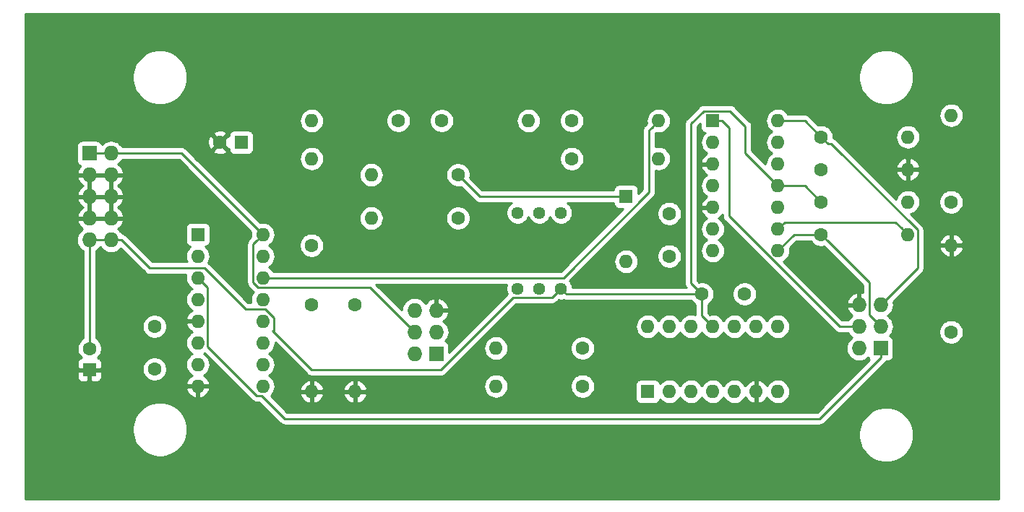
<source format=gbr>
G04 #@! TF.GenerationSoftware,KiCad,Pcbnew,5.1.4-e60b266~84~ubuntu18.04.1*
G04 #@! TF.CreationDate,2020-01-27T23:34:11+00:00*
G04 #@! TF.ProjectId,fco_v1,66636f5f-7631-42e6-9b69-6361645f7063,rev?*
G04 #@! TF.SameCoordinates,Original*
G04 #@! TF.FileFunction,Copper,L1,Top*
G04 #@! TF.FilePolarity,Positive*
%FSLAX46Y46*%
G04 Gerber Fmt 4.6, Leading zero omitted, Abs format (unit mm)*
G04 Created by KiCad (PCBNEW 5.1.4-e60b266~84~ubuntu18.04.1) date 2020-01-27 23:34:11*
%MOMM*%
%LPD*%
G04 APERTURE LIST*
%ADD10O,1.727200X1.727200*%
%ADD11R,1.727200X1.727200*%
%ADD12C,1.600000*%
%ADD13O,1.600000X1.600000*%
%ADD14R,1.600000X1.600000*%
%ADD15C,1.440000*%
%ADD16C,0.250000*%
%ADD17C,0.254000*%
G04 APERTURE END LIST*
D10*
X102870000Y-88900000D03*
X105410000Y-88900000D03*
X102870000Y-91440000D03*
X105410000Y-91440000D03*
X102870000Y-93980000D03*
D11*
X105410000Y-93980000D03*
D12*
X141525000Y-86995000D03*
X136525000Y-86995000D03*
D10*
X67310000Y-80645000D03*
X64770000Y-80645000D03*
X67310000Y-78105000D03*
X64770000Y-78105000D03*
X67310000Y-75565000D03*
X64770000Y-75565000D03*
X67310000Y-73025000D03*
X64770000Y-73025000D03*
X67310000Y-70485000D03*
D11*
X64770000Y-70485000D03*
D13*
X130175000Y-90805000D03*
X145415000Y-98425000D03*
X132715000Y-90805000D03*
X142875000Y-98425000D03*
X135255000Y-90805000D03*
X140335000Y-98425000D03*
X137795000Y-90805000D03*
X137795000Y-98425000D03*
X140335000Y-90805000D03*
X135255000Y-98425000D03*
X142875000Y-90805000D03*
X132715000Y-98425000D03*
X145415000Y-90805000D03*
D14*
X130175000Y-98425000D03*
D13*
X85090000Y-80010000D03*
X77470000Y-97790000D03*
X85090000Y-82550000D03*
X77470000Y-95250000D03*
X85090000Y-85090000D03*
X77470000Y-92710000D03*
X85090000Y-87630000D03*
X77470000Y-90170000D03*
X85090000Y-90170000D03*
X77470000Y-87630000D03*
X85090000Y-92710000D03*
X77470000Y-85090000D03*
X85090000Y-95250000D03*
X77470000Y-82550000D03*
X85090000Y-97790000D03*
D14*
X77470000Y-80010000D03*
D15*
X114935000Y-77470000D03*
X117475000Y-77470000D03*
X120015000Y-77470000D03*
D10*
X154940000Y-88265000D03*
X157480000Y-88265000D03*
X154940000Y-90805000D03*
X157480000Y-90805000D03*
X154940000Y-93345000D03*
D11*
X157480000Y-93345000D03*
D13*
X145415000Y-66675000D03*
X137795000Y-81915000D03*
X145415000Y-69215000D03*
X137795000Y-79375000D03*
X145415000Y-71755000D03*
X137795000Y-76835000D03*
X145415000Y-74295000D03*
X137795000Y-74295000D03*
X145415000Y-76835000D03*
X137795000Y-71755000D03*
X145415000Y-79375000D03*
X137795000Y-69215000D03*
X145415000Y-81915000D03*
D14*
X137795000Y-66675000D03*
D15*
X114935000Y-86360000D03*
X117475000Y-86360000D03*
X120015000Y-86360000D03*
D13*
X160655000Y-80010000D03*
D12*
X150495000Y-80010000D03*
D13*
X160655000Y-68580000D03*
D12*
X150495000Y-68580000D03*
D13*
X160655000Y-76200000D03*
D12*
X150495000Y-76200000D03*
D13*
X165735000Y-66040000D03*
D12*
X165735000Y-76200000D03*
D13*
X165735000Y-81280000D03*
D12*
X165735000Y-91440000D03*
D13*
X160655000Y-72390000D03*
D12*
X150495000Y-72390000D03*
D13*
X116205000Y-66675000D03*
D12*
X106045000Y-66675000D03*
D13*
X131445000Y-71120000D03*
D12*
X121285000Y-71120000D03*
D13*
X131445000Y-66675000D03*
D12*
X121285000Y-66675000D03*
D13*
X112395000Y-97790000D03*
D12*
X122555000Y-97790000D03*
D13*
X112395000Y-93345000D03*
D12*
X122555000Y-93345000D03*
D13*
X95885000Y-98425000D03*
D12*
X95885000Y-88265000D03*
D13*
X97790000Y-78105000D03*
D12*
X107950000Y-78105000D03*
D13*
X97790000Y-73025000D03*
D12*
X107950000Y-73025000D03*
X100965000Y-66675000D03*
D13*
X90805000Y-66675000D03*
X90805000Y-71120000D03*
D12*
X90805000Y-81280000D03*
D13*
X90805000Y-98425000D03*
D12*
X90805000Y-88265000D03*
D13*
X127635000Y-83185000D03*
D14*
X127635000Y-75565000D03*
D12*
X64770000Y-93385000D03*
D14*
X64770000Y-95885000D03*
D12*
X132715000Y-77550000D03*
X132715000Y-82550000D03*
X80050000Y-69215000D03*
D14*
X82550000Y-69215000D03*
D12*
X72390000Y-95805000D03*
X72390000Y-90805000D03*
D16*
X110490000Y-75565000D02*
X107950000Y-73025000D01*
X127635000Y-75565000D02*
X110490000Y-75565000D01*
X64770000Y-93385000D02*
X64770000Y-80645000D01*
X66088686Y-80645000D02*
X64770000Y-80645000D01*
X67310000Y-80645000D02*
X66088686Y-80645000D01*
X148590000Y-74295000D02*
X145415000Y-74295000D01*
X150495000Y-76200000D02*
X148590000Y-74295000D01*
X120650000Y-86995000D02*
X120015000Y-86360000D01*
X136525000Y-86995000D02*
X120650000Y-86995000D01*
X118969999Y-87405001D02*
X119295001Y-87079999D01*
X114433399Y-87405001D02*
X118969999Y-87405001D01*
X90805000Y-95885000D02*
X105953400Y-95885000D01*
X105953400Y-95885000D02*
X114433399Y-87405001D01*
X119295001Y-87079999D02*
X120015000Y-86360000D01*
X68531314Y-80645000D02*
X67310000Y-80645000D01*
X71851313Y-83964999D02*
X68531314Y-80645000D01*
X78249999Y-83964999D02*
X71851313Y-83964999D01*
X86215001Y-91295001D02*
X86360000Y-91440000D01*
X86360000Y-91440000D02*
X90805000Y-95885000D01*
X83040001Y-88755001D02*
X78249999Y-83964999D01*
X86360000Y-91440000D02*
X86360000Y-89774998D01*
X86360000Y-89774998D02*
X85340003Y-88755001D01*
X85340003Y-88755001D02*
X83040001Y-88755001D01*
X136525000Y-89535000D02*
X137795000Y-90805000D01*
X136525000Y-86995000D02*
X136525000Y-89535000D01*
X135255000Y-85725000D02*
X136525000Y-86995000D01*
X141605000Y-70485000D02*
X141605000Y-67310000D01*
X141605000Y-67310000D02*
X139844999Y-65549999D01*
X135255000Y-67029998D02*
X135255000Y-85725000D01*
X145415000Y-74295000D02*
X141605000Y-70485000D01*
X139844999Y-65549999D02*
X136734999Y-65549999D01*
X136734999Y-65549999D02*
X135255000Y-67029998D01*
X130319999Y-67800001D02*
X130645001Y-67474999D01*
X130319999Y-75065003D02*
X130319999Y-67800001D01*
X120295002Y-85090000D02*
X130319999Y-75065003D01*
X130645001Y-67474999D02*
X131445000Y-66675000D01*
X85090000Y-85090000D02*
X120295002Y-85090000D01*
X138845000Y-66675000D02*
X137795000Y-66675000D01*
X139700000Y-67530000D02*
X138845000Y-66675000D01*
X139700000Y-77865002D02*
X139700000Y-67530000D01*
X154940000Y-90805000D02*
X152639998Y-90805000D01*
X152639998Y-90805000D02*
X139700000Y-77865002D01*
X64770000Y-70485000D02*
X67310000Y-70485000D01*
X75565000Y-70485000D02*
X67310000Y-70485000D01*
X85090000Y-80010000D02*
X75565000Y-70485000D01*
X83964999Y-81135001D02*
X84290001Y-80809999D01*
X84290001Y-80809999D02*
X85090000Y-80010000D01*
X83964999Y-85630001D02*
X83964999Y-81135001D01*
X84549999Y-86215001D02*
X83964999Y-85630001D01*
X97645001Y-86215001D02*
X84549999Y-86215001D01*
X102870000Y-91440000D02*
X97645001Y-86215001D01*
X159855001Y-79210001D02*
X160655000Y-80010000D01*
X146214999Y-78575001D02*
X159220001Y-78575001D01*
X159220001Y-78575001D02*
X159855001Y-79210001D01*
X145415000Y-79375000D02*
X146214999Y-78575001D01*
X151294999Y-69379999D02*
X150495000Y-68580000D01*
X151690001Y-69379999D02*
X151294999Y-69379999D01*
X161780001Y-79469999D02*
X151690001Y-69379999D01*
X161780001Y-83964999D02*
X161780001Y-79469999D01*
X157480000Y-88265000D02*
X161780001Y-83964999D01*
X148590000Y-66675000D02*
X145415000Y-66675000D01*
X150495000Y-68580000D02*
X148590000Y-66675000D01*
X147320000Y-80010000D02*
X145415000Y-81915000D01*
X150495000Y-80010000D02*
X147320000Y-80010000D01*
X151294999Y-80809999D02*
X150495000Y-80010000D01*
X156128601Y-85643601D02*
X151294999Y-80809999D01*
X156128601Y-89453601D02*
X156128601Y-85643601D01*
X157480000Y-90805000D02*
X156128601Y-89453601D01*
X78269999Y-85889999D02*
X77470000Y-85090000D01*
X78595001Y-93200001D02*
X78595001Y-86215001D01*
X157480000Y-94458600D02*
X150338600Y-101600000D01*
X157480000Y-93345000D02*
X157480000Y-94458600D01*
X150338600Y-101600000D02*
X87630000Y-101600000D01*
X78595001Y-86215001D02*
X78269999Y-85889999D01*
X84945001Y-98915001D02*
X84310001Y-98915001D01*
X84310001Y-98915001D02*
X78595001Y-93200001D01*
X87630000Y-101600000D02*
X84945001Y-98915001D01*
D17*
G36*
X171323000Y-110998000D02*
G01*
X57277000Y-110998000D01*
X57277000Y-102552168D01*
X69798000Y-102552168D01*
X69798000Y-103187832D01*
X69922012Y-103811281D01*
X70165270Y-104398558D01*
X70518425Y-104927093D01*
X70967907Y-105376575D01*
X71496442Y-105729730D01*
X72083719Y-105972988D01*
X72707168Y-106097000D01*
X73342832Y-106097000D01*
X73966281Y-105972988D01*
X74553558Y-105729730D01*
X75082093Y-105376575D01*
X75531575Y-104927093D01*
X75884730Y-104398558D01*
X76127988Y-103811281D01*
X76252000Y-103187832D01*
X76252000Y-103187168D01*
X154888000Y-103187168D01*
X154888000Y-103822832D01*
X155012012Y-104446281D01*
X155255270Y-105033558D01*
X155608425Y-105562093D01*
X156057907Y-106011575D01*
X156586442Y-106364730D01*
X157173719Y-106607988D01*
X157797168Y-106732000D01*
X158432832Y-106732000D01*
X159056281Y-106607988D01*
X159643558Y-106364730D01*
X160172093Y-106011575D01*
X160621575Y-105562093D01*
X160974730Y-105033558D01*
X161217988Y-104446281D01*
X161342000Y-103822832D01*
X161342000Y-103187168D01*
X161217988Y-102563719D01*
X160974730Y-101976442D01*
X160621575Y-101447907D01*
X160172093Y-100998425D01*
X159643558Y-100645270D01*
X159056281Y-100402012D01*
X158432832Y-100278000D01*
X157797168Y-100278000D01*
X157173719Y-100402012D01*
X156586442Y-100645270D01*
X156057907Y-100998425D01*
X155608425Y-101447907D01*
X155255270Y-101976442D01*
X155012012Y-102563719D01*
X154888000Y-103187168D01*
X76252000Y-103187168D01*
X76252000Y-102552168D01*
X76127988Y-101928719D01*
X75884730Y-101341442D01*
X75531575Y-100812907D01*
X75082093Y-100363425D01*
X74553558Y-100010270D01*
X73966281Y-99767012D01*
X73342832Y-99643000D01*
X72707168Y-99643000D01*
X72083719Y-99767012D01*
X71496442Y-100010270D01*
X70967907Y-100363425D01*
X70518425Y-100812907D01*
X70165270Y-101341442D01*
X69922012Y-101928719D01*
X69798000Y-102552168D01*
X57277000Y-102552168D01*
X57277000Y-98139039D01*
X76078096Y-98139039D01*
X76118754Y-98273087D01*
X76238963Y-98527420D01*
X76406481Y-98753414D01*
X76614869Y-98942385D01*
X76856119Y-99087070D01*
X77120960Y-99181909D01*
X77343000Y-99060624D01*
X77343000Y-97917000D01*
X77597000Y-97917000D01*
X77597000Y-99060624D01*
X77819040Y-99181909D01*
X78083881Y-99087070D01*
X78325131Y-98942385D01*
X78533519Y-98753414D01*
X78701037Y-98527420D01*
X78821246Y-98273087D01*
X78861904Y-98139039D01*
X78739915Y-97917000D01*
X77597000Y-97917000D01*
X77343000Y-97917000D01*
X76200085Y-97917000D01*
X76078096Y-98139039D01*
X57277000Y-98139039D01*
X57277000Y-96685000D01*
X63331928Y-96685000D01*
X63344188Y-96809482D01*
X63380498Y-96929180D01*
X63439463Y-97039494D01*
X63518815Y-97136185D01*
X63615506Y-97215537D01*
X63725820Y-97274502D01*
X63845518Y-97310812D01*
X63970000Y-97323072D01*
X64484250Y-97320000D01*
X64643000Y-97161250D01*
X64643000Y-96012000D01*
X64897000Y-96012000D01*
X64897000Y-97161250D01*
X65055750Y-97320000D01*
X65570000Y-97323072D01*
X65694482Y-97310812D01*
X65814180Y-97274502D01*
X65924494Y-97215537D01*
X66021185Y-97136185D01*
X66100537Y-97039494D01*
X66159502Y-96929180D01*
X66195812Y-96809482D01*
X66208072Y-96685000D01*
X66205000Y-96170750D01*
X66046250Y-96012000D01*
X64897000Y-96012000D01*
X64643000Y-96012000D01*
X63493750Y-96012000D01*
X63335000Y-96170750D01*
X63331928Y-96685000D01*
X57277000Y-96685000D01*
X57277000Y-80645000D01*
X63264149Y-80645000D01*
X63293084Y-80938777D01*
X63378775Y-81221264D01*
X63517931Y-81481606D01*
X63705203Y-81709797D01*
X63933394Y-81897069D01*
X64010001Y-81938016D01*
X64010000Y-92166957D01*
X63855241Y-92270363D01*
X63655363Y-92470241D01*
X63498320Y-92705273D01*
X63390147Y-92966426D01*
X63335000Y-93243665D01*
X63335000Y-93526335D01*
X63390147Y-93803574D01*
X63498320Y-94064727D01*
X63655363Y-94299759D01*
X63821943Y-94466339D01*
X63725820Y-94495498D01*
X63615506Y-94554463D01*
X63518815Y-94633815D01*
X63439463Y-94730506D01*
X63380498Y-94840820D01*
X63344188Y-94960518D01*
X63331928Y-95085000D01*
X63335000Y-95599250D01*
X63493750Y-95758000D01*
X64643000Y-95758000D01*
X64643000Y-95738000D01*
X64897000Y-95738000D01*
X64897000Y-95758000D01*
X66046250Y-95758000D01*
X66140585Y-95663665D01*
X70955000Y-95663665D01*
X70955000Y-95946335D01*
X71010147Y-96223574D01*
X71118320Y-96484727D01*
X71275363Y-96719759D01*
X71475241Y-96919637D01*
X71710273Y-97076680D01*
X71971426Y-97184853D01*
X72248665Y-97240000D01*
X72531335Y-97240000D01*
X72808574Y-97184853D01*
X73069727Y-97076680D01*
X73304759Y-96919637D01*
X73504637Y-96719759D01*
X73661680Y-96484727D01*
X73769853Y-96223574D01*
X73825000Y-95946335D01*
X73825000Y-95663665D01*
X73769853Y-95386426D01*
X73661680Y-95125273D01*
X73504637Y-94890241D01*
X73304759Y-94690363D01*
X73069727Y-94533320D01*
X72808574Y-94425147D01*
X72531335Y-94370000D01*
X72248665Y-94370000D01*
X71971426Y-94425147D01*
X71710273Y-94533320D01*
X71475241Y-94690363D01*
X71275363Y-94890241D01*
X71118320Y-95125273D01*
X71010147Y-95386426D01*
X70955000Y-95663665D01*
X66140585Y-95663665D01*
X66205000Y-95599250D01*
X66208072Y-95085000D01*
X66195812Y-94960518D01*
X66159502Y-94840820D01*
X66100537Y-94730506D01*
X66021185Y-94633815D01*
X65924494Y-94554463D01*
X65814180Y-94495498D01*
X65718057Y-94466339D01*
X65884637Y-94299759D01*
X66041680Y-94064727D01*
X66149853Y-93803574D01*
X66205000Y-93526335D01*
X66205000Y-93243665D01*
X66149853Y-92966426D01*
X66041680Y-92705273D01*
X65884637Y-92470241D01*
X65684759Y-92270363D01*
X65530000Y-92166957D01*
X65530000Y-90663665D01*
X70955000Y-90663665D01*
X70955000Y-90946335D01*
X71010147Y-91223574D01*
X71118320Y-91484727D01*
X71275363Y-91719759D01*
X71475241Y-91919637D01*
X71710273Y-92076680D01*
X71971426Y-92184853D01*
X72248665Y-92240000D01*
X72531335Y-92240000D01*
X72808574Y-92184853D01*
X73069727Y-92076680D01*
X73304759Y-91919637D01*
X73504637Y-91719759D01*
X73661680Y-91484727D01*
X73769853Y-91223574D01*
X73825000Y-90946335D01*
X73825000Y-90663665D01*
X73769853Y-90386426D01*
X73661680Y-90125273D01*
X73504637Y-89890241D01*
X73304759Y-89690363D01*
X73069727Y-89533320D01*
X72808574Y-89425147D01*
X72531335Y-89370000D01*
X72248665Y-89370000D01*
X71971426Y-89425147D01*
X71710273Y-89533320D01*
X71475241Y-89690363D01*
X71275363Y-89890241D01*
X71118320Y-90125273D01*
X71010147Y-90386426D01*
X70955000Y-90663665D01*
X65530000Y-90663665D01*
X65530000Y-81938016D01*
X65606606Y-81897069D01*
X65834797Y-81709797D01*
X66022069Y-81481606D01*
X66040000Y-81448060D01*
X66057931Y-81481606D01*
X66245203Y-81709797D01*
X66473394Y-81897069D01*
X66733736Y-82036225D01*
X67016223Y-82121916D01*
X67236381Y-82143600D01*
X67383619Y-82143600D01*
X67603777Y-82121916D01*
X67886264Y-82036225D01*
X68146606Y-81897069D01*
X68374797Y-81709797D01*
X68440838Y-81629326D01*
X71287513Y-84476001D01*
X71311312Y-84505000D01*
X71340310Y-84528798D01*
X71427037Y-84599973D01*
X71559066Y-84670545D01*
X71702327Y-84714002D01*
X71851313Y-84728676D01*
X71888646Y-84724999D01*
X76081151Y-84724999D01*
X76055764Y-84808691D01*
X76028057Y-85090000D01*
X76055764Y-85371309D01*
X76137818Y-85641808D01*
X76271068Y-85891101D01*
X76450392Y-86109608D01*
X76668899Y-86288932D01*
X76801858Y-86360000D01*
X76668899Y-86431068D01*
X76450392Y-86610392D01*
X76271068Y-86828899D01*
X76137818Y-87078192D01*
X76055764Y-87348691D01*
X76028057Y-87630000D01*
X76055764Y-87911309D01*
X76137818Y-88181808D01*
X76271068Y-88431101D01*
X76450392Y-88649608D01*
X76668899Y-88828932D01*
X76806682Y-88902579D01*
X76614869Y-89017615D01*
X76406481Y-89206586D01*
X76238963Y-89432580D01*
X76118754Y-89686913D01*
X76078096Y-89820961D01*
X76200085Y-90043000D01*
X77343000Y-90043000D01*
X77343000Y-90023000D01*
X77597000Y-90023000D01*
X77597000Y-90043000D01*
X77617000Y-90043000D01*
X77617000Y-90297000D01*
X77597000Y-90297000D01*
X77597000Y-90317000D01*
X77343000Y-90317000D01*
X77343000Y-90297000D01*
X76200085Y-90297000D01*
X76078096Y-90519039D01*
X76118754Y-90653087D01*
X76238963Y-90907420D01*
X76406481Y-91133414D01*
X76614869Y-91322385D01*
X76806682Y-91437421D01*
X76668899Y-91511068D01*
X76450392Y-91690392D01*
X76271068Y-91908899D01*
X76137818Y-92158192D01*
X76055764Y-92428691D01*
X76028057Y-92710000D01*
X76055764Y-92991309D01*
X76137818Y-93261808D01*
X76271068Y-93511101D01*
X76450392Y-93729608D01*
X76668899Y-93908932D01*
X76801858Y-93980000D01*
X76668899Y-94051068D01*
X76450392Y-94230392D01*
X76271068Y-94448899D01*
X76137818Y-94698192D01*
X76055764Y-94968691D01*
X76028057Y-95250000D01*
X76055764Y-95531309D01*
X76137818Y-95801808D01*
X76271068Y-96051101D01*
X76450392Y-96269608D01*
X76668899Y-96448932D01*
X76806682Y-96522579D01*
X76614869Y-96637615D01*
X76406481Y-96826586D01*
X76238963Y-97052580D01*
X76118754Y-97306913D01*
X76078096Y-97440961D01*
X76200085Y-97663000D01*
X77343000Y-97663000D01*
X77343000Y-97643000D01*
X77597000Y-97643000D01*
X77597000Y-97663000D01*
X78739915Y-97663000D01*
X78861904Y-97440961D01*
X78821246Y-97306913D01*
X78701037Y-97052580D01*
X78533519Y-96826586D01*
X78325131Y-96637615D01*
X78133318Y-96522579D01*
X78271101Y-96448932D01*
X78489608Y-96269608D01*
X78668932Y-96051101D01*
X78802182Y-95801808D01*
X78884236Y-95531309D01*
X78911943Y-95250000D01*
X78884236Y-94968691D01*
X78802182Y-94698192D01*
X78668932Y-94448899D01*
X78489608Y-94230392D01*
X78271101Y-94051068D01*
X78138142Y-93980000D01*
X78243750Y-93923551D01*
X83746201Y-99426003D01*
X83770000Y-99455002D01*
X83798998Y-99478800D01*
X83885725Y-99549975D01*
X84017754Y-99620547D01*
X84161015Y-99664004D01*
X84310001Y-99678678D01*
X84347334Y-99675001D01*
X84630200Y-99675001D01*
X87066201Y-102111003D01*
X87089999Y-102140001D01*
X87118997Y-102163799D01*
X87205723Y-102234974D01*
X87337753Y-102305546D01*
X87481014Y-102349003D01*
X87592667Y-102360000D01*
X87592677Y-102360000D01*
X87629999Y-102363676D01*
X87667322Y-102360000D01*
X150301278Y-102360000D01*
X150338600Y-102363676D01*
X150375922Y-102360000D01*
X150375933Y-102360000D01*
X150487586Y-102349003D01*
X150630847Y-102305546D01*
X150762876Y-102234974D01*
X150878601Y-102140001D01*
X150902404Y-102110997D01*
X157991003Y-95022399D01*
X158020001Y-94998601D01*
X158114974Y-94882876D01*
X158134326Y-94846672D01*
X158343600Y-94846672D01*
X158468082Y-94834412D01*
X158587780Y-94798102D01*
X158698094Y-94739137D01*
X158794785Y-94659785D01*
X158874137Y-94563094D01*
X158933102Y-94452780D01*
X158969412Y-94333082D01*
X158981672Y-94208600D01*
X158981672Y-92481400D01*
X158969412Y-92356918D01*
X158933102Y-92237220D01*
X158874137Y-92126906D01*
X158794785Y-92030215D01*
X158698094Y-91950863D01*
X158587780Y-91891898D01*
X158536735Y-91876414D01*
X158544797Y-91869797D01*
X158732069Y-91641606D01*
X158871225Y-91381264D01*
X158896280Y-91298665D01*
X164300000Y-91298665D01*
X164300000Y-91581335D01*
X164355147Y-91858574D01*
X164463320Y-92119727D01*
X164620363Y-92354759D01*
X164820241Y-92554637D01*
X165055273Y-92711680D01*
X165316426Y-92819853D01*
X165593665Y-92875000D01*
X165876335Y-92875000D01*
X166153574Y-92819853D01*
X166414727Y-92711680D01*
X166649759Y-92554637D01*
X166849637Y-92354759D01*
X167006680Y-92119727D01*
X167114853Y-91858574D01*
X167170000Y-91581335D01*
X167170000Y-91298665D01*
X167114853Y-91021426D01*
X167006680Y-90760273D01*
X166849637Y-90525241D01*
X166649759Y-90325363D01*
X166414727Y-90168320D01*
X166153574Y-90060147D01*
X165876335Y-90005000D01*
X165593665Y-90005000D01*
X165316426Y-90060147D01*
X165055273Y-90168320D01*
X164820241Y-90325363D01*
X164620363Y-90525241D01*
X164463320Y-90760273D01*
X164355147Y-91021426D01*
X164300000Y-91298665D01*
X158896280Y-91298665D01*
X158956916Y-91098777D01*
X158985851Y-90805000D01*
X158956916Y-90511223D01*
X158871225Y-90228736D01*
X158732069Y-89968394D01*
X158544797Y-89740203D01*
X158316606Y-89552931D01*
X158283060Y-89535000D01*
X158316606Y-89517069D01*
X158544797Y-89329797D01*
X158732069Y-89101606D01*
X158871225Y-88841264D01*
X158956916Y-88558777D01*
X158985851Y-88265000D01*
X158956916Y-87971223D01*
X158931701Y-87888100D01*
X162291005Y-84528797D01*
X162320002Y-84505000D01*
X162414975Y-84389275D01*
X162485547Y-84257246D01*
X162529004Y-84113985D01*
X162540001Y-84002332D01*
X162540001Y-84002324D01*
X162543677Y-83964999D01*
X162540001Y-83927674D01*
X162540001Y-81629040D01*
X164343091Y-81629040D01*
X164437930Y-81893881D01*
X164582615Y-82135131D01*
X164771586Y-82343519D01*
X164997580Y-82511037D01*
X165251913Y-82631246D01*
X165385961Y-82671904D01*
X165608000Y-82549915D01*
X165608000Y-81407000D01*
X165862000Y-81407000D01*
X165862000Y-82549915D01*
X166084039Y-82671904D01*
X166218087Y-82631246D01*
X166472420Y-82511037D01*
X166698414Y-82343519D01*
X166887385Y-82135131D01*
X167032070Y-81893881D01*
X167126909Y-81629040D01*
X167005624Y-81407000D01*
X165862000Y-81407000D01*
X165608000Y-81407000D01*
X164464376Y-81407000D01*
X164343091Y-81629040D01*
X162540001Y-81629040D01*
X162540001Y-80930960D01*
X164343091Y-80930960D01*
X164464376Y-81153000D01*
X165608000Y-81153000D01*
X165608000Y-80010085D01*
X165862000Y-80010085D01*
X165862000Y-81153000D01*
X167005624Y-81153000D01*
X167126909Y-80930960D01*
X167032070Y-80666119D01*
X166887385Y-80424869D01*
X166698414Y-80216481D01*
X166472420Y-80048963D01*
X166218087Y-79928754D01*
X166084039Y-79888096D01*
X165862000Y-80010085D01*
X165608000Y-80010085D01*
X165385961Y-79888096D01*
X165251913Y-79928754D01*
X164997580Y-80048963D01*
X164771586Y-80216481D01*
X164582615Y-80424869D01*
X164437930Y-80666119D01*
X164343091Y-80930960D01*
X162540001Y-80930960D01*
X162540001Y-79507322D01*
X162543677Y-79469999D01*
X162540001Y-79432676D01*
X162540001Y-79432666D01*
X162529004Y-79321013D01*
X162485547Y-79177752D01*
X162414975Y-79045723D01*
X162320002Y-78929998D01*
X162291004Y-78906200D01*
X160984440Y-77599636D01*
X161206808Y-77532182D01*
X161456101Y-77398932D01*
X161674608Y-77219608D01*
X161853932Y-77001101D01*
X161987182Y-76751808D01*
X162069236Y-76481309D01*
X162096943Y-76200000D01*
X162083023Y-76058665D01*
X164300000Y-76058665D01*
X164300000Y-76341335D01*
X164355147Y-76618574D01*
X164463320Y-76879727D01*
X164620363Y-77114759D01*
X164820241Y-77314637D01*
X165055273Y-77471680D01*
X165316426Y-77579853D01*
X165593665Y-77635000D01*
X165876335Y-77635000D01*
X166153574Y-77579853D01*
X166414727Y-77471680D01*
X166649759Y-77314637D01*
X166849637Y-77114759D01*
X167006680Y-76879727D01*
X167114853Y-76618574D01*
X167170000Y-76341335D01*
X167170000Y-76058665D01*
X167114853Y-75781426D01*
X167006680Y-75520273D01*
X166849637Y-75285241D01*
X166649759Y-75085363D01*
X166414727Y-74928320D01*
X166153574Y-74820147D01*
X165876335Y-74765000D01*
X165593665Y-74765000D01*
X165316426Y-74820147D01*
X165055273Y-74928320D01*
X164820241Y-75085363D01*
X164620363Y-75285241D01*
X164463320Y-75520273D01*
X164355147Y-75781426D01*
X164300000Y-76058665D01*
X162083023Y-76058665D01*
X162069236Y-75918691D01*
X161987182Y-75648192D01*
X161853932Y-75398899D01*
X161674608Y-75180392D01*
X161456101Y-75001068D01*
X161206808Y-74867818D01*
X160936309Y-74785764D01*
X160725492Y-74765000D01*
X160584508Y-74765000D01*
X160373691Y-74785764D01*
X160103192Y-74867818D01*
X159853899Y-75001068D01*
X159635392Y-75180392D01*
X159456068Y-75398899D01*
X159322818Y-75648192D01*
X159255364Y-75870560D01*
X156123843Y-72739039D01*
X159263096Y-72739039D01*
X159303754Y-72873087D01*
X159423963Y-73127420D01*
X159591481Y-73353414D01*
X159799869Y-73542385D01*
X160041119Y-73687070D01*
X160305960Y-73781909D01*
X160528000Y-73660624D01*
X160528000Y-72517000D01*
X160782000Y-72517000D01*
X160782000Y-73660624D01*
X161004040Y-73781909D01*
X161268881Y-73687070D01*
X161510131Y-73542385D01*
X161718519Y-73353414D01*
X161886037Y-73127420D01*
X162006246Y-72873087D01*
X162046904Y-72739039D01*
X161924915Y-72517000D01*
X160782000Y-72517000D01*
X160528000Y-72517000D01*
X159385085Y-72517000D01*
X159263096Y-72739039D01*
X156123843Y-72739039D01*
X155425765Y-72040961D01*
X159263096Y-72040961D01*
X159385085Y-72263000D01*
X160528000Y-72263000D01*
X160528000Y-71119376D01*
X160782000Y-71119376D01*
X160782000Y-72263000D01*
X161924915Y-72263000D01*
X162046904Y-72040961D01*
X162006246Y-71906913D01*
X161886037Y-71652580D01*
X161718519Y-71426586D01*
X161510131Y-71237615D01*
X161268881Y-71092930D01*
X161004040Y-70998091D01*
X160782000Y-71119376D01*
X160528000Y-71119376D01*
X160305960Y-70998091D01*
X160041119Y-71092930D01*
X159799869Y-71237615D01*
X159591481Y-71426586D01*
X159423963Y-71652580D01*
X159303754Y-71906913D01*
X159263096Y-72040961D01*
X155425765Y-72040961D01*
X152253805Y-68869002D01*
X152230002Y-68839998D01*
X152114277Y-68745025D01*
X151982248Y-68674453D01*
X151930000Y-68658604D01*
X151930000Y-68580000D01*
X159213057Y-68580000D01*
X159240764Y-68861309D01*
X159322818Y-69131808D01*
X159456068Y-69381101D01*
X159635392Y-69599608D01*
X159853899Y-69778932D01*
X160103192Y-69912182D01*
X160373691Y-69994236D01*
X160584508Y-70015000D01*
X160725492Y-70015000D01*
X160936309Y-69994236D01*
X161206808Y-69912182D01*
X161456101Y-69778932D01*
X161674608Y-69599608D01*
X161853932Y-69381101D01*
X161987182Y-69131808D01*
X162069236Y-68861309D01*
X162096943Y-68580000D01*
X162069236Y-68298691D01*
X161987182Y-68028192D01*
X161853932Y-67778899D01*
X161674608Y-67560392D01*
X161456101Y-67381068D01*
X161206808Y-67247818D01*
X160936309Y-67165764D01*
X160725492Y-67145000D01*
X160584508Y-67145000D01*
X160373691Y-67165764D01*
X160103192Y-67247818D01*
X159853899Y-67381068D01*
X159635392Y-67560392D01*
X159456068Y-67778899D01*
X159322818Y-68028192D01*
X159240764Y-68298691D01*
X159213057Y-68580000D01*
X151930000Y-68580000D01*
X151930000Y-68438665D01*
X151874853Y-68161426D01*
X151766680Y-67900273D01*
X151609637Y-67665241D01*
X151409759Y-67465363D01*
X151174727Y-67308320D01*
X150913574Y-67200147D01*
X150636335Y-67145000D01*
X150353665Y-67145000D01*
X150171114Y-67181312D01*
X149153804Y-66164003D01*
X149130001Y-66134999D01*
X149014276Y-66040026D01*
X149014228Y-66040000D01*
X164293057Y-66040000D01*
X164320764Y-66321309D01*
X164402818Y-66591808D01*
X164536068Y-66841101D01*
X164715392Y-67059608D01*
X164933899Y-67238932D01*
X165183192Y-67372182D01*
X165453691Y-67454236D01*
X165664508Y-67475000D01*
X165805492Y-67475000D01*
X166016309Y-67454236D01*
X166286808Y-67372182D01*
X166536101Y-67238932D01*
X166754608Y-67059608D01*
X166933932Y-66841101D01*
X167067182Y-66591808D01*
X167149236Y-66321309D01*
X167176943Y-66040000D01*
X167149236Y-65758691D01*
X167067182Y-65488192D01*
X166933932Y-65238899D01*
X166754608Y-65020392D01*
X166536101Y-64841068D01*
X166286808Y-64707818D01*
X166016309Y-64625764D01*
X165805492Y-64605000D01*
X165664508Y-64605000D01*
X165453691Y-64625764D01*
X165183192Y-64707818D01*
X164933899Y-64841068D01*
X164715392Y-65020392D01*
X164536068Y-65238899D01*
X164402818Y-65488192D01*
X164320764Y-65758691D01*
X164293057Y-66040000D01*
X149014228Y-66040000D01*
X148882247Y-65969454D01*
X148738986Y-65925997D01*
X148627333Y-65915000D01*
X148627322Y-65915000D01*
X148590000Y-65911324D01*
X148552678Y-65915000D01*
X146635901Y-65915000D01*
X146613932Y-65873899D01*
X146434608Y-65655392D01*
X146216101Y-65476068D01*
X145966808Y-65342818D01*
X145696309Y-65260764D01*
X145485492Y-65240000D01*
X145344508Y-65240000D01*
X145133691Y-65260764D01*
X144863192Y-65342818D01*
X144613899Y-65476068D01*
X144395392Y-65655392D01*
X144216068Y-65873899D01*
X144082818Y-66123192D01*
X144000764Y-66393691D01*
X143973057Y-66675000D01*
X144000764Y-66956309D01*
X144082818Y-67226808D01*
X144216068Y-67476101D01*
X144395392Y-67694608D01*
X144613899Y-67873932D01*
X144746858Y-67945000D01*
X144613899Y-68016068D01*
X144395392Y-68195392D01*
X144216068Y-68413899D01*
X144082818Y-68663192D01*
X144000764Y-68933691D01*
X143973057Y-69215000D01*
X144000764Y-69496309D01*
X144082818Y-69766808D01*
X144216068Y-70016101D01*
X144395392Y-70234608D01*
X144613899Y-70413932D01*
X144746858Y-70485000D01*
X144613899Y-70556068D01*
X144395392Y-70735392D01*
X144216068Y-70953899D01*
X144082818Y-71203192D01*
X144000764Y-71473691D01*
X143973057Y-71755000D01*
X143975598Y-71780796D01*
X142365000Y-70170199D01*
X142365000Y-67347322D01*
X142368676Y-67309999D01*
X142365000Y-67272676D01*
X142365000Y-67272667D01*
X142354003Y-67161014D01*
X142310546Y-67017753D01*
X142239974Y-66885724D01*
X142145001Y-66769999D01*
X142116003Y-66746201D01*
X140408803Y-65039002D01*
X140385000Y-65009998D01*
X140269275Y-64915025D01*
X140137246Y-64844453D01*
X139993985Y-64800996D01*
X139882332Y-64789999D01*
X139882321Y-64789999D01*
X139844999Y-64786323D01*
X139807677Y-64789999D01*
X136772324Y-64789999D01*
X136734999Y-64786323D01*
X136697674Y-64789999D01*
X136697666Y-64789999D01*
X136586013Y-64800996D01*
X136442752Y-64844453D01*
X136310723Y-64915025D01*
X136194998Y-65009998D01*
X136171200Y-65038996D01*
X134744003Y-66466194D01*
X134714999Y-66489997D01*
X134679162Y-66533665D01*
X134620026Y-66605722D01*
X134582982Y-66675026D01*
X134549454Y-66737752D01*
X134505997Y-66881013D01*
X134495000Y-66992666D01*
X134495000Y-66992676D01*
X134491324Y-67029998D01*
X134495000Y-67067320D01*
X134495001Y-85687667D01*
X134491324Y-85725000D01*
X134495001Y-85762333D01*
X134505998Y-85873986D01*
X134511190Y-85891101D01*
X134549454Y-86017246D01*
X134620026Y-86149276D01*
X134673965Y-86215000D01*
X134690379Y-86235000D01*
X121370000Y-86235000D01*
X121370000Y-86226544D01*
X121317928Y-85964761D01*
X121215785Y-85718167D01*
X121067497Y-85496238D01*
X121015531Y-85444272D01*
X123274803Y-83185000D01*
X126193057Y-83185000D01*
X126220764Y-83466309D01*
X126302818Y-83736808D01*
X126436068Y-83986101D01*
X126615392Y-84204608D01*
X126833899Y-84383932D01*
X127083192Y-84517182D01*
X127353691Y-84599236D01*
X127564508Y-84620000D01*
X127705492Y-84620000D01*
X127916309Y-84599236D01*
X128186808Y-84517182D01*
X128436101Y-84383932D01*
X128654608Y-84204608D01*
X128833932Y-83986101D01*
X128967182Y-83736808D01*
X129049236Y-83466309D01*
X129076943Y-83185000D01*
X129049236Y-82903691D01*
X128967182Y-82633192D01*
X128847170Y-82408665D01*
X131280000Y-82408665D01*
X131280000Y-82691335D01*
X131335147Y-82968574D01*
X131443320Y-83229727D01*
X131600363Y-83464759D01*
X131800241Y-83664637D01*
X132035273Y-83821680D01*
X132296426Y-83929853D01*
X132573665Y-83985000D01*
X132856335Y-83985000D01*
X133133574Y-83929853D01*
X133394727Y-83821680D01*
X133629759Y-83664637D01*
X133829637Y-83464759D01*
X133986680Y-83229727D01*
X134094853Y-82968574D01*
X134150000Y-82691335D01*
X134150000Y-82408665D01*
X134094853Y-82131426D01*
X133986680Y-81870273D01*
X133829637Y-81635241D01*
X133629759Y-81435363D01*
X133394727Y-81278320D01*
X133133574Y-81170147D01*
X132856335Y-81115000D01*
X132573665Y-81115000D01*
X132296426Y-81170147D01*
X132035273Y-81278320D01*
X131800241Y-81435363D01*
X131600363Y-81635241D01*
X131443320Y-81870273D01*
X131335147Y-82131426D01*
X131280000Y-82408665D01*
X128847170Y-82408665D01*
X128833932Y-82383899D01*
X128654608Y-82165392D01*
X128436101Y-81986068D01*
X128186808Y-81852818D01*
X127916309Y-81770764D01*
X127705492Y-81750000D01*
X127564508Y-81750000D01*
X127353691Y-81770764D01*
X127083192Y-81852818D01*
X126833899Y-81986068D01*
X126615392Y-82165392D01*
X126436068Y-82383899D01*
X126302818Y-82633192D01*
X126220764Y-82903691D01*
X126193057Y-83185000D01*
X123274803Y-83185000D01*
X129051138Y-77408665D01*
X131280000Y-77408665D01*
X131280000Y-77691335D01*
X131335147Y-77968574D01*
X131443320Y-78229727D01*
X131600363Y-78464759D01*
X131800241Y-78664637D01*
X132035273Y-78821680D01*
X132296426Y-78929853D01*
X132573665Y-78985000D01*
X132856335Y-78985000D01*
X133133574Y-78929853D01*
X133394727Y-78821680D01*
X133629759Y-78664637D01*
X133829637Y-78464759D01*
X133986680Y-78229727D01*
X134094853Y-77968574D01*
X134150000Y-77691335D01*
X134150000Y-77408665D01*
X134094853Y-77131426D01*
X133986680Y-76870273D01*
X133829637Y-76635241D01*
X133629759Y-76435363D01*
X133394727Y-76278320D01*
X133133574Y-76170147D01*
X132856335Y-76115000D01*
X132573665Y-76115000D01*
X132296426Y-76170147D01*
X132035273Y-76278320D01*
X131800241Y-76435363D01*
X131600363Y-76635241D01*
X131443320Y-76870273D01*
X131335147Y-77131426D01*
X131280000Y-77408665D01*
X129051138Y-77408665D01*
X130831003Y-75628801D01*
X130860000Y-75605004D01*
X130954973Y-75489279D01*
X131025545Y-75357250D01*
X131069002Y-75213989D01*
X131079999Y-75102336D01*
X131079999Y-75102328D01*
X131083675Y-75065003D01*
X131079999Y-75027678D01*
X131079999Y-72508849D01*
X131163691Y-72534236D01*
X131374508Y-72555000D01*
X131515492Y-72555000D01*
X131726309Y-72534236D01*
X131996808Y-72452182D01*
X132246101Y-72318932D01*
X132464608Y-72139608D01*
X132643932Y-71921101D01*
X132777182Y-71671808D01*
X132859236Y-71401309D01*
X132886943Y-71120000D01*
X132859236Y-70838691D01*
X132777182Y-70568192D01*
X132643932Y-70318899D01*
X132464608Y-70100392D01*
X132246101Y-69921068D01*
X131996808Y-69787818D01*
X131726309Y-69705764D01*
X131515492Y-69685000D01*
X131374508Y-69685000D01*
X131163691Y-69705764D01*
X131079999Y-69731151D01*
X131079999Y-68114802D01*
X131119093Y-68075708D01*
X131163691Y-68089236D01*
X131374508Y-68110000D01*
X131515492Y-68110000D01*
X131726309Y-68089236D01*
X131996808Y-68007182D01*
X132246101Y-67873932D01*
X132464608Y-67694608D01*
X132643932Y-67476101D01*
X132777182Y-67226808D01*
X132859236Y-66956309D01*
X132886943Y-66675000D01*
X132859236Y-66393691D01*
X132777182Y-66123192D01*
X132643932Y-65873899D01*
X132464608Y-65655392D01*
X132246101Y-65476068D01*
X131996808Y-65342818D01*
X131726309Y-65260764D01*
X131515492Y-65240000D01*
X131374508Y-65240000D01*
X131163691Y-65260764D01*
X130893192Y-65342818D01*
X130643899Y-65476068D01*
X130425392Y-65655392D01*
X130246068Y-65873899D01*
X130112818Y-66123192D01*
X130030764Y-66393691D01*
X130003057Y-66675000D01*
X130030764Y-66956309D01*
X130044292Y-67000907D01*
X129808997Y-67236202D01*
X129779999Y-67260000D01*
X129756201Y-67288998D01*
X129756200Y-67288999D01*
X129685025Y-67375725D01*
X129614453Y-67507755D01*
X129570997Y-67651016D01*
X129556323Y-67800001D01*
X129560000Y-67837333D01*
X129559999Y-74750201D01*
X129073072Y-75237128D01*
X129073072Y-74765000D01*
X129060812Y-74640518D01*
X129024502Y-74520820D01*
X128965537Y-74410506D01*
X128886185Y-74313815D01*
X128789494Y-74234463D01*
X128679180Y-74175498D01*
X128559482Y-74139188D01*
X128435000Y-74126928D01*
X126835000Y-74126928D01*
X126710518Y-74139188D01*
X126590820Y-74175498D01*
X126480506Y-74234463D01*
X126383815Y-74313815D01*
X126304463Y-74410506D01*
X126245498Y-74520820D01*
X126209188Y-74640518D01*
X126196928Y-74765000D01*
X126196928Y-74805000D01*
X110804803Y-74805000D01*
X109348688Y-73348886D01*
X109385000Y-73166335D01*
X109385000Y-72883665D01*
X109329853Y-72606426D01*
X109221680Y-72345273D01*
X109064637Y-72110241D01*
X108864759Y-71910363D01*
X108629727Y-71753320D01*
X108368574Y-71645147D01*
X108091335Y-71590000D01*
X107808665Y-71590000D01*
X107531426Y-71645147D01*
X107270273Y-71753320D01*
X107035241Y-71910363D01*
X106835363Y-72110241D01*
X106678320Y-72345273D01*
X106570147Y-72606426D01*
X106515000Y-72883665D01*
X106515000Y-73166335D01*
X106570147Y-73443574D01*
X106678320Y-73704727D01*
X106835363Y-73939759D01*
X107035241Y-74139637D01*
X107270273Y-74296680D01*
X107531426Y-74404853D01*
X107808665Y-74460000D01*
X108091335Y-74460000D01*
X108273886Y-74423688D01*
X109926205Y-76076008D01*
X109949999Y-76105001D01*
X109978992Y-76128795D01*
X109978996Y-76128799D01*
X110049685Y-76186811D01*
X110065724Y-76199974D01*
X110197753Y-76270546D01*
X110341014Y-76314003D01*
X110452667Y-76325000D01*
X110452676Y-76325000D01*
X110489999Y-76328676D01*
X110527322Y-76325000D01*
X114209679Y-76325000D01*
X114071238Y-76417503D01*
X113882503Y-76606238D01*
X113734215Y-76828167D01*
X113632072Y-77074761D01*
X113580000Y-77336544D01*
X113580000Y-77603456D01*
X113632072Y-77865239D01*
X113734215Y-78111833D01*
X113882503Y-78333762D01*
X114071238Y-78522497D01*
X114293167Y-78670785D01*
X114539761Y-78772928D01*
X114801544Y-78825000D01*
X115068456Y-78825000D01*
X115330239Y-78772928D01*
X115576833Y-78670785D01*
X115798762Y-78522497D01*
X115987497Y-78333762D01*
X116135785Y-78111833D01*
X116205000Y-77944734D01*
X116274215Y-78111833D01*
X116422503Y-78333762D01*
X116611238Y-78522497D01*
X116833167Y-78670785D01*
X117079761Y-78772928D01*
X117341544Y-78825000D01*
X117608456Y-78825000D01*
X117870239Y-78772928D01*
X118116833Y-78670785D01*
X118338762Y-78522497D01*
X118527497Y-78333762D01*
X118675785Y-78111833D01*
X118745000Y-77944734D01*
X118814215Y-78111833D01*
X118962503Y-78333762D01*
X119151238Y-78522497D01*
X119373167Y-78670785D01*
X119619761Y-78772928D01*
X119881544Y-78825000D01*
X120148456Y-78825000D01*
X120410239Y-78772928D01*
X120656833Y-78670785D01*
X120878762Y-78522497D01*
X121067497Y-78333762D01*
X121215785Y-78111833D01*
X121317928Y-77865239D01*
X121370000Y-77603456D01*
X121370000Y-77336544D01*
X121317928Y-77074761D01*
X121215785Y-76828167D01*
X121067497Y-76606238D01*
X120878762Y-76417503D01*
X120740321Y-76325000D01*
X126196928Y-76325000D01*
X126196928Y-76365000D01*
X126209188Y-76489482D01*
X126245498Y-76609180D01*
X126304463Y-76719494D01*
X126383815Y-76816185D01*
X126480506Y-76895537D01*
X126590820Y-76954502D01*
X126710518Y-76990812D01*
X126835000Y-77003072D01*
X127307128Y-77003072D01*
X119980201Y-84330000D01*
X86310901Y-84330000D01*
X86288932Y-84288899D01*
X86109608Y-84070392D01*
X85891101Y-83891068D01*
X85758142Y-83820000D01*
X85891101Y-83748932D01*
X86109608Y-83569608D01*
X86288932Y-83351101D01*
X86422182Y-83101808D01*
X86504236Y-82831309D01*
X86531943Y-82550000D01*
X86504236Y-82268691D01*
X86422182Y-81998192D01*
X86288932Y-81748899D01*
X86109608Y-81530392D01*
X85891101Y-81351068D01*
X85758142Y-81280000D01*
X85891101Y-81208932D01*
X85976721Y-81138665D01*
X89370000Y-81138665D01*
X89370000Y-81421335D01*
X89425147Y-81698574D01*
X89533320Y-81959727D01*
X89690363Y-82194759D01*
X89890241Y-82394637D01*
X90125273Y-82551680D01*
X90386426Y-82659853D01*
X90663665Y-82715000D01*
X90946335Y-82715000D01*
X91223574Y-82659853D01*
X91484727Y-82551680D01*
X91719759Y-82394637D01*
X91919637Y-82194759D01*
X92076680Y-81959727D01*
X92184853Y-81698574D01*
X92240000Y-81421335D01*
X92240000Y-81138665D01*
X92184853Y-80861426D01*
X92076680Y-80600273D01*
X91919637Y-80365241D01*
X91719759Y-80165363D01*
X91484727Y-80008320D01*
X91223574Y-79900147D01*
X90946335Y-79845000D01*
X90663665Y-79845000D01*
X90386426Y-79900147D01*
X90125273Y-80008320D01*
X89890241Y-80165363D01*
X89690363Y-80365241D01*
X89533320Y-80600273D01*
X89425147Y-80861426D01*
X89370000Y-81138665D01*
X85976721Y-81138665D01*
X86109608Y-81029608D01*
X86288932Y-80811101D01*
X86422182Y-80561808D01*
X86504236Y-80291309D01*
X86531943Y-80010000D01*
X86504236Y-79728691D01*
X86422182Y-79458192D01*
X86288932Y-79208899D01*
X86109608Y-78990392D01*
X85891101Y-78811068D01*
X85641808Y-78677818D01*
X85371309Y-78595764D01*
X85160492Y-78575000D01*
X85019508Y-78575000D01*
X84808691Y-78595764D01*
X84764094Y-78609292D01*
X84259802Y-78105000D01*
X96348057Y-78105000D01*
X96375764Y-78386309D01*
X96457818Y-78656808D01*
X96591068Y-78906101D01*
X96770392Y-79124608D01*
X96988899Y-79303932D01*
X97238192Y-79437182D01*
X97508691Y-79519236D01*
X97719508Y-79540000D01*
X97860492Y-79540000D01*
X98071309Y-79519236D01*
X98341808Y-79437182D01*
X98591101Y-79303932D01*
X98809608Y-79124608D01*
X98988932Y-78906101D01*
X99122182Y-78656808D01*
X99204236Y-78386309D01*
X99231943Y-78105000D01*
X99218023Y-77963665D01*
X106515000Y-77963665D01*
X106515000Y-78246335D01*
X106570147Y-78523574D01*
X106678320Y-78784727D01*
X106835363Y-79019759D01*
X107035241Y-79219637D01*
X107270273Y-79376680D01*
X107531426Y-79484853D01*
X107808665Y-79540000D01*
X108091335Y-79540000D01*
X108368574Y-79484853D01*
X108629727Y-79376680D01*
X108864759Y-79219637D01*
X109064637Y-79019759D01*
X109221680Y-78784727D01*
X109329853Y-78523574D01*
X109385000Y-78246335D01*
X109385000Y-77963665D01*
X109329853Y-77686426D01*
X109221680Y-77425273D01*
X109064637Y-77190241D01*
X108864759Y-76990363D01*
X108629727Y-76833320D01*
X108368574Y-76725147D01*
X108091335Y-76670000D01*
X107808665Y-76670000D01*
X107531426Y-76725147D01*
X107270273Y-76833320D01*
X107035241Y-76990363D01*
X106835363Y-77190241D01*
X106678320Y-77425273D01*
X106570147Y-77686426D01*
X106515000Y-77963665D01*
X99218023Y-77963665D01*
X99204236Y-77823691D01*
X99122182Y-77553192D01*
X98988932Y-77303899D01*
X98809608Y-77085392D01*
X98591101Y-76906068D01*
X98341808Y-76772818D01*
X98071309Y-76690764D01*
X97860492Y-76670000D01*
X97719508Y-76670000D01*
X97508691Y-76690764D01*
X97238192Y-76772818D01*
X96988899Y-76906068D01*
X96770392Y-77085392D01*
X96591068Y-77303899D01*
X96457818Y-77553192D01*
X96375764Y-77823691D01*
X96348057Y-78105000D01*
X84259802Y-78105000D01*
X79179802Y-73025000D01*
X96348057Y-73025000D01*
X96375764Y-73306309D01*
X96457818Y-73576808D01*
X96591068Y-73826101D01*
X96770392Y-74044608D01*
X96988899Y-74223932D01*
X97238192Y-74357182D01*
X97508691Y-74439236D01*
X97719508Y-74460000D01*
X97860492Y-74460000D01*
X98071309Y-74439236D01*
X98341808Y-74357182D01*
X98591101Y-74223932D01*
X98809608Y-74044608D01*
X98988932Y-73826101D01*
X99122182Y-73576808D01*
X99204236Y-73306309D01*
X99231943Y-73025000D01*
X99204236Y-72743691D01*
X99122182Y-72473192D01*
X98988932Y-72223899D01*
X98809608Y-72005392D01*
X98591101Y-71826068D01*
X98341808Y-71692818D01*
X98071309Y-71610764D01*
X97860492Y-71590000D01*
X97719508Y-71590000D01*
X97508691Y-71610764D01*
X97238192Y-71692818D01*
X96988899Y-71826068D01*
X96770392Y-72005392D01*
X96591068Y-72223899D01*
X96457818Y-72473192D01*
X96375764Y-72743691D01*
X96348057Y-73025000D01*
X79179802Y-73025000D01*
X77274802Y-71120000D01*
X89363057Y-71120000D01*
X89390764Y-71401309D01*
X89472818Y-71671808D01*
X89606068Y-71921101D01*
X89785392Y-72139608D01*
X90003899Y-72318932D01*
X90253192Y-72452182D01*
X90523691Y-72534236D01*
X90734508Y-72555000D01*
X90875492Y-72555000D01*
X91086309Y-72534236D01*
X91356808Y-72452182D01*
X91606101Y-72318932D01*
X91824608Y-72139608D01*
X92003932Y-71921101D01*
X92137182Y-71671808D01*
X92219236Y-71401309D01*
X92246943Y-71120000D01*
X92233023Y-70978665D01*
X119850000Y-70978665D01*
X119850000Y-71261335D01*
X119905147Y-71538574D01*
X120013320Y-71799727D01*
X120170363Y-72034759D01*
X120370241Y-72234637D01*
X120605273Y-72391680D01*
X120866426Y-72499853D01*
X121143665Y-72555000D01*
X121426335Y-72555000D01*
X121703574Y-72499853D01*
X121964727Y-72391680D01*
X122199759Y-72234637D01*
X122399637Y-72034759D01*
X122556680Y-71799727D01*
X122664853Y-71538574D01*
X122720000Y-71261335D01*
X122720000Y-70978665D01*
X122664853Y-70701426D01*
X122556680Y-70440273D01*
X122399637Y-70205241D01*
X122199759Y-70005363D01*
X121964727Y-69848320D01*
X121703574Y-69740147D01*
X121426335Y-69685000D01*
X121143665Y-69685000D01*
X120866426Y-69740147D01*
X120605273Y-69848320D01*
X120370241Y-70005363D01*
X120170363Y-70205241D01*
X120013320Y-70440273D01*
X119905147Y-70701426D01*
X119850000Y-70978665D01*
X92233023Y-70978665D01*
X92219236Y-70838691D01*
X92137182Y-70568192D01*
X92003932Y-70318899D01*
X91824608Y-70100392D01*
X91606101Y-69921068D01*
X91356808Y-69787818D01*
X91086309Y-69705764D01*
X90875492Y-69685000D01*
X90734508Y-69685000D01*
X90523691Y-69705764D01*
X90253192Y-69787818D01*
X90003899Y-69921068D01*
X89785392Y-70100392D01*
X89606068Y-70318899D01*
X89472818Y-70568192D01*
X89390764Y-70838691D01*
X89363057Y-71120000D01*
X77274802Y-71120000D01*
X76362504Y-70207702D01*
X79236903Y-70207702D01*
X79308486Y-70451671D01*
X79563996Y-70572571D01*
X79838184Y-70641300D01*
X80120512Y-70655217D01*
X80400130Y-70613787D01*
X80666292Y-70518603D01*
X80791514Y-70451671D01*
X80863097Y-70207702D01*
X80050000Y-69394605D01*
X79236903Y-70207702D01*
X76362504Y-70207702D01*
X76128804Y-69974003D01*
X76105001Y-69944999D01*
X75989276Y-69850026D01*
X75857247Y-69779454D01*
X75713986Y-69735997D01*
X75602333Y-69725000D01*
X75602322Y-69725000D01*
X75565000Y-69721324D01*
X75527678Y-69725000D01*
X68603016Y-69725000D01*
X68562069Y-69648394D01*
X68374797Y-69420203D01*
X68210676Y-69285512D01*
X78609783Y-69285512D01*
X78651213Y-69565130D01*
X78746397Y-69831292D01*
X78813329Y-69956514D01*
X79057298Y-70028097D01*
X79870395Y-69215000D01*
X80229605Y-69215000D01*
X81042702Y-70028097D01*
X81111928Y-70007785D01*
X81111928Y-70015000D01*
X81124188Y-70139482D01*
X81160498Y-70259180D01*
X81219463Y-70369494D01*
X81298815Y-70466185D01*
X81395506Y-70545537D01*
X81505820Y-70604502D01*
X81625518Y-70640812D01*
X81750000Y-70653072D01*
X83350000Y-70653072D01*
X83474482Y-70640812D01*
X83594180Y-70604502D01*
X83704494Y-70545537D01*
X83801185Y-70466185D01*
X83880537Y-70369494D01*
X83939502Y-70259180D01*
X83975812Y-70139482D01*
X83988072Y-70015000D01*
X83988072Y-68415000D01*
X83975812Y-68290518D01*
X83939502Y-68170820D01*
X83880537Y-68060506D01*
X83801185Y-67963815D01*
X83704494Y-67884463D01*
X83594180Y-67825498D01*
X83474482Y-67789188D01*
X83350000Y-67776928D01*
X81750000Y-67776928D01*
X81625518Y-67789188D01*
X81505820Y-67825498D01*
X81395506Y-67884463D01*
X81298815Y-67963815D01*
X81219463Y-68060506D01*
X81160498Y-68170820D01*
X81124188Y-68290518D01*
X81111928Y-68415000D01*
X81111928Y-68422215D01*
X81042702Y-68401903D01*
X80229605Y-69215000D01*
X79870395Y-69215000D01*
X79057298Y-68401903D01*
X78813329Y-68473486D01*
X78692429Y-68728996D01*
X78623700Y-69003184D01*
X78609783Y-69285512D01*
X68210676Y-69285512D01*
X68146606Y-69232931D01*
X67886264Y-69093775D01*
X67603777Y-69008084D01*
X67383619Y-68986400D01*
X67236381Y-68986400D01*
X67016223Y-69008084D01*
X66733736Y-69093775D01*
X66473394Y-69232931D01*
X66245203Y-69420203D01*
X66238586Y-69428265D01*
X66223102Y-69377220D01*
X66164137Y-69266906D01*
X66084785Y-69170215D01*
X65988094Y-69090863D01*
X65877780Y-69031898D01*
X65758082Y-68995588D01*
X65633600Y-68983328D01*
X63906400Y-68983328D01*
X63781918Y-68995588D01*
X63662220Y-69031898D01*
X63551906Y-69090863D01*
X63455215Y-69170215D01*
X63375863Y-69266906D01*
X63316898Y-69377220D01*
X63280588Y-69496918D01*
X63268328Y-69621400D01*
X63268328Y-71348600D01*
X63280588Y-71473082D01*
X63316898Y-71592780D01*
X63375863Y-71703094D01*
X63455215Y-71799785D01*
X63551906Y-71879137D01*
X63662220Y-71938102D01*
X63726574Y-71957624D01*
X63663146Y-72014707D01*
X63487316Y-72250056D01*
X63360778Y-72515186D01*
X63315042Y-72665974D01*
X63436183Y-72898000D01*
X64643000Y-72898000D01*
X64643000Y-72878000D01*
X64897000Y-72878000D01*
X64897000Y-72898000D01*
X67183000Y-72898000D01*
X67183000Y-72878000D01*
X67437000Y-72878000D01*
X67437000Y-72898000D01*
X68643817Y-72898000D01*
X68764958Y-72665974D01*
X68719222Y-72515186D01*
X68592684Y-72250056D01*
X68416854Y-72014707D01*
X68198488Y-71818183D01*
X68102090Y-71760863D01*
X68146606Y-71737069D01*
X68374797Y-71549797D01*
X68562069Y-71321606D01*
X68603016Y-71245000D01*
X75250199Y-71245000D01*
X83689292Y-79684094D01*
X83675764Y-79728691D01*
X83648057Y-80010000D01*
X83675764Y-80291309D01*
X83689292Y-80335907D01*
X83453997Y-80571202D01*
X83424999Y-80595000D01*
X83401201Y-80623998D01*
X83401200Y-80623999D01*
X83330025Y-80710725D01*
X83259453Y-80842755D01*
X83215997Y-80986016D01*
X83201323Y-81135001D01*
X83205000Y-81172333D01*
X83204999Y-85592678D01*
X83201323Y-85630001D01*
X83204999Y-85667323D01*
X83204999Y-85667333D01*
X83215996Y-85778986D01*
X83246748Y-85880363D01*
X83259453Y-85922247D01*
X83330025Y-86054277D01*
X83369870Y-86102827D01*
X83424998Y-86170002D01*
X83454001Y-86193804D01*
X83980330Y-86720133D01*
X83891068Y-86828899D01*
X83757818Y-87078192D01*
X83675764Y-87348691D01*
X83648057Y-87630000D01*
X83675764Y-87911309D01*
X83701151Y-87995001D01*
X83354803Y-87995001D01*
X78813803Y-83454002D01*
X78790000Y-83424998D01*
X78678392Y-83333403D01*
X78802182Y-83101808D01*
X78884236Y-82831309D01*
X78911943Y-82550000D01*
X78884236Y-82268691D01*
X78802182Y-81998192D01*
X78668932Y-81748899D01*
X78489608Y-81530392D01*
X78376518Y-81437581D01*
X78394482Y-81435812D01*
X78514180Y-81399502D01*
X78624494Y-81340537D01*
X78721185Y-81261185D01*
X78800537Y-81164494D01*
X78859502Y-81054180D01*
X78895812Y-80934482D01*
X78908072Y-80810000D01*
X78908072Y-79210000D01*
X78895812Y-79085518D01*
X78859502Y-78965820D01*
X78800537Y-78855506D01*
X78721185Y-78758815D01*
X78624494Y-78679463D01*
X78514180Y-78620498D01*
X78394482Y-78584188D01*
X78270000Y-78571928D01*
X76670000Y-78571928D01*
X76545518Y-78584188D01*
X76425820Y-78620498D01*
X76315506Y-78679463D01*
X76218815Y-78758815D01*
X76139463Y-78855506D01*
X76080498Y-78965820D01*
X76044188Y-79085518D01*
X76031928Y-79210000D01*
X76031928Y-80810000D01*
X76044188Y-80934482D01*
X76080498Y-81054180D01*
X76139463Y-81164494D01*
X76218815Y-81261185D01*
X76315506Y-81340537D01*
X76425820Y-81399502D01*
X76545518Y-81435812D01*
X76563482Y-81437581D01*
X76450392Y-81530392D01*
X76271068Y-81748899D01*
X76137818Y-81998192D01*
X76055764Y-82268691D01*
X76028057Y-82550000D01*
X76055764Y-82831309D01*
X76137818Y-83101808D01*
X76192975Y-83204999D01*
X72166115Y-83204999D01*
X69095118Y-80134003D01*
X69071315Y-80104999D01*
X68955590Y-80010026D01*
X68823561Y-79939454D01*
X68680300Y-79895997D01*
X68604926Y-79888573D01*
X68562069Y-79808394D01*
X68374797Y-79580203D01*
X68146606Y-79392931D01*
X68102090Y-79369137D01*
X68198488Y-79311817D01*
X68416854Y-79115293D01*
X68592684Y-78879944D01*
X68719222Y-78614814D01*
X68764958Y-78464026D01*
X68643817Y-78232000D01*
X67437000Y-78232000D01*
X67437000Y-78252000D01*
X67183000Y-78252000D01*
X67183000Y-78232000D01*
X64897000Y-78232000D01*
X64897000Y-78252000D01*
X64643000Y-78252000D01*
X64643000Y-78232000D01*
X63436183Y-78232000D01*
X63315042Y-78464026D01*
X63360778Y-78614814D01*
X63487316Y-78879944D01*
X63663146Y-79115293D01*
X63881512Y-79311817D01*
X63977910Y-79369137D01*
X63933394Y-79392931D01*
X63705203Y-79580203D01*
X63517931Y-79808394D01*
X63378775Y-80068736D01*
X63293084Y-80351223D01*
X63264149Y-80645000D01*
X57277000Y-80645000D01*
X57277000Y-75924026D01*
X63315042Y-75924026D01*
X63360778Y-76074814D01*
X63487316Y-76339944D01*
X63663146Y-76575293D01*
X63881512Y-76771817D01*
X63987770Y-76835000D01*
X63881512Y-76898183D01*
X63663146Y-77094707D01*
X63487316Y-77330056D01*
X63360778Y-77595186D01*
X63315042Y-77745974D01*
X63436183Y-77978000D01*
X64643000Y-77978000D01*
X64643000Y-75692000D01*
X64897000Y-75692000D01*
X64897000Y-77978000D01*
X67183000Y-77978000D01*
X67183000Y-75692000D01*
X67437000Y-75692000D01*
X67437000Y-77978000D01*
X68643817Y-77978000D01*
X68764958Y-77745974D01*
X68719222Y-77595186D01*
X68592684Y-77330056D01*
X68416854Y-77094707D01*
X68198488Y-76898183D01*
X68092230Y-76835000D01*
X68198488Y-76771817D01*
X68416854Y-76575293D01*
X68592684Y-76339944D01*
X68719222Y-76074814D01*
X68764958Y-75924026D01*
X68643817Y-75692000D01*
X67437000Y-75692000D01*
X67183000Y-75692000D01*
X64897000Y-75692000D01*
X64643000Y-75692000D01*
X63436183Y-75692000D01*
X63315042Y-75924026D01*
X57277000Y-75924026D01*
X57277000Y-73384026D01*
X63315042Y-73384026D01*
X63360778Y-73534814D01*
X63487316Y-73799944D01*
X63663146Y-74035293D01*
X63881512Y-74231817D01*
X63987770Y-74295000D01*
X63881512Y-74358183D01*
X63663146Y-74554707D01*
X63487316Y-74790056D01*
X63360778Y-75055186D01*
X63315042Y-75205974D01*
X63436183Y-75438000D01*
X64643000Y-75438000D01*
X64643000Y-73152000D01*
X64897000Y-73152000D01*
X64897000Y-75438000D01*
X67183000Y-75438000D01*
X67183000Y-73152000D01*
X67437000Y-73152000D01*
X67437000Y-75438000D01*
X68643817Y-75438000D01*
X68764958Y-75205974D01*
X68719222Y-75055186D01*
X68592684Y-74790056D01*
X68416854Y-74554707D01*
X68198488Y-74358183D01*
X68092230Y-74295000D01*
X68198488Y-74231817D01*
X68416854Y-74035293D01*
X68592684Y-73799944D01*
X68719222Y-73534814D01*
X68764958Y-73384026D01*
X68643817Y-73152000D01*
X67437000Y-73152000D01*
X67183000Y-73152000D01*
X64897000Y-73152000D01*
X64643000Y-73152000D01*
X63436183Y-73152000D01*
X63315042Y-73384026D01*
X57277000Y-73384026D01*
X57277000Y-68222298D01*
X79236903Y-68222298D01*
X80050000Y-69035395D01*
X80863097Y-68222298D01*
X80791514Y-67978329D01*
X80536004Y-67857429D01*
X80261816Y-67788700D01*
X79979488Y-67774783D01*
X79699870Y-67816213D01*
X79433708Y-67911397D01*
X79308486Y-67978329D01*
X79236903Y-68222298D01*
X57277000Y-68222298D01*
X57277000Y-66675000D01*
X89363057Y-66675000D01*
X89390764Y-66956309D01*
X89472818Y-67226808D01*
X89606068Y-67476101D01*
X89785392Y-67694608D01*
X90003899Y-67873932D01*
X90253192Y-68007182D01*
X90523691Y-68089236D01*
X90734508Y-68110000D01*
X90875492Y-68110000D01*
X91086309Y-68089236D01*
X91356808Y-68007182D01*
X91606101Y-67873932D01*
X91824608Y-67694608D01*
X92003932Y-67476101D01*
X92137182Y-67226808D01*
X92219236Y-66956309D01*
X92246943Y-66675000D01*
X92233023Y-66533665D01*
X99530000Y-66533665D01*
X99530000Y-66816335D01*
X99585147Y-67093574D01*
X99693320Y-67354727D01*
X99850363Y-67589759D01*
X100050241Y-67789637D01*
X100285273Y-67946680D01*
X100546426Y-68054853D01*
X100823665Y-68110000D01*
X101106335Y-68110000D01*
X101383574Y-68054853D01*
X101644727Y-67946680D01*
X101879759Y-67789637D01*
X102079637Y-67589759D01*
X102236680Y-67354727D01*
X102344853Y-67093574D01*
X102400000Y-66816335D01*
X102400000Y-66533665D01*
X104610000Y-66533665D01*
X104610000Y-66816335D01*
X104665147Y-67093574D01*
X104773320Y-67354727D01*
X104930363Y-67589759D01*
X105130241Y-67789637D01*
X105365273Y-67946680D01*
X105626426Y-68054853D01*
X105903665Y-68110000D01*
X106186335Y-68110000D01*
X106463574Y-68054853D01*
X106724727Y-67946680D01*
X106959759Y-67789637D01*
X107159637Y-67589759D01*
X107316680Y-67354727D01*
X107424853Y-67093574D01*
X107480000Y-66816335D01*
X107480000Y-66675000D01*
X114763057Y-66675000D01*
X114790764Y-66956309D01*
X114872818Y-67226808D01*
X115006068Y-67476101D01*
X115185392Y-67694608D01*
X115403899Y-67873932D01*
X115653192Y-68007182D01*
X115923691Y-68089236D01*
X116134508Y-68110000D01*
X116275492Y-68110000D01*
X116486309Y-68089236D01*
X116756808Y-68007182D01*
X117006101Y-67873932D01*
X117224608Y-67694608D01*
X117403932Y-67476101D01*
X117537182Y-67226808D01*
X117619236Y-66956309D01*
X117646943Y-66675000D01*
X117633023Y-66533665D01*
X119850000Y-66533665D01*
X119850000Y-66816335D01*
X119905147Y-67093574D01*
X120013320Y-67354727D01*
X120170363Y-67589759D01*
X120370241Y-67789637D01*
X120605273Y-67946680D01*
X120866426Y-68054853D01*
X121143665Y-68110000D01*
X121426335Y-68110000D01*
X121703574Y-68054853D01*
X121964727Y-67946680D01*
X122199759Y-67789637D01*
X122399637Y-67589759D01*
X122556680Y-67354727D01*
X122664853Y-67093574D01*
X122720000Y-66816335D01*
X122720000Y-66533665D01*
X122664853Y-66256426D01*
X122556680Y-65995273D01*
X122399637Y-65760241D01*
X122199759Y-65560363D01*
X121964727Y-65403320D01*
X121703574Y-65295147D01*
X121426335Y-65240000D01*
X121143665Y-65240000D01*
X120866426Y-65295147D01*
X120605273Y-65403320D01*
X120370241Y-65560363D01*
X120170363Y-65760241D01*
X120013320Y-65995273D01*
X119905147Y-66256426D01*
X119850000Y-66533665D01*
X117633023Y-66533665D01*
X117619236Y-66393691D01*
X117537182Y-66123192D01*
X117403932Y-65873899D01*
X117224608Y-65655392D01*
X117006101Y-65476068D01*
X116756808Y-65342818D01*
X116486309Y-65260764D01*
X116275492Y-65240000D01*
X116134508Y-65240000D01*
X115923691Y-65260764D01*
X115653192Y-65342818D01*
X115403899Y-65476068D01*
X115185392Y-65655392D01*
X115006068Y-65873899D01*
X114872818Y-66123192D01*
X114790764Y-66393691D01*
X114763057Y-66675000D01*
X107480000Y-66675000D01*
X107480000Y-66533665D01*
X107424853Y-66256426D01*
X107316680Y-65995273D01*
X107159637Y-65760241D01*
X106959759Y-65560363D01*
X106724727Y-65403320D01*
X106463574Y-65295147D01*
X106186335Y-65240000D01*
X105903665Y-65240000D01*
X105626426Y-65295147D01*
X105365273Y-65403320D01*
X105130241Y-65560363D01*
X104930363Y-65760241D01*
X104773320Y-65995273D01*
X104665147Y-66256426D01*
X104610000Y-66533665D01*
X102400000Y-66533665D01*
X102344853Y-66256426D01*
X102236680Y-65995273D01*
X102079637Y-65760241D01*
X101879759Y-65560363D01*
X101644727Y-65403320D01*
X101383574Y-65295147D01*
X101106335Y-65240000D01*
X100823665Y-65240000D01*
X100546426Y-65295147D01*
X100285273Y-65403320D01*
X100050241Y-65560363D01*
X99850363Y-65760241D01*
X99693320Y-65995273D01*
X99585147Y-66256426D01*
X99530000Y-66533665D01*
X92233023Y-66533665D01*
X92219236Y-66393691D01*
X92137182Y-66123192D01*
X92003932Y-65873899D01*
X91824608Y-65655392D01*
X91606101Y-65476068D01*
X91356808Y-65342818D01*
X91086309Y-65260764D01*
X90875492Y-65240000D01*
X90734508Y-65240000D01*
X90523691Y-65260764D01*
X90253192Y-65342818D01*
X90003899Y-65476068D01*
X89785392Y-65655392D01*
X89606068Y-65873899D01*
X89472818Y-66123192D01*
X89390764Y-66393691D01*
X89363057Y-66675000D01*
X57277000Y-66675000D01*
X57277000Y-61277168D01*
X69798000Y-61277168D01*
X69798000Y-61912832D01*
X69922012Y-62536281D01*
X70165270Y-63123558D01*
X70518425Y-63652093D01*
X70967907Y-64101575D01*
X71496442Y-64454730D01*
X72083719Y-64697988D01*
X72707168Y-64822000D01*
X73342832Y-64822000D01*
X73966281Y-64697988D01*
X74553558Y-64454730D01*
X75082093Y-64101575D01*
X75531575Y-63652093D01*
X75884730Y-63123558D01*
X76127988Y-62536281D01*
X76252000Y-61912832D01*
X76252000Y-61277168D01*
X154888000Y-61277168D01*
X154888000Y-61912832D01*
X155012012Y-62536281D01*
X155255270Y-63123558D01*
X155608425Y-63652093D01*
X156057907Y-64101575D01*
X156586442Y-64454730D01*
X157173719Y-64697988D01*
X157797168Y-64822000D01*
X158432832Y-64822000D01*
X159056281Y-64697988D01*
X159643558Y-64454730D01*
X160172093Y-64101575D01*
X160621575Y-63652093D01*
X160974730Y-63123558D01*
X161217988Y-62536281D01*
X161342000Y-61912832D01*
X161342000Y-61277168D01*
X161217988Y-60653719D01*
X160974730Y-60066442D01*
X160621575Y-59537907D01*
X160172093Y-59088425D01*
X159643558Y-58735270D01*
X159056281Y-58492012D01*
X158432832Y-58368000D01*
X157797168Y-58368000D01*
X157173719Y-58492012D01*
X156586442Y-58735270D01*
X156057907Y-59088425D01*
X155608425Y-59537907D01*
X155255270Y-60066442D01*
X155012012Y-60653719D01*
X154888000Y-61277168D01*
X76252000Y-61277168D01*
X76127988Y-60653719D01*
X75884730Y-60066442D01*
X75531575Y-59537907D01*
X75082093Y-59088425D01*
X74553558Y-58735270D01*
X73966281Y-58492012D01*
X73342832Y-58368000D01*
X72707168Y-58368000D01*
X72083719Y-58492012D01*
X71496442Y-58735270D01*
X70967907Y-59088425D01*
X70518425Y-59537907D01*
X70165270Y-60066442D01*
X69922012Y-60653719D01*
X69798000Y-61277168D01*
X57277000Y-61277168D01*
X57277000Y-54102000D01*
X171323000Y-54102000D01*
X171323000Y-110998000D01*
X171323000Y-110998000D01*
G37*
X171323000Y-110998000D02*
X57277000Y-110998000D01*
X57277000Y-102552168D01*
X69798000Y-102552168D01*
X69798000Y-103187832D01*
X69922012Y-103811281D01*
X70165270Y-104398558D01*
X70518425Y-104927093D01*
X70967907Y-105376575D01*
X71496442Y-105729730D01*
X72083719Y-105972988D01*
X72707168Y-106097000D01*
X73342832Y-106097000D01*
X73966281Y-105972988D01*
X74553558Y-105729730D01*
X75082093Y-105376575D01*
X75531575Y-104927093D01*
X75884730Y-104398558D01*
X76127988Y-103811281D01*
X76252000Y-103187832D01*
X76252000Y-103187168D01*
X154888000Y-103187168D01*
X154888000Y-103822832D01*
X155012012Y-104446281D01*
X155255270Y-105033558D01*
X155608425Y-105562093D01*
X156057907Y-106011575D01*
X156586442Y-106364730D01*
X157173719Y-106607988D01*
X157797168Y-106732000D01*
X158432832Y-106732000D01*
X159056281Y-106607988D01*
X159643558Y-106364730D01*
X160172093Y-106011575D01*
X160621575Y-105562093D01*
X160974730Y-105033558D01*
X161217988Y-104446281D01*
X161342000Y-103822832D01*
X161342000Y-103187168D01*
X161217988Y-102563719D01*
X160974730Y-101976442D01*
X160621575Y-101447907D01*
X160172093Y-100998425D01*
X159643558Y-100645270D01*
X159056281Y-100402012D01*
X158432832Y-100278000D01*
X157797168Y-100278000D01*
X157173719Y-100402012D01*
X156586442Y-100645270D01*
X156057907Y-100998425D01*
X155608425Y-101447907D01*
X155255270Y-101976442D01*
X155012012Y-102563719D01*
X154888000Y-103187168D01*
X76252000Y-103187168D01*
X76252000Y-102552168D01*
X76127988Y-101928719D01*
X75884730Y-101341442D01*
X75531575Y-100812907D01*
X75082093Y-100363425D01*
X74553558Y-100010270D01*
X73966281Y-99767012D01*
X73342832Y-99643000D01*
X72707168Y-99643000D01*
X72083719Y-99767012D01*
X71496442Y-100010270D01*
X70967907Y-100363425D01*
X70518425Y-100812907D01*
X70165270Y-101341442D01*
X69922012Y-101928719D01*
X69798000Y-102552168D01*
X57277000Y-102552168D01*
X57277000Y-98139039D01*
X76078096Y-98139039D01*
X76118754Y-98273087D01*
X76238963Y-98527420D01*
X76406481Y-98753414D01*
X76614869Y-98942385D01*
X76856119Y-99087070D01*
X77120960Y-99181909D01*
X77343000Y-99060624D01*
X77343000Y-97917000D01*
X77597000Y-97917000D01*
X77597000Y-99060624D01*
X77819040Y-99181909D01*
X78083881Y-99087070D01*
X78325131Y-98942385D01*
X78533519Y-98753414D01*
X78701037Y-98527420D01*
X78821246Y-98273087D01*
X78861904Y-98139039D01*
X78739915Y-97917000D01*
X77597000Y-97917000D01*
X77343000Y-97917000D01*
X76200085Y-97917000D01*
X76078096Y-98139039D01*
X57277000Y-98139039D01*
X57277000Y-96685000D01*
X63331928Y-96685000D01*
X63344188Y-96809482D01*
X63380498Y-96929180D01*
X63439463Y-97039494D01*
X63518815Y-97136185D01*
X63615506Y-97215537D01*
X63725820Y-97274502D01*
X63845518Y-97310812D01*
X63970000Y-97323072D01*
X64484250Y-97320000D01*
X64643000Y-97161250D01*
X64643000Y-96012000D01*
X64897000Y-96012000D01*
X64897000Y-97161250D01*
X65055750Y-97320000D01*
X65570000Y-97323072D01*
X65694482Y-97310812D01*
X65814180Y-97274502D01*
X65924494Y-97215537D01*
X66021185Y-97136185D01*
X66100537Y-97039494D01*
X66159502Y-96929180D01*
X66195812Y-96809482D01*
X66208072Y-96685000D01*
X66205000Y-96170750D01*
X66046250Y-96012000D01*
X64897000Y-96012000D01*
X64643000Y-96012000D01*
X63493750Y-96012000D01*
X63335000Y-96170750D01*
X63331928Y-96685000D01*
X57277000Y-96685000D01*
X57277000Y-80645000D01*
X63264149Y-80645000D01*
X63293084Y-80938777D01*
X63378775Y-81221264D01*
X63517931Y-81481606D01*
X63705203Y-81709797D01*
X63933394Y-81897069D01*
X64010001Y-81938016D01*
X64010000Y-92166957D01*
X63855241Y-92270363D01*
X63655363Y-92470241D01*
X63498320Y-92705273D01*
X63390147Y-92966426D01*
X63335000Y-93243665D01*
X63335000Y-93526335D01*
X63390147Y-93803574D01*
X63498320Y-94064727D01*
X63655363Y-94299759D01*
X63821943Y-94466339D01*
X63725820Y-94495498D01*
X63615506Y-94554463D01*
X63518815Y-94633815D01*
X63439463Y-94730506D01*
X63380498Y-94840820D01*
X63344188Y-94960518D01*
X63331928Y-95085000D01*
X63335000Y-95599250D01*
X63493750Y-95758000D01*
X64643000Y-95758000D01*
X64643000Y-95738000D01*
X64897000Y-95738000D01*
X64897000Y-95758000D01*
X66046250Y-95758000D01*
X66140585Y-95663665D01*
X70955000Y-95663665D01*
X70955000Y-95946335D01*
X71010147Y-96223574D01*
X71118320Y-96484727D01*
X71275363Y-96719759D01*
X71475241Y-96919637D01*
X71710273Y-97076680D01*
X71971426Y-97184853D01*
X72248665Y-97240000D01*
X72531335Y-97240000D01*
X72808574Y-97184853D01*
X73069727Y-97076680D01*
X73304759Y-96919637D01*
X73504637Y-96719759D01*
X73661680Y-96484727D01*
X73769853Y-96223574D01*
X73825000Y-95946335D01*
X73825000Y-95663665D01*
X73769853Y-95386426D01*
X73661680Y-95125273D01*
X73504637Y-94890241D01*
X73304759Y-94690363D01*
X73069727Y-94533320D01*
X72808574Y-94425147D01*
X72531335Y-94370000D01*
X72248665Y-94370000D01*
X71971426Y-94425147D01*
X71710273Y-94533320D01*
X71475241Y-94690363D01*
X71275363Y-94890241D01*
X71118320Y-95125273D01*
X71010147Y-95386426D01*
X70955000Y-95663665D01*
X66140585Y-95663665D01*
X66205000Y-95599250D01*
X66208072Y-95085000D01*
X66195812Y-94960518D01*
X66159502Y-94840820D01*
X66100537Y-94730506D01*
X66021185Y-94633815D01*
X65924494Y-94554463D01*
X65814180Y-94495498D01*
X65718057Y-94466339D01*
X65884637Y-94299759D01*
X66041680Y-94064727D01*
X66149853Y-93803574D01*
X66205000Y-93526335D01*
X66205000Y-93243665D01*
X66149853Y-92966426D01*
X66041680Y-92705273D01*
X65884637Y-92470241D01*
X65684759Y-92270363D01*
X65530000Y-92166957D01*
X65530000Y-90663665D01*
X70955000Y-90663665D01*
X70955000Y-90946335D01*
X71010147Y-91223574D01*
X71118320Y-91484727D01*
X71275363Y-91719759D01*
X71475241Y-91919637D01*
X71710273Y-92076680D01*
X71971426Y-92184853D01*
X72248665Y-92240000D01*
X72531335Y-92240000D01*
X72808574Y-92184853D01*
X73069727Y-92076680D01*
X73304759Y-91919637D01*
X73504637Y-91719759D01*
X73661680Y-91484727D01*
X73769853Y-91223574D01*
X73825000Y-90946335D01*
X73825000Y-90663665D01*
X73769853Y-90386426D01*
X73661680Y-90125273D01*
X73504637Y-89890241D01*
X73304759Y-89690363D01*
X73069727Y-89533320D01*
X72808574Y-89425147D01*
X72531335Y-89370000D01*
X72248665Y-89370000D01*
X71971426Y-89425147D01*
X71710273Y-89533320D01*
X71475241Y-89690363D01*
X71275363Y-89890241D01*
X71118320Y-90125273D01*
X71010147Y-90386426D01*
X70955000Y-90663665D01*
X65530000Y-90663665D01*
X65530000Y-81938016D01*
X65606606Y-81897069D01*
X65834797Y-81709797D01*
X66022069Y-81481606D01*
X66040000Y-81448060D01*
X66057931Y-81481606D01*
X66245203Y-81709797D01*
X66473394Y-81897069D01*
X66733736Y-82036225D01*
X67016223Y-82121916D01*
X67236381Y-82143600D01*
X67383619Y-82143600D01*
X67603777Y-82121916D01*
X67886264Y-82036225D01*
X68146606Y-81897069D01*
X68374797Y-81709797D01*
X68440838Y-81629326D01*
X71287513Y-84476001D01*
X71311312Y-84505000D01*
X71340310Y-84528798D01*
X71427037Y-84599973D01*
X71559066Y-84670545D01*
X71702327Y-84714002D01*
X71851313Y-84728676D01*
X71888646Y-84724999D01*
X76081151Y-84724999D01*
X76055764Y-84808691D01*
X76028057Y-85090000D01*
X76055764Y-85371309D01*
X76137818Y-85641808D01*
X76271068Y-85891101D01*
X76450392Y-86109608D01*
X76668899Y-86288932D01*
X76801858Y-86360000D01*
X76668899Y-86431068D01*
X76450392Y-86610392D01*
X76271068Y-86828899D01*
X76137818Y-87078192D01*
X76055764Y-87348691D01*
X76028057Y-87630000D01*
X76055764Y-87911309D01*
X76137818Y-88181808D01*
X76271068Y-88431101D01*
X76450392Y-88649608D01*
X76668899Y-88828932D01*
X76806682Y-88902579D01*
X76614869Y-89017615D01*
X76406481Y-89206586D01*
X76238963Y-89432580D01*
X76118754Y-89686913D01*
X76078096Y-89820961D01*
X76200085Y-90043000D01*
X77343000Y-90043000D01*
X77343000Y-90023000D01*
X77597000Y-90023000D01*
X77597000Y-90043000D01*
X77617000Y-90043000D01*
X77617000Y-90297000D01*
X77597000Y-90297000D01*
X77597000Y-90317000D01*
X77343000Y-90317000D01*
X77343000Y-90297000D01*
X76200085Y-90297000D01*
X76078096Y-90519039D01*
X76118754Y-90653087D01*
X76238963Y-90907420D01*
X76406481Y-91133414D01*
X76614869Y-91322385D01*
X76806682Y-91437421D01*
X76668899Y-91511068D01*
X76450392Y-91690392D01*
X76271068Y-91908899D01*
X76137818Y-92158192D01*
X76055764Y-92428691D01*
X76028057Y-92710000D01*
X76055764Y-92991309D01*
X76137818Y-93261808D01*
X76271068Y-93511101D01*
X76450392Y-93729608D01*
X76668899Y-93908932D01*
X76801858Y-93980000D01*
X76668899Y-94051068D01*
X76450392Y-94230392D01*
X76271068Y-94448899D01*
X76137818Y-94698192D01*
X76055764Y-94968691D01*
X76028057Y-95250000D01*
X76055764Y-95531309D01*
X76137818Y-95801808D01*
X76271068Y-96051101D01*
X76450392Y-96269608D01*
X76668899Y-96448932D01*
X76806682Y-96522579D01*
X76614869Y-96637615D01*
X76406481Y-96826586D01*
X76238963Y-97052580D01*
X76118754Y-97306913D01*
X76078096Y-97440961D01*
X76200085Y-97663000D01*
X77343000Y-97663000D01*
X77343000Y-97643000D01*
X77597000Y-97643000D01*
X77597000Y-97663000D01*
X78739915Y-97663000D01*
X78861904Y-97440961D01*
X78821246Y-97306913D01*
X78701037Y-97052580D01*
X78533519Y-96826586D01*
X78325131Y-96637615D01*
X78133318Y-96522579D01*
X78271101Y-96448932D01*
X78489608Y-96269608D01*
X78668932Y-96051101D01*
X78802182Y-95801808D01*
X78884236Y-95531309D01*
X78911943Y-95250000D01*
X78884236Y-94968691D01*
X78802182Y-94698192D01*
X78668932Y-94448899D01*
X78489608Y-94230392D01*
X78271101Y-94051068D01*
X78138142Y-93980000D01*
X78243750Y-93923551D01*
X83746201Y-99426003D01*
X83770000Y-99455002D01*
X83798998Y-99478800D01*
X83885725Y-99549975D01*
X84017754Y-99620547D01*
X84161015Y-99664004D01*
X84310001Y-99678678D01*
X84347334Y-99675001D01*
X84630200Y-99675001D01*
X87066201Y-102111003D01*
X87089999Y-102140001D01*
X87118997Y-102163799D01*
X87205723Y-102234974D01*
X87337753Y-102305546D01*
X87481014Y-102349003D01*
X87592667Y-102360000D01*
X87592677Y-102360000D01*
X87629999Y-102363676D01*
X87667322Y-102360000D01*
X150301278Y-102360000D01*
X150338600Y-102363676D01*
X150375922Y-102360000D01*
X150375933Y-102360000D01*
X150487586Y-102349003D01*
X150630847Y-102305546D01*
X150762876Y-102234974D01*
X150878601Y-102140001D01*
X150902404Y-102110997D01*
X157991003Y-95022399D01*
X158020001Y-94998601D01*
X158114974Y-94882876D01*
X158134326Y-94846672D01*
X158343600Y-94846672D01*
X158468082Y-94834412D01*
X158587780Y-94798102D01*
X158698094Y-94739137D01*
X158794785Y-94659785D01*
X158874137Y-94563094D01*
X158933102Y-94452780D01*
X158969412Y-94333082D01*
X158981672Y-94208600D01*
X158981672Y-92481400D01*
X158969412Y-92356918D01*
X158933102Y-92237220D01*
X158874137Y-92126906D01*
X158794785Y-92030215D01*
X158698094Y-91950863D01*
X158587780Y-91891898D01*
X158536735Y-91876414D01*
X158544797Y-91869797D01*
X158732069Y-91641606D01*
X158871225Y-91381264D01*
X158896280Y-91298665D01*
X164300000Y-91298665D01*
X164300000Y-91581335D01*
X164355147Y-91858574D01*
X164463320Y-92119727D01*
X164620363Y-92354759D01*
X164820241Y-92554637D01*
X165055273Y-92711680D01*
X165316426Y-92819853D01*
X165593665Y-92875000D01*
X165876335Y-92875000D01*
X166153574Y-92819853D01*
X166414727Y-92711680D01*
X166649759Y-92554637D01*
X166849637Y-92354759D01*
X167006680Y-92119727D01*
X167114853Y-91858574D01*
X167170000Y-91581335D01*
X167170000Y-91298665D01*
X167114853Y-91021426D01*
X167006680Y-90760273D01*
X166849637Y-90525241D01*
X166649759Y-90325363D01*
X166414727Y-90168320D01*
X166153574Y-90060147D01*
X165876335Y-90005000D01*
X165593665Y-90005000D01*
X165316426Y-90060147D01*
X165055273Y-90168320D01*
X164820241Y-90325363D01*
X164620363Y-90525241D01*
X164463320Y-90760273D01*
X164355147Y-91021426D01*
X164300000Y-91298665D01*
X158896280Y-91298665D01*
X158956916Y-91098777D01*
X158985851Y-90805000D01*
X158956916Y-90511223D01*
X158871225Y-90228736D01*
X158732069Y-89968394D01*
X158544797Y-89740203D01*
X158316606Y-89552931D01*
X158283060Y-89535000D01*
X158316606Y-89517069D01*
X158544797Y-89329797D01*
X158732069Y-89101606D01*
X158871225Y-88841264D01*
X158956916Y-88558777D01*
X158985851Y-88265000D01*
X158956916Y-87971223D01*
X158931701Y-87888100D01*
X162291005Y-84528797D01*
X162320002Y-84505000D01*
X162414975Y-84389275D01*
X162485547Y-84257246D01*
X162529004Y-84113985D01*
X162540001Y-84002332D01*
X162540001Y-84002324D01*
X162543677Y-83964999D01*
X162540001Y-83927674D01*
X162540001Y-81629040D01*
X164343091Y-81629040D01*
X164437930Y-81893881D01*
X164582615Y-82135131D01*
X164771586Y-82343519D01*
X164997580Y-82511037D01*
X165251913Y-82631246D01*
X165385961Y-82671904D01*
X165608000Y-82549915D01*
X165608000Y-81407000D01*
X165862000Y-81407000D01*
X165862000Y-82549915D01*
X166084039Y-82671904D01*
X166218087Y-82631246D01*
X166472420Y-82511037D01*
X166698414Y-82343519D01*
X166887385Y-82135131D01*
X167032070Y-81893881D01*
X167126909Y-81629040D01*
X167005624Y-81407000D01*
X165862000Y-81407000D01*
X165608000Y-81407000D01*
X164464376Y-81407000D01*
X164343091Y-81629040D01*
X162540001Y-81629040D01*
X162540001Y-80930960D01*
X164343091Y-80930960D01*
X164464376Y-81153000D01*
X165608000Y-81153000D01*
X165608000Y-80010085D01*
X165862000Y-80010085D01*
X165862000Y-81153000D01*
X167005624Y-81153000D01*
X167126909Y-80930960D01*
X167032070Y-80666119D01*
X166887385Y-80424869D01*
X166698414Y-80216481D01*
X166472420Y-80048963D01*
X166218087Y-79928754D01*
X166084039Y-79888096D01*
X165862000Y-80010085D01*
X165608000Y-80010085D01*
X165385961Y-79888096D01*
X165251913Y-79928754D01*
X164997580Y-80048963D01*
X164771586Y-80216481D01*
X164582615Y-80424869D01*
X164437930Y-80666119D01*
X164343091Y-80930960D01*
X162540001Y-80930960D01*
X162540001Y-79507322D01*
X162543677Y-79469999D01*
X162540001Y-79432676D01*
X162540001Y-79432666D01*
X162529004Y-79321013D01*
X162485547Y-79177752D01*
X162414975Y-79045723D01*
X162320002Y-78929998D01*
X162291004Y-78906200D01*
X160984440Y-77599636D01*
X161206808Y-77532182D01*
X161456101Y-77398932D01*
X161674608Y-77219608D01*
X161853932Y-77001101D01*
X161987182Y-76751808D01*
X162069236Y-76481309D01*
X162096943Y-76200000D01*
X162083023Y-76058665D01*
X164300000Y-76058665D01*
X164300000Y-76341335D01*
X164355147Y-76618574D01*
X164463320Y-76879727D01*
X164620363Y-77114759D01*
X164820241Y-77314637D01*
X165055273Y-77471680D01*
X165316426Y-77579853D01*
X165593665Y-77635000D01*
X165876335Y-77635000D01*
X166153574Y-77579853D01*
X166414727Y-77471680D01*
X166649759Y-77314637D01*
X166849637Y-77114759D01*
X167006680Y-76879727D01*
X167114853Y-76618574D01*
X167170000Y-76341335D01*
X167170000Y-76058665D01*
X167114853Y-75781426D01*
X167006680Y-75520273D01*
X166849637Y-75285241D01*
X166649759Y-75085363D01*
X166414727Y-74928320D01*
X166153574Y-74820147D01*
X165876335Y-74765000D01*
X165593665Y-74765000D01*
X165316426Y-74820147D01*
X165055273Y-74928320D01*
X164820241Y-75085363D01*
X164620363Y-75285241D01*
X164463320Y-75520273D01*
X164355147Y-75781426D01*
X164300000Y-76058665D01*
X162083023Y-76058665D01*
X162069236Y-75918691D01*
X161987182Y-75648192D01*
X161853932Y-75398899D01*
X161674608Y-75180392D01*
X161456101Y-75001068D01*
X161206808Y-74867818D01*
X160936309Y-74785764D01*
X160725492Y-74765000D01*
X160584508Y-74765000D01*
X160373691Y-74785764D01*
X160103192Y-74867818D01*
X159853899Y-75001068D01*
X159635392Y-75180392D01*
X159456068Y-75398899D01*
X159322818Y-75648192D01*
X159255364Y-75870560D01*
X156123843Y-72739039D01*
X159263096Y-72739039D01*
X159303754Y-72873087D01*
X159423963Y-73127420D01*
X159591481Y-73353414D01*
X159799869Y-73542385D01*
X160041119Y-73687070D01*
X160305960Y-73781909D01*
X160528000Y-73660624D01*
X160528000Y-72517000D01*
X160782000Y-72517000D01*
X160782000Y-73660624D01*
X161004040Y-73781909D01*
X161268881Y-73687070D01*
X161510131Y-73542385D01*
X161718519Y-73353414D01*
X161886037Y-73127420D01*
X162006246Y-72873087D01*
X162046904Y-72739039D01*
X161924915Y-72517000D01*
X160782000Y-72517000D01*
X160528000Y-72517000D01*
X159385085Y-72517000D01*
X159263096Y-72739039D01*
X156123843Y-72739039D01*
X155425765Y-72040961D01*
X159263096Y-72040961D01*
X159385085Y-72263000D01*
X160528000Y-72263000D01*
X160528000Y-71119376D01*
X160782000Y-71119376D01*
X160782000Y-72263000D01*
X161924915Y-72263000D01*
X162046904Y-72040961D01*
X162006246Y-71906913D01*
X161886037Y-71652580D01*
X161718519Y-71426586D01*
X161510131Y-71237615D01*
X161268881Y-71092930D01*
X161004040Y-70998091D01*
X160782000Y-71119376D01*
X160528000Y-71119376D01*
X160305960Y-70998091D01*
X160041119Y-71092930D01*
X159799869Y-71237615D01*
X159591481Y-71426586D01*
X159423963Y-71652580D01*
X159303754Y-71906913D01*
X159263096Y-72040961D01*
X155425765Y-72040961D01*
X152253805Y-68869002D01*
X152230002Y-68839998D01*
X152114277Y-68745025D01*
X151982248Y-68674453D01*
X151930000Y-68658604D01*
X151930000Y-68580000D01*
X159213057Y-68580000D01*
X159240764Y-68861309D01*
X159322818Y-69131808D01*
X159456068Y-69381101D01*
X159635392Y-69599608D01*
X159853899Y-69778932D01*
X160103192Y-69912182D01*
X160373691Y-69994236D01*
X160584508Y-70015000D01*
X160725492Y-70015000D01*
X160936309Y-69994236D01*
X161206808Y-69912182D01*
X161456101Y-69778932D01*
X161674608Y-69599608D01*
X161853932Y-69381101D01*
X161987182Y-69131808D01*
X162069236Y-68861309D01*
X162096943Y-68580000D01*
X162069236Y-68298691D01*
X161987182Y-68028192D01*
X161853932Y-67778899D01*
X161674608Y-67560392D01*
X161456101Y-67381068D01*
X161206808Y-67247818D01*
X160936309Y-67165764D01*
X160725492Y-67145000D01*
X160584508Y-67145000D01*
X160373691Y-67165764D01*
X160103192Y-67247818D01*
X159853899Y-67381068D01*
X159635392Y-67560392D01*
X159456068Y-67778899D01*
X159322818Y-68028192D01*
X159240764Y-68298691D01*
X159213057Y-68580000D01*
X151930000Y-68580000D01*
X151930000Y-68438665D01*
X151874853Y-68161426D01*
X151766680Y-67900273D01*
X151609637Y-67665241D01*
X151409759Y-67465363D01*
X151174727Y-67308320D01*
X150913574Y-67200147D01*
X150636335Y-67145000D01*
X150353665Y-67145000D01*
X150171114Y-67181312D01*
X149153804Y-66164003D01*
X149130001Y-66134999D01*
X149014276Y-66040026D01*
X149014228Y-66040000D01*
X164293057Y-66040000D01*
X164320764Y-66321309D01*
X164402818Y-66591808D01*
X164536068Y-66841101D01*
X164715392Y-67059608D01*
X164933899Y-67238932D01*
X165183192Y-67372182D01*
X165453691Y-67454236D01*
X165664508Y-67475000D01*
X165805492Y-67475000D01*
X166016309Y-67454236D01*
X166286808Y-67372182D01*
X166536101Y-67238932D01*
X166754608Y-67059608D01*
X166933932Y-66841101D01*
X167067182Y-66591808D01*
X167149236Y-66321309D01*
X167176943Y-66040000D01*
X167149236Y-65758691D01*
X167067182Y-65488192D01*
X166933932Y-65238899D01*
X166754608Y-65020392D01*
X166536101Y-64841068D01*
X166286808Y-64707818D01*
X166016309Y-64625764D01*
X165805492Y-64605000D01*
X165664508Y-64605000D01*
X165453691Y-64625764D01*
X165183192Y-64707818D01*
X164933899Y-64841068D01*
X164715392Y-65020392D01*
X164536068Y-65238899D01*
X164402818Y-65488192D01*
X164320764Y-65758691D01*
X164293057Y-66040000D01*
X149014228Y-66040000D01*
X148882247Y-65969454D01*
X148738986Y-65925997D01*
X148627333Y-65915000D01*
X148627322Y-65915000D01*
X148590000Y-65911324D01*
X148552678Y-65915000D01*
X146635901Y-65915000D01*
X146613932Y-65873899D01*
X146434608Y-65655392D01*
X146216101Y-65476068D01*
X145966808Y-65342818D01*
X145696309Y-65260764D01*
X145485492Y-65240000D01*
X145344508Y-65240000D01*
X145133691Y-65260764D01*
X144863192Y-65342818D01*
X144613899Y-65476068D01*
X144395392Y-65655392D01*
X144216068Y-65873899D01*
X144082818Y-66123192D01*
X144000764Y-66393691D01*
X143973057Y-66675000D01*
X144000764Y-66956309D01*
X144082818Y-67226808D01*
X144216068Y-67476101D01*
X144395392Y-67694608D01*
X144613899Y-67873932D01*
X144746858Y-67945000D01*
X144613899Y-68016068D01*
X144395392Y-68195392D01*
X144216068Y-68413899D01*
X144082818Y-68663192D01*
X144000764Y-68933691D01*
X143973057Y-69215000D01*
X144000764Y-69496309D01*
X144082818Y-69766808D01*
X144216068Y-70016101D01*
X144395392Y-70234608D01*
X144613899Y-70413932D01*
X144746858Y-70485000D01*
X144613899Y-70556068D01*
X144395392Y-70735392D01*
X144216068Y-70953899D01*
X144082818Y-71203192D01*
X144000764Y-71473691D01*
X143973057Y-71755000D01*
X143975598Y-71780796D01*
X142365000Y-70170199D01*
X142365000Y-67347322D01*
X142368676Y-67309999D01*
X142365000Y-67272676D01*
X142365000Y-67272667D01*
X142354003Y-67161014D01*
X142310546Y-67017753D01*
X142239974Y-66885724D01*
X142145001Y-66769999D01*
X142116003Y-66746201D01*
X140408803Y-65039002D01*
X140385000Y-65009998D01*
X140269275Y-64915025D01*
X140137246Y-64844453D01*
X139993985Y-64800996D01*
X139882332Y-64789999D01*
X139882321Y-64789999D01*
X139844999Y-64786323D01*
X139807677Y-64789999D01*
X136772324Y-64789999D01*
X136734999Y-64786323D01*
X136697674Y-64789999D01*
X136697666Y-64789999D01*
X136586013Y-64800996D01*
X136442752Y-64844453D01*
X136310723Y-64915025D01*
X136194998Y-65009998D01*
X136171200Y-65038996D01*
X134744003Y-66466194D01*
X134714999Y-66489997D01*
X134679162Y-66533665D01*
X134620026Y-66605722D01*
X134582982Y-66675026D01*
X134549454Y-66737752D01*
X134505997Y-66881013D01*
X134495000Y-66992666D01*
X134495000Y-66992676D01*
X134491324Y-67029998D01*
X134495000Y-67067320D01*
X134495001Y-85687667D01*
X134491324Y-85725000D01*
X134495001Y-85762333D01*
X134505998Y-85873986D01*
X134511190Y-85891101D01*
X134549454Y-86017246D01*
X134620026Y-86149276D01*
X134673965Y-86215000D01*
X134690379Y-86235000D01*
X121370000Y-86235000D01*
X121370000Y-86226544D01*
X121317928Y-85964761D01*
X121215785Y-85718167D01*
X121067497Y-85496238D01*
X121015531Y-85444272D01*
X123274803Y-83185000D01*
X126193057Y-83185000D01*
X126220764Y-83466309D01*
X126302818Y-83736808D01*
X126436068Y-83986101D01*
X126615392Y-84204608D01*
X126833899Y-84383932D01*
X127083192Y-84517182D01*
X127353691Y-84599236D01*
X127564508Y-84620000D01*
X127705492Y-84620000D01*
X127916309Y-84599236D01*
X128186808Y-84517182D01*
X128436101Y-84383932D01*
X128654608Y-84204608D01*
X128833932Y-83986101D01*
X128967182Y-83736808D01*
X129049236Y-83466309D01*
X129076943Y-83185000D01*
X129049236Y-82903691D01*
X128967182Y-82633192D01*
X128847170Y-82408665D01*
X131280000Y-82408665D01*
X131280000Y-82691335D01*
X131335147Y-82968574D01*
X131443320Y-83229727D01*
X131600363Y-83464759D01*
X131800241Y-83664637D01*
X132035273Y-83821680D01*
X132296426Y-83929853D01*
X132573665Y-83985000D01*
X132856335Y-83985000D01*
X133133574Y-83929853D01*
X133394727Y-83821680D01*
X133629759Y-83664637D01*
X133829637Y-83464759D01*
X133986680Y-83229727D01*
X134094853Y-82968574D01*
X134150000Y-82691335D01*
X134150000Y-82408665D01*
X134094853Y-82131426D01*
X133986680Y-81870273D01*
X133829637Y-81635241D01*
X133629759Y-81435363D01*
X133394727Y-81278320D01*
X133133574Y-81170147D01*
X132856335Y-81115000D01*
X132573665Y-81115000D01*
X132296426Y-81170147D01*
X132035273Y-81278320D01*
X131800241Y-81435363D01*
X131600363Y-81635241D01*
X131443320Y-81870273D01*
X131335147Y-82131426D01*
X131280000Y-82408665D01*
X128847170Y-82408665D01*
X128833932Y-82383899D01*
X128654608Y-82165392D01*
X128436101Y-81986068D01*
X128186808Y-81852818D01*
X127916309Y-81770764D01*
X127705492Y-81750000D01*
X127564508Y-81750000D01*
X127353691Y-81770764D01*
X127083192Y-81852818D01*
X126833899Y-81986068D01*
X126615392Y-82165392D01*
X126436068Y-82383899D01*
X126302818Y-82633192D01*
X126220764Y-82903691D01*
X126193057Y-83185000D01*
X123274803Y-83185000D01*
X129051138Y-77408665D01*
X131280000Y-77408665D01*
X131280000Y-77691335D01*
X131335147Y-77968574D01*
X131443320Y-78229727D01*
X131600363Y-78464759D01*
X131800241Y-78664637D01*
X132035273Y-78821680D01*
X132296426Y-78929853D01*
X132573665Y-78985000D01*
X132856335Y-78985000D01*
X133133574Y-78929853D01*
X133394727Y-78821680D01*
X133629759Y-78664637D01*
X133829637Y-78464759D01*
X133986680Y-78229727D01*
X134094853Y-77968574D01*
X134150000Y-77691335D01*
X134150000Y-77408665D01*
X134094853Y-77131426D01*
X133986680Y-76870273D01*
X133829637Y-76635241D01*
X133629759Y-76435363D01*
X133394727Y-76278320D01*
X133133574Y-76170147D01*
X132856335Y-76115000D01*
X132573665Y-76115000D01*
X132296426Y-76170147D01*
X132035273Y-76278320D01*
X131800241Y-76435363D01*
X131600363Y-76635241D01*
X131443320Y-76870273D01*
X131335147Y-77131426D01*
X131280000Y-77408665D01*
X129051138Y-77408665D01*
X130831003Y-75628801D01*
X130860000Y-75605004D01*
X130954973Y-75489279D01*
X131025545Y-75357250D01*
X131069002Y-75213989D01*
X131079999Y-75102336D01*
X131079999Y-75102328D01*
X131083675Y-75065003D01*
X131079999Y-75027678D01*
X131079999Y-72508849D01*
X131163691Y-72534236D01*
X131374508Y-72555000D01*
X131515492Y-72555000D01*
X131726309Y-72534236D01*
X131996808Y-72452182D01*
X132246101Y-72318932D01*
X132464608Y-72139608D01*
X132643932Y-71921101D01*
X132777182Y-71671808D01*
X132859236Y-71401309D01*
X132886943Y-71120000D01*
X132859236Y-70838691D01*
X132777182Y-70568192D01*
X132643932Y-70318899D01*
X132464608Y-70100392D01*
X132246101Y-69921068D01*
X131996808Y-69787818D01*
X131726309Y-69705764D01*
X131515492Y-69685000D01*
X131374508Y-69685000D01*
X131163691Y-69705764D01*
X131079999Y-69731151D01*
X131079999Y-68114802D01*
X131119093Y-68075708D01*
X131163691Y-68089236D01*
X131374508Y-68110000D01*
X131515492Y-68110000D01*
X131726309Y-68089236D01*
X131996808Y-68007182D01*
X132246101Y-67873932D01*
X132464608Y-67694608D01*
X132643932Y-67476101D01*
X132777182Y-67226808D01*
X132859236Y-66956309D01*
X132886943Y-66675000D01*
X132859236Y-66393691D01*
X132777182Y-66123192D01*
X132643932Y-65873899D01*
X132464608Y-65655392D01*
X132246101Y-65476068D01*
X131996808Y-65342818D01*
X131726309Y-65260764D01*
X131515492Y-65240000D01*
X131374508Y-65240000D01*
X131163691Y-65260764D01*
X130893192Y-65342818D01*
X130643899Y-65476068D01*
X130425392Y-65655392D01*
X130246068Y-65873899D01*
X130112818Y-66123192D01*
X130030764Y-66393691D01*
X130003057Y-66675000D01*
X130030764Y-66956309D01*
X130044292Y-67000907D01*
X129808997Y-67236202D01*
X129779999Y-67260000D01*
X129756201Y-67288998D01*
X129756200Y-67288999D01*
X129685025Y-67375725D01*
X129614453Y-67507755D01*
X129570997Y-67651016D01*
X129556323Y-67800001D01*
X129560000Y-67837333D01*
X129559999Y-74750201D01*
X129073072Y-75237128D01*
X129073072Y-74765000D01*
X129060812Y-74640518D01*
X129024502Y-74520820D01*
X128965537Y-74410506D01*
X128886185Y-74313815D01*
X128789494Y-74234463D01*
X128679180Y-74175498D01*
X128559482Y-74139188D01*
X128435000Y-74126928D01*
X126835000Y-74126928D01*
X126710518Y-74139188D01*
X126590820Y-74175498D01*
X126480506Y-74234463D01*
X126383815Y-74313815D01*
X126304463Y-74410506D01*
X126245498Y-74520820D01*
X126209188Y-74640518D01*
X126196928Y-74765000D01*
X126196928Y-74805000D01*
X110804803Y-74805000D01*
X109348688Y-73348886D01*
X109385000Y-73166335D01*
X109385000Y-72883665D01*
X109329853Y-72606426D01*
X109221680Y-72345273D01*
X109064637Y-72110241D01*
X108864759Y-71910363D01*
X108629727Y-71753320D01*
X108368574Y-71645147D01*
X108091335Y-71590000D01*
X107808665Y-71590000D01*
X107531426Y-71645147D01*
X107270273Y-71753320D01*
X107035241Y-71910363D01*
X106835363Y-72110241D01*
X106678320Y-72345273D01*
X106570147Y-72606426D01*
X106515000Y-72883665D01*
X106515000Y-73166335D01*
X106570147Y-73443574D01*
X106678320Y-73704727D01*
X106835363Y-73939759D01*
X107035241Y-74139637D01*
X107270273Y-74296680D01*
X107531426Y-74404853D01*
X107808665Y-74460000D01*
X108091335Y-74460000D01*
X108273886Y-74423688D01*
X109926205Y-76076008D01*
X109949999Y-76105001D01*
X109978992Y-76128795D01*
X109978996Y-76128799D01*
X110049685Y-76186811D01*
X110065724Y-76199974D01*
X110197753Y-76270546D01*
X110341014Y-76314003D01*
X110452667Y-76325000D01*
X110452676Y-76325000D01*
X110489999Y-76328676D01*
X110527322Y-76325000D01*
X114209679Y-76325000D01*
X114071238Y-76417503D01*
X113882503Y-76606238D01*
X113734215Y-76828167D01*
X113632072Y-77074761D01*
X113580000Y-77336544D01*
X113580000Y-77603456D01*
X113632072Y-77865239D01*
X113734215Y-78111833D01*
X113882503Y-78333762D01*
X114071238Y-78522497D01*
X114293167Y-78670785D01*
X114539761Y-78772928D01*
X114801544Y-78825000D01*
X115068456Y-78825000D01*
X115330239Y-78772928D01*
X115576833Y-78670785D01*
X115798762Y-78522497D01*
X115987497Y-78333762D01*
X116135785Y-78111833D01*
X116205000Y-77944734D01*
X116274215Y-78111833D01*
X116422503Y-78333762D01*
X116611238Y-78522497D01*
X116833167Y-78670785D01*
X117079761Y-78772928D01*
X117341544Y-78825000D01*
X117608456Y-78825000D01*
X117870239Y-78772928D01*
X118116833Y-78670785D01*
X118338762Y-78522497D01*
X118527497Y-78333762D01*
X118675785Y-78111833D01*
X118745000Y-77944734D01*
X118814215Y-78111833D01*
X118962503Y-78333762D01*
X119151238Y-78522497D01*
X119373167Y-78670785D01*
X119619761Y-78772928D01*
X119881544Y-78825000D01*
X120148456Y-78825000D01*
X120410239Y-78772928D01*
X120656833Y-78670785D01*
X120878762Y-78522497D01*
X121067497Y-78333762D01*
X121215785Y-78111833D01*
X121317928Y-77865239D01*
X121370000Y-77603456D01*
X121370000Y-77336544D01*
X121317928Y-77074761D01*
X121215785Y-76828167D01*
X121067497Y-76606238D01*
X120878762Y-76417503D01*
X120740321Y-76325000D01*
X126196928Y-76325000D01*
X126196928Y-76365000D01*
X126209188Y-76489482D01*
X126245498Y-76609180D01*
X126304463Y-76719494D01*
X126383815Y-76816185D01*
X126480506Y-76895537D01*
X126590820Y-76954502D01*
X126710518Y-76990812D01*
X126835000Y-77003072D01*
X127307128Y-77003072D01*
X119980201Y-84330000D01*
X86310901Y-84330000D01*
X86288932Y-84288899D01*
X86109608Y-84070392D01*
X85891101Y-83891068D01*
X85758142Y-83820000D01*
X85891101Y-83748932D01*
X86109608Y-83569608D01*
X86288932Y-83351101D01*
X86422182Y-83101808D01*
X86504236Y-82831309D01*
X86531943Y-82550000D01*
X86504236Y-82268691D01*
X86422182Y-81998192D01*
X86288932Y-81748899D01*
X86109608Y-81530392D01*
X85891101Y-81351068D01*
X85758142Y-81280000D01*
X85891101Y-81208932D01*
X85976721Y-81138665D01*
X89370000Y-81138665D01*
X89370000Y-81421335D01*
X89425147Y-81698574D01*
X89533320Y-81959727D01*
X89690363Y-82194759D01*
X89890241Y-82394637D01*
X90125273Y-82551680D01*
X90386426Y-82659853D01*
X90663665Y-82715000D01*
X90946335Y-82715000D01*
X91223574Y-82659853D01*
X91484727Y-82551680D01*
X91719759Y-82394637D01*
X91919637Y-82194759D01*
X92076680Y-81959727D01*
X92184853Y-81698574D01*
X92240000Y-81421335D01*
X92240000Y-81138665D01*
X92184853Y-80861426D01*
X92076680Y-80600273D01*
X91919637Y-80365241D01*
X91719759Y-80165363D01*
X91484727Y-80008320D01*
X91223574Y-79900147D01*
X90946335Y-79845000D01*
X90663665Y-79845000D01*
X90386426Y-79900147D01*
X90125273Y-80008320D01*
X89890241Y-80165363D01*
X89690363Y-80365241D01*
X89533320Y-80600273D01*
X89425147Y-80861426D01*
X89370000Y-81138665D01*
X85976721Y-81138665D01*
X86109608Y-81029608D01*
X86288932Y-80811101D01*
X86422182Y-80561808D01*
X86504236Y-80291309D01*
X86531943Y-80010000D01*
X86504236Y-79728691D01*
X86422182Y-79458192D01*
X86288932Y-79208899D01*
X86109608Y-78990392D01*
X85891101Y-78811068D01*
X85641808Y-78677818D01*
X85371309Y-78595764D01*
X85160492Y-78575000D01*
X85019508Y-78575000D01*
X84808691Y-78595764D01*
X84764094Y-78609292D01*
X84259802Y-78105000D01*
X96348057Y-78105000D01*
X96375764Y-78386309D01*
X96457818Y-78656808D01*
X96591068Y-78906101D01*
X96770392Y-79124608D01*
X96988899Y-79303932D01*
X97238192Y-79437182D01*
X97508691Y-79519236D01*
X97719508Y-79540000D01*
X97860492Y-79540000D01*
X98071309Y-79519236D01*
X98341808Y-79437182D01*
X98591101Y-79303932D01*
X98809608Y-79124608D01*
X98988932Y-78906101D01*
X99122182Y-78656808D01*
X99204236Y-78386309D01*
X99231943Y-78105000D01*
X99218023Y-77963665D01*
X106515000Y-77963665D01*
X106515000Y-78246335D01*
X106570147Y-78523574D01*
X106678320Y-78784727D01*
X106835363Y-79019759D01*
X107035241Y-79219637D01*
X107270273Y-79376680D01*
X107531426Y-79484853D01*
X107808665Y-79540000D01*
X108091335Y-79540000D01*
X108368574Y-79484853D01*
X108629727Y-79376680D01*
X108864759Y-79219637D01*
X109064637Y-79019759D01*
X109221680Y-78784727D01*
X109329853Y-78523574D01*
X109385000Y-78246335D01*
X109385000Y-77963665D01*
X109329853Y-77686426D01*
X109221680Y-77425273D01*
X109064637Y-77190241D01*
X108864759Y-76990363D01*
X108629727Y-76833320D01*
X108368574Y-76725147D01*
X108091335Y-76670000D01*
X107808665Y-76670000D01*
X107531426Y-76725147D01*
X107270273Y-76833320D01*
X107035241Y-76990363D01*
X106835363Y-77190241D01*
X106678320Y-77425273D01*
X106570147Y-77686426D01*
X106515000Y-77963665D01*
X99218023Y-77963665D01*
X99204236Y-77823691D01*
X99122182Y-77553192D01*
X98988932Y-77303899D01*
X98809608Y-77085392D01*
X98591101Y-76906068D01*
X98341808Y-76772818D01*
X98071309Y-76690764D01*
X97860492Y-76670000D01*
X97719508Y-76670000D01*
X97508691Y-76690764D01*
X97238192Y-76772818D01*
X96988899Y-76906068D01*
X96770392Y-77085392D01*
X96591068Y-77303899D01*
X96457818Y-77553192D01*
X96375764Y-77823691D01*
X96348057Y-78105000D01*
X84259802Y-78105000D01*
X79179802Y-73025000D01*
X96348057Y-73025000D01*
X96375764Y-73306309D01*
X96457818Y-73576808D01*
X96591068Y-73826101D01*
X96770392Y-74044608D01*
X96988899Y-74223932D01*
X97238192Y-74357182D01*
X97508691Y-74439236D01*
X97719508Y-74460000D01*
X97860492Y-74460000D01*
X98071309Y-74439236D01*
X98341808Y-74357182D01*
X98591101Y-74223932D01*
X98809608Y-74044608D01*
X98988932Y-73826101D01*
X99122182Y-73576808D01*
X99204236Y-73306309D01*
X99231943Y-73025000D01*
X99204236Y-72743691D01*
X99122182Y-72473192D01*
X98988932Y-72223899D01*
X98809608Y-72005392D01*
X98591101Y-71826068D01*
X98341808Y-71692818D01*
X98071309Y-71610764D01*
X97860492Y-71590000D01*
X97719508Y-71590000D01*
X97508691Y-71610764D01*
X97238192Y-71692818D01*
X96988899Y-71826068D01*
X96770392Y-72005392D01*
X96591068Y-72223899D01*
X96457818Y-72473192D01*
X96375764Y-72743691D01*
X96348057Y-73025000D01*
X79179802Y-73025000D01*
X77274802Y-71120000D01*
X89363057Y-71120000D01*
X89390764Y-71401309D01*
X89472818Y-71671808D01*
X89606068Y-71921101D01*
X89785392Y-72139608D01*
X90003899Y-72318932D01*
X90253192Y-72452182D01*
X90523691Y-72534236D01*
X90734508Y-72555000D01*
X90875492Y-72555000D01*
X91086309Y-72534236D01*
X91356808Y-72452182D01*
X91606101Y-72318932D01*
X91824608Y-72139608D01*
X92003932Y-71921101D01*
X92137182Y-71671808D01*
X92219236Y-71401309D01*
X92246943Y-71120000D01*
X92233023Y-70978665D01*
X119850000Y-70978665D01*
X119850000Y-71261335D01*
X119905147Y-71538574D01*
X120013320Y-71799727D01*
X120170363Y-72034759D01*
X120370241Y-72234637D01*
X120605273Y-72391680D01*
X120866426Y-72499853D01*
X121143665Y-72555000D01*
X121426335Y-72555000D01*
X121703574Y-72499853D01*
X121964727Y-72391680D01*
X122199759Y-72234637D01*
X122399637Y-72034759D01*
X122556680Y-71799727D01*
X122664853Y-71538574D01*
X122720000Y-71261335D01*
X122720000Y-70978665D01*
X122664853Y-70701426D01*
X122556680Y-70440273D01*
X122399637Y-70205241D01*
X122199759Y-70005363D01*
X121964727Y-69848320D01*
X121703574Y-69740147D01*
X121426335Y-69685000D01*
X121143665Y-69685000D01*
X120866426Y-69740147D01*
X120605273Y-69848320D01*
X120370241Y-70005363D01*
X120170363Y-70205241D01*
X120013320Y-70440273D01*
X119905147Y-70701426D01*
X119850000Y-70978665D01*
X92233023Y-70978665D01*
X92219236Y-70838691D01*
X92137182Y-70568192D01*
X92003932Y-70318899D01*
X91824608Y-70100392D01*
X91606101Y-69921068D01*
X91356808Y-69787818D01*
X91086309Y-69705764D01*
X90875492Y-69685000D01*
X90734508Y-69685000D01*
X90523691Y-69705764D01*
X90253192Y-69787818D01*
X90003899Y-69921068D01*
X89785392Y-70100392D01*
X89606068Y-70318899D01*
X89472818Y-70568192D01*
X89390764Y-70838691D01*
X89363057Y-71120000D01*
X77274802Y-71120000D01*
X76362504Y-70207702D01*
X79236903Y-70207702D01*
X79308486Y-70451671D01*
X79563996Y-70572571D01*
X79838184Y-70641300D01*
X80120512Y-70655217D01*
X80400130Y-70613787D01*
X80666292Y-70518603D01*
X80791514Y-70451671D01*
X80863097Y-70207702D01*
X80050000Y-69394605D01*
X79236903Y-70207702D01*
X76362504Y-70207702D01*
X76128804Y-69974003D01*
X76105001Y-69944999D01*
X75989276Y-69850026D01*
X75857247Y-69779454D01*
X75713986Y-69735997D01*
X75602333Y-69725000D01*
X75602322Y-69725000D01*
X75565000Y-69721324D01*
X75527678Y-69725000D01*
X68603016Y-69725000D01*
X68562069Y-69648394D01*
X68374797Y-69420203D01*
X68210676Y-69285512D01*
X78609783Y-69285512D01*
X78651213Y-69565130D01*
X78746397Y-69831292D01*
X78813329Y-69956514D01*
X79057298Y-70028097D01*
X79870395Y-69215000D01*
X80229605Y-69215000D01*
X81042702Y-70028097D01*
X81111928Y-70007785D01*
X81111928Y-70015000D01*
X81124188Y-70139482D01*
X81160498Y-70259180D01*
X81219463Y-70369494D01*
X81298815Y-70466185D01*
X81395506Y-70545537D01*
X81505820Y-70604502D01*
X81625518Y-70640812D01*
X81750000Y-70653072D01*
X83350000Y-70653072D01*
X83474482Y-70640812D01*
X83594180Y-70604502D01*
X83704494Y-70545537D01*
X83801185Y-70466185D01*
X83880537Y-70369494D01*
X83939502Y-70259180D01*
X83975812Y-70139482D01*
X83988072Y-70015000D01*
X83988072Y-68415000D01*
X83975812Y-68290518D01*
X83939502Y-68170820D01*
X83880537Y-68060506D01*
X83801185Y-67963815D01*
X83704494Y-67884463D01*
X83594180Y-67825498D01*
X83474482Y-67789188D01*
X83350000Y-67776928D01*
X81750000Y-67776928D01*
X81625518Y-67789188D01*
X81505820Y-67825498D01*
X81395506Y-67884463D01*
X81298815Y-67963815D01*
X81219463Y-68060506D01*
X81160498Y-68170820D01*
X81124188Y-68290518D01*
X81111928Y-68415000D01*
X81111928Y-68422215D01*
X81042702Y-68401903D01*
X80229605Y-69215000D01*
X79870395Y-69215000D01*
X79057298Y-68401903D01*
X78813329Y-68473486D01*
X78692429Y-68728996D01*
X78623700Y-69003184D01*
X78609783Y-69285512D01*
X68210676Y-69285512D01*
X68146606Y-69232931D01*
X67886264Y-69093775D01*
X67603777Y-69008084D01*
X67383619Y-68986400D01*
X67236381Y-68986400D01*
X67016223Y-69008084D01*
X66733736Y-69093775D01*
X66473394Y-69232931D01*
X66245203Y-69420203D01*
X66238586Y-69428265D01*
X66223102Y-69377220D01*
X66164137Y-69266906D01*
X66084785Y-69170215D01*
X65988094Y-69090863D01*
X65877780Y-69031898D01*
X65758082Y-68995588D01*
X65633600Y-68983328D01*
X63906400Y-68983328D01*
X63781918Y-68995588D01*
X63662220Y-69031898D01*
X63551906Y-69090863D01*
X63455215Y-69170215D01*
X63375863Y-69266906D01*
X63316898Y-69377220D01*
X63280588Y-69496918D01*
X63268328Y-69621400D01*
X63268328Y-71348600D01*
X63280588Y-71473082D01*
X63316898Y-71592780D01*
X63375863Y-71703094D01*
X63455215Y-71799785D01*
X63551906Y-71879137D01*
X63662220Y-71938102D01*
X63726574Y-71957624D01*
X63663146Y-72014707D01*
X63487316Y-72250056D01*
X63360778Y-72515186D01*
X63315042Y-72665974D01*
X63436183Y-72898000D01*
X64643000Y-72898000D01*
X64643000Y-72878000D01*
X64897000Y-72878000D01*
X64897000Y-72898000D01*
X67183000Y-72898000D01*
X67183000Y-72878000D01*
X67437000Y-72878000D01*
X67437000Y-72898000D01*
X68643817Y-72898000D01*
X68764958Y-72665974D01*
X68719222Y-72515186D01*
X68592684Y-72250056D01*
X68416854Y-72014707D01*
X68198488Y-71818183D01*
X68102090Y-71760863D01*
X68146606Y-71737069D01*
X68374797Y-71549797D01*
X68562069Y-71321606D01*
X68603016Y-71245000D01*
X75250199Y-71245000D01*
X83689292Y-79684094D01*
X83675764Y-79728691D01*
X83648057Y-80010000D01*
X83675764Y-80291309D01*
X83689292Y-80335907D01*
X83453997Y-80571202D01*
X83424999Y-80595000D01*
X83401201Y-80623998D01*
X83401200Y-80623999D01*
X83330025Y-80710725D01*
X83259453Y-80842755D01*
X83215997Y-80986016D01*
X83201323Y-81135001D01*
X83205000Y-81172333D01*
X83204999Y-85592678D01*
X83201323Y-85630001D01*
X83204999Y-85667323D01*
X83204999Y-85667333D01*
X83215996Y-85778986D01*
X83246748Y-85880363D01*
X83259453Y-85922247D01*
X83330025Y-86054277D01*
X83369870Y-86102827D01*
X83424998Y-86170002D01*
X83454001Y-86193804D01*
X83980330Y-86720133D01*
X83891068Y-86828899D01*
X83757818Y-87078192D01*
X83675764Y-87348691D01*
X83648057Y-87630000D01*
X83675764Y-87911309D01*
X83701151Y-87995001D01*
X83354803Y-87995001D01*
X78813803Y-83454002D01*
X78790000Y-83424998D01*
X78678392Y-83333403D01*
X78802182Y-83101808D01*
X78884236Y-82831309D01*
X78911943Y-82550000D01*
X78884236Y-82268691D01*
X78802182Y-81998192D01*
X78668932Y-81748899D01*
X78489608Y-81530392D01*
X78376518Y-81437581D01*
X78394482Y-81435812D01*
X78514180Y-81399502D01*
X78624494Y-81340537D01*
X78721185Y-81261185D01*
X78800537Y-81164494D01*
X78859502Y-81054180D01*
X78895812Y-80934482D01*
X78908072Y-80810000D01*
X78908072Y-79210000D01*
X78895812Y-79085518D01*
X78859502Y-78965820D01*
X78800537Y-78855506D01*
X78721185Y-78758815D01*
X78624494Y-78679463D01*
X78514180Y-78620498D01*
X78394482Y-78584188D01*
X78270000Y-78571928D01*
X76670000Y-78571928D01*
X76545518Y-78584188D01*
X76425820Y-78620498D01*
X76315506Y-78679463D01*
X76218815Y-78758815D01*
X76139463Y-78855506D01*
X76080498Y-78965820D01*
X76044188Y-79085518D01*
X76031928Y-79210000D01*
X76031928Y-80810000D01*
X76044188Y-80934482D01*
X76080498Y-81054180D01*
X76139463Y-81164494D01*
X76218815Y-81261185D01*
X76315506Y-81340537D01*
X76425820Y-81399502D01*
X76545518Y-81435812D01*
X76563482Y-81437581D01*
X76450392Y-81530392D01*
X76271068Y-81748899D01*
X76137818Y-81998192D01*
X76055764Y-82268691D01*
X76028057Y-82550000D01*
X76055764Y-82831309D01*
X76137818Y-83101808D01*
X76192975Y-83204999D01*
X72166115Y-83204999D01*
X69095118Y-80134003D01*
X69071315Y-80104999D01*
X68955590Y-80010026D01*
X68823561Y-79939454D01*
X68680300Y-79895997D01*
X68604926Y-79888573D01*
X68562069Y-79808394D01*
X68374797Y-79580203D01*
X68146606Y-79392931D01*
X68102090Y-79369137D01*
X68198488Y-79311817D01*
X68416854Y-79115293D01*
X68592684Y-78879944D01*
X68719222Y-78614814D01*
X68764958Y-78464026D01*
X68643817Y-78232000D01*
X67437000Y-78232000D01*
X67437000Y-78252000D01*
X67183000Y-78252000D01*
X67183000Y-78232000D01*
X64897000Y-78232000D01*
X64897000Y-78252000D01*
X64643000Y-78252000D01*
X64643000Y-78232000D01*
X63436183Y-78232000D01*
X63315042Y-78464026D01*
X63360778Y-78614814D01*
X63487316Y-78879944D01*
X63663146Y-79115293D01*
X63881512Y-79311817D01*
X63977910Y-79369137D01*
X63933394Y-79392931D01*
X63705203Y-79580203D01*
X63517931Y-79808394D01*
X63378775Y-80068736D01*
X63293084Y-80351223D01*
X63264149Y-80645000D01*
X57277000Y-80645000D01*
X57277000Y-75924026D01*
X63315042Y-75924026D01*
X63360778Y-76074814D01*
X63487316Y-76339944D01*
X63663146Y-76575293D01*
X63881512Y-76771817D01*
X63987770Y-76835000D01*
X63881512Y-76898183D01*
X63663146Y-77094707D01*
X63487316Y-77330056D01*
X63360778Y-77595186D01*
X63315042Y-77745974D01*
X63436183Y-77978000D01*
X64643000Y-77978000D01*
X64643000Y-75692000D01*
X64897000Y-75692000D01*
X64897000Y-77978000D01*
X67183000Y-77978000D01*
X67183000Y-75692000D01*
X67437000Y-75692000D01*
X67437000Y-77978000D01*
X68643817Y-77978000D01*
X68764958Y-77745974D01*
X68719222Y-77595186D01*
X68592684Y-77330056D01*
X68416854Y-77094707D01*
X68198488Y-76898183D01*
X68092230Y-76835000D01*
X68198488Y-76771817D01*
X68416854Y-76575293D01*
X68592684Y-76339944D01*
X68719222Y-76074814D01*
X68764958Y-75924026D01*
X68643817Y-75692000D01*
X67437000Y-75692000D01*
X67183000Y-75692000D01*
X64897000Y-75692000D01*
X64643000Y-75692000D01*
X63436183Y-75692000D01*
X63315042Y-75924026D01*
X57277000Y-75924026D01*
X57277000Y-73384026D01*
X63315042Y-73384026D01*
X63360778Y-73534814D01*
X63487316Y-73799944D01*
X63663146Y-74035293D01*
X63881512Y-74231817D01*
X63987770Y-74295000D01*
X63881512Y-74358183D01*
X63663146Y-74554707D01*
X63487316Y-74790056D01*
X63360778Y-75055186D01*
X63315042Y-75205974D01*
X63436183Y-75438000D01*
X64643000Y-75438000D01*
X64643000Y-73152000D01*
X64897000Y-73152000D01*
X64897000Y-75438000D01*
X67183000Y-75438000D01*
X67183000Y-73152000D01*
X67437000Y-73152000D01*
X67437000Y-75438000D01*
X68643817Y-75438000D01*
X68764958Y-75205974D01*
X68719222Y-75055186D01*
X68592684Y-74790056D01*
X68416854Y-74554707D01*
X68198488Y-74358183D01*
X68092230Y-74295000D01*
X68198488Y-74231817D01*
X68416854Y-74035293D01*
X68592684Y-73799944D01*
X68719222Y-73534814D01*
X68764958Y-73384026D01*
X68643817Y-73152000D01*
X67437000Y-73152000D01*
X67183000Y-73152000D01*
X64897000Y-73152000D01*
X64643000Y-73152000D01*
X63436183Y-73152000D01*
X63315042Y-73384026D01*
X57277000Y-73384026D01*
X57277000Y-68222298D01*
X79236903Y-68222298D01*
X80050000Y-69035395D01*
X80863097Y-68222298D01*
X80791514Y-67978329D01*
X80536004Y-67857429D01*
X80261816Y-67788700D01*
X79979488Y-67774783D01*
X79699870Y-67816213D01*
X79433708Y-67911397D01*
X79308486Y-67978329D01*
X79236903Y-68222298D01*
X57277000Y-68222298D01*
X57277000Y-66675000D01*
X89363057Y-66675000D01*
X89390764Y-66956309D01*
X89472818Y-67226808D01*
X89606068Y-67476101D01*
X89785392Y-67694608D01*
X90003899Y-67873932D01*
X90253192Y-68007182D01*
X90523691Y-68089236D01*
X90734508Y-68110000D01*
X90875492Y-68110000D01*
X91086309Y-68089236D01*
X91356808Y-68007182D01*
X91606101Y-67873932D01*
X91824608Y-67694608D01*
X92003932Y-67476101D01*
X92137182Y-67226808D01*
X92219236Y-66956309D01*
X92246943Y-66675000D01*
X92233023Y-66533665D01*
X99530000Y-66533665D01*
X99530000Y-66816335D01*
X99585147Y-67093574D01*
X99693320Y-67354727D01*
X99850363Y-67589759D01*
X100050241Y-67789637D01*
X100285273Y-67946680D01*
X100546426Y-68054853D01*
X100823665Y-68110000D01*
X101106335Y-68110000D01*
X101383574Y-68054853D01*
X101644727Y-67946680D01*
X101879759Y-67789637D01*
X102079637Y-67589759D01*
X102236680Y-67354727D01*
X102344853Y-67093574D01*
X102400000Y-66816335D01*
X102400000Y-66533665D01*
X104610000Y-66533665D01*
X104610000Y-66816335D01*
X104665147Y-67093574D01*
X104773320Y-67354727D01*
X104930363Y-67589759D01*
X105130241Y-67789637D01*
X105365273Y-67946680D01*
X105626426Y-68054853D01*
X105903665Y-68110000D01*
X106186335Y-68110000D01*
X106463574Y-68054853D01*
X106724727Y-67946680D01*
X106959759Y-67789637D01*
X107159637Y-67589759D01*
X107316680Y-67354727D01*
X107424853Y-67093574D01*
X107480000Y-66816335D01*
X107480000Y-66675000D01*
X114763057Y-66675000D01*
X114790764Y-66956309D01*
X114872818Y-67226808D01*
X115006068Y-67476101D01*
X115185392Y-67694608D01*
X115403899Y-67873932D01*
X115653192Y-68007182D01*
X115923691Y-68089236D01*
X116134508Y-68110000D01*
X116275492Y-68110000D01*
X116486309Y-68089236D01*
X116756808Y-68007182D01*
X117006101Y-67873932D01*
X117224608Y-67694608D01*
X117403932Y-67476101D01*
X117537182Y-67226808D01*
X117619236Y-66956309D01*
X117646943Y-66675000D01*
X117633023Y-66533665D01*
X119850000Y-66533665D01*
X119850000Y-66816335D01*
X119905147Y-67093574D01*
X120013320Y-67354727D01*
X120170363Y-67589759D01*
X120370241Y-67789637D01*
X120605273Y-67946680D01*
X120866426Y-68054853D01*
X121143665Y-68110000D01*
X121426335Y-68110000D01*
X121703574Y-68054853D01*
X121964727Y-67946680D01*
X122199759Y-67789637D01*
X122399637Y-67589759D01*
X122556680Y-67354727D01*
X122664853Y-67093574D01*
X122720000Y-66816335D01*
X122720000Y-66533665D01*
X122664853Y-66256426D01*
X122556680Y-65995273D01*
X122399637Y-65760241D01*
X122199759Y-65560363D01*
X121964727Y-65403320D01*
X121703574Y-65295147D01*
X121426335Y-65240000D01*
X121143665Y-65240000D01*
X120866426Y-65295147D01*
X120605273Y-65403320D01*
X120370241Y-65560363D01*
X120170363Y-65760241D01*
X120013320Y-65995273D01*
X119905147Y-66256426D01*
X119850000Y-66533665D01*
X117633023Y-66533665D01*
X117619236Y-66393691D01*
X117537182Y-66123192D01*
X117403932Y-65873899D01*
X117224608Y-65655392D01*
X117006101Y-65476068D01*
X116756808Y-65342818D01*
X116486309Y-65260764D01*
X116275492Y-65240000D01*
X116134508Y-65240000D01*
X115923691Y-65260764D01*
X115653192Y-65342818D01*
X115403899Y-65476068D01*
X115185392Y-65655392D01*
X115006068Y-65873899D01*
X114872818Y-66123192D01*
X114790764Y-66393691D01*
X114763057Y-66675000D01*
X107480000Y-66675000D01*
X107480000Y-66533665D01*
X107424853Y-66256426D01*
X107316680Y-65995273D01*
X107159637Y-65760241D01*
X106959759Y-65560363D01*
X106724727Y-65403320D01*
X106463574Y-65295147D01*
X106186335Y-65240000D01*
X105903665Y-65240000D01*
X105626426Y-65295147D01*
X105365273Y-65403320D01*
X105130241Y-65560363D01*
X104930363Y-65760241D01*
X104773320Y-65995273D01*
X104665147Y-66256426D01*
X104610000Y-66533665D01*
X102400000Y-66533665D01*
X102344853Y-66256426D01*
X102236680Y-65995273D01*
X102079637Y-65760241D01*
X101879759Y-65560363D01*
X101644727Y-65403320D01*
X101383574Y-65295147D01*
X101106335Y-65240000D01*
X100823665Y-65240000D01*
X100546426Y-65295147D01*
X100285273Y-65403320D01*
X100050241Y-65560363D01*
X99850363Y-65760241D01*
X99693320Y-65995273D01*
X99585147Y-66256426D01*
X99530000Y-66533665D01*
X92233023Y-66533665D01*
X92219236Y-66393691D01*
X92137182Y-66123192D01*
X92003932Y-65873899D01*
X91824608Y-65655392D01*
X91606101Y-65476068D01*
X91356808Y-65342818D01*
X91086309Y-65260764D01*
X90875492Y-65240000D01*
X90734508Y-65240000D01*
X90523691Y-65260764D01*
X90253192Y-65342818D01*
X90003899Y-65476068D01*
X89785392Y-65655392D01*
X89606068Y-65873899D01*
X89472818Y-66123192D01*
X89390764Y-66393691D01*
X89363057Y-66675000D01*
X57277000Y-66675000D01*
X57277000Y-61277168D01*
X69798000Y-61277168D01*
X69798000Y-61912832D01*
X69922012Y-62536281D01*
X70165270Y-63123558D01*
X70518425Y-63652093D01*
X70967907Y-64101575D01*
X71496442Y-64454730D01*
X72083719Y-64697988D01*
X72707168Y-64822000D01*
X73342832Y-64822000D01*
X73966281Y-64697988D01*
X74553558Y-64454730D01*
X75082093Y-64101575D01*
X75531575Y-63652093D01*
X75884730Y-63123558D01*
X76127988Y-62536281D01*
X76252000Y-61912832D01*
X76252000Y-61277168D01*
X154888000Y-61277168D01*
X154888000Y-61912832D01*
X155012012Y-62536281D01*
X155255270Y-63123558D01*
X155608425Y-63652093D01*
X156057907Y-64101575D01*
X156586442Y-64454730D01*
X157173719Y-64697988D01*
X157797168Y-64822000D01*
X158432832Y-64822000D01*
X159056281Y-64697988D01*
X159643558Y-64454730D01*
X160172093Y-64101575D01*
X160621575Y-63652093D01*
X160974730Y-63123558D01*
X161217988Y-62536281D01*
X161342000Y-61912832D01*
X161342000Y-61277168D01*
X161217988Y-60653719D01*
X160974730Y-60066442D01*
X160621575Y-59537907D01*
X160172093Y-59088425D01*
X159643558Y-58735270D01*
X159056281Y-58492012D01*
X158432832Y-58368000D01*
X157797168Y-58368000D01*
X157173719Y-58492012D01*
X156586442Y-58735270D01*
X156057907Y-59088425D01*
X155608425Y-59537907D01*
X155255270Y-60066442D01*
X155012012Y-60653719D01*
X154888000Y-61277168D01*
X76252000Y-61277168D01*
X76127988Y-60653719D01*
X75884730Y-60066442D01*
X75531575Y-59537907D01*
X75082093Y-59088425D01*
X74553558Y-58735270D01*
X73966281Y-58492012D01*
X73342832Y-58368000D01*
X72707168Y-58368000D01*
X72083719Y-58492012D01*
X71496442Y-58735270D01*
X70967907Y-59088425D01*
X70518425Y-59537907D01*
X70165270Y-60066442D01*
X69922012Y-60653719D01*
X69798000Y-61277168D01*
X57277000Y-61277168D01*
X57277000Y-54102000D01*
X171323000Y-54102000D01*
X171323000Y-110998000D01*
G36*
X136356928Y-67475000D02*
G01*
X136369188Y-67599482D01*
X136405498Y-67719180D01*
X136464463Y-67829494D01*
X136543815Y-67926185D01*
X136640506Y-68005537D01*
X136750820Y-68064502D01*
X136870518Y-68100812D01*
X136888482Y-68102581D01*
X136775392Y-68195392D01*
X136596068Y-68413899D01*
X136462818Y-68663192D01*
X136380764Y-68933691D01*
X136353057Y-69215000D01*
X136380764Y-69496309D01*
X136462818Y-69766808D01*
X136596068Y-70016101D01*
X136775392Y-70234608D01*
X136993899Y-70413932D01*
X137131682Y-70487579D01*
X136939869Y-70602615D01*
X136731481Y-70791586D01*
X136563963Y-71017580D01*
X136443754Y-71271913D01*
X136403096Y-71405961D01*
X136525085Y-71628000D01*
X137668000Y-71628000D01*
X137668000Y-71608000D01*
X137922000Y-71608000D01*
X137922000Y-71628000D01*
X137942000Y-71628000D01*
X137942000Y-71882000D01*
X137922000Y-71882000D01*
X137922000Y-71902000D01*
X137668000Y-71902000D01*
X137668000Y-71882000D01*
X136525085Y-71882000D01*
X136403096Y-72104039D01*
X136443754Y-72238087D01*
X136563963Y-72492420D01*
X136731481Y-72718414D01*
X136939869Y-72907385D01*
X137131682Y-73022421D01*
X136993899Y-73096068D01*
X136775392Y-73275392D01*
X136596068Y-73493899D01*
X136462818Y-73743192D01*
X136380764Y-74013691D01*
X136353057Y-74295000D01*
X136380764Y-74576309D01*
X136462818Y-74846808D01*
X136596068Y-75096101D01*
X136775392Y-75314608D01*
X136993899Y-75493932D01*
X137131682Y-75567579D01*
X136939869Y-75682615D01*
X136731481Y-75871586D01*
X136563963Y-76097580D01*
X136443754Y-76351913D01*
X136403096Y-76485961D01*
X136525085Y-76708000D01*
X137668000Y-76708000D01*
X137668000Y-76688000D01*
X137922000Y-76688000D01*
X137922000Y-76708000D01*
X137942000Y-76708000D01*
X137942000Y-76962000D01*
X137922000Y-76962000D01*
X137922000Y-76982000D01*
X137668000Y-76982000D01*
X137668000Y-76962000D01*
X136525085Y-76962000D01*
X136403096Y-77184039D01*
X136443754Y-77318087D01*
X136563963Y-77572420D01*
X136731481Y-77798414D01*
X136939869Y-77987385D01*
X137131682Y-78102421D01*
X136993899Y-78176068D01*
X136775392Y-78355392D01*
X136596068Y-78573899D01*
X136462818Y-78823192D01*
X136380764Y-79093691D01*
X136353057Y-79375000D01*
X136380764Y-79656309D01*
X136462818Y-79926808D01*
X136596068Y-80176101D01*
X136775392Y-80394608D01*
X136993899Y-80573932D01*
X137126858Y-80645000D01*
X136993899Y-80716068D01*
X136775392Y-80895392D01*
X136596068Y-81113899D01*
X136462818Y-81363192D01*
X136380764Y-81633691D01*
X136353057Y-81915000D01*
X136380764Y-82196309D01*
X136462818Y-82466808D01*
X136596068Y-82716101D01*
X136775392Y-82934608D01*
X136993899Y-83113932D01*
X137243192Y-83247182D01*
X137513691Y-83329236D01*
X137724508Y-83350000D01*
X137865492Y-83350000D01*
X138076309Y-83329236D01*
X138346808Y-83247182D01*
X138596101Y-83113932D01*
X138814608Y-82934608D01*
X138993932Y-82716101D01*
X139127182Y-82466808D01*
X139209236Y-82196309D01*
X139236943Y-81915000D01*
X139209236Y-81633691D01*
X139127182Y-81363192D01*
X138993932Y-81113899D01*
X138814608Y-80895392D01*
X138596101Y-80716068D01*
X138463142Y-80645000D01*
X138596101Y-80573932D01*
X138814608Y-80394608D01*
X138993932Y-80176101D01*
X139127182Y-79926808D01*
X139209236Y-79656309D01*
X139236943Y-79375000D01*
X139209236Y-79093691D01*
X139127182Y-78823192D01*
X138993932Y-78573899D01*
X138814608Y-78355392D01*
X138596101Y-78176068D01*
X138458318Y-78102421D01*
X138650131Y-77987385D01*
X138858519Y-77798414D01*
X138940000Y-77688490D01*
X138940000Y-77827680D01*
X138936324Y-77865002D01*
X138940000Y-77902324D01*
X138940000Y-77902334D01*
X138950997Y-78013987D01*
X138992475Y-78150725D01*
X138994454Y-78157248D01*
X139065026Y-78289278D01*
X139104871Y-78337828D01*
X139159999Y-78405003D01*
X139189003Y-78428806D01*
X152076199Y-91316003D01*
X152099997Y-91345001D01*
X152215722Y-91439974D01*
X152347751Y-91510546D01*
X152491012Y-91554003D01*
X152602665Y-91565000D01*
X152602673Y-91565000D01*
X152639998Y-91568676D01*
X152677323Y-91565000D01*
X153646984Y-91565000D01*
X153687931Y-91641606D01*
X153875203Y-91869797D01*
X154103394Y-92057069D01*
X154136940Y-92075000D01*
X154103394Y-92092931D01*
X153875203Y-92280203D01*
X153687931Y-92508394D01*
X153548775Y-92768736D01*
X153463084Y-93051223D01*
X153434149Y-93345000D01*
X153463084Y-93638777D01*
X153548775Y-93921264D01*
X153687931Y-94181606D01*
X153875203Y-94409797D01*
X154103394Y-94597069D01*
X154363736Y-94736225D01*
X154646223Y-94821916D01*
X154866381Y-94843600D01*
X155013619Y-94843600D01*
X155233777Y-94821916D01*
X155516264Y-94736225D01*
X155776606Y-94597069D01*
X156004797Y-94409797D01*
X156011414Y-94401735D01*
X156026898Y-94452780D01*
X156085863Y-94563094D01*
X156165215Y-94659785D01*
X156186525Y-94677273D01*
X150023799Y-100840000D01*
X87944802Y-100840000D01*
X86002396Y-98897595D01*
X86109608Y-98809608D01*
X86138797Y-98774040D01*
X89413091Y-98774040D01*
X89507930Y-99038881D01*
X89652615Y-99280131D01*
X89841586Y-99488519D01*
X90067580Y-99656037D01*
X90321913Y-99776246D01*
X90455961Y-99816904D01*
X90678000Y-99694915D01*
X90678000Y-98552000D01*
X90932000Y-98552000D01*
X90932000Y-99694915D01*
X91154039Y-99816904D01*
X91288087Y-99776246D01*
X91542420Y-99656037D01*
X91768414Y-99488519D01*
X91957385Y-99280131D01*
X92102070Y-99038881D01*
X92196909Y-98774040D01*
X94493091Y-98774040D01*
X94587930Y-99038881D01*
X94732615Y-99280131D01*
X94921586Y-99488519D01*
X95147580Y-99656037D01*
X95401913Y-99776246D01*
X95535961Y-99816904D01*
X95758000Y-99694915D01*
X95758000Y-98552000D01*
X96012000Y-98552000D01*
X96012000Y-99694915D01*
X96234039Y-99816904D01*
X96368087Y-99776246D01*
X96622420Y-99656037D01*
X96848414Y-99488519D01*
X97037385Y-99280131D01*
X97182070Y-99038881D01*
X97276909Y-98774040D01*
X97155624Y-98552000D01*
X96012000Y-98552000D01*
X95758000Y-98552000D01*
X94614376Y-98552000D01*
X94493091Y-98774040D01*
X92196909Y-98774040D01*
X92075624Y-98552000D01*
X90932000Y-98552000D01*
X90678000Y-98552000D01*
X89534376Y-98552000D01*
X89413091Y-98774040D01*
X86138797Y-98774040D01*
X86288932Y-98591101D01*
X86422182Y-98341808D01*
X86502825Y-98075960D01*
X89413091Y-98075960D01*
X89534376Y-98298000D01*
X90678000Y-98298000D01*
X90678000Y-97155085D01*
X90932000Y-97155085D01*
X90932000Y-98298000D01*
X92075624Y-98298000D01*
X92196909Y-98075960D01*
X94493091Y-98075960D01*
X94614376Y-98298000D01*
X95758000Y-98298000D01*
X95758000Y-97155085D01*
X96012000Y-97155085D01*
X96012000Y-98298000D01*
X97155624Y-98298000D01*
X97276909Y-98075960D01*
X97182070Y-97811119D01*
X97169405Y-97790000D01*
X110953057Y-97790000D01*
X110980764Y-98071309D01*
X111062818Y-98341808D01*
X111196068Y-98591101D01*
X111375392Y-98809608D01*
X111593899Y-98988932D01*
X111843192Y-99122182D01*
X112113691Y-99204236D01*
X112324508Y-99225000D01*
X112465492Y-99225000D01*
X112676309Y-99204236D01*
X112946808Y-99122182D01*
X113196101Y-98988932D01*
X113414608Y-98809608D01*
X113593932Y-98591101D01*
X113727182Y-98341808D01*
X113809236Y-98071309D01*
X113836943Y-97790000D01*
X113823023Y-97648665D01*
X121120000Y-97648665D01*
X121120000Y-97931335D01*
X121175147Y-98208574D01*
X121283320Y-98469727D01*
X121440363Y-98704759D01*
X121640241Y-98904637D01*
X121875273Y-99061680D01*
X122136426Y-99169853D01*
X122413665Y-99225000D01*
X122696335Y-99225000D01*
X122973574Y-99169853D01*
X123234727Y-99061680D01*
X123469759Y-98904637D01*
X123669637Y-98704759D01*
X123826680Y-98469727D01*
X123934853Y-98208574D01*
X123990000Y-97931335D01*
X123990000Y-97648665D01*
X123985293Y-97625000D01*
X128736928Y-97625000D01*
X128736928Y-99225000D01*
X128749188Y-99349482D01*
X128785498Y-99469180D01*
X128844463Y-99579494D01*
X128923815Y-99676185D01*
X129020506Y-99755537D01*
X129130820Y-99814502D01*
X129250518Y-99850812D01*
X129375000Y-99863072D01*
X130975000Y-99863072D01*
X131099482Y-99850812D01*
X131219180Y-99814502D01*
X131329494Y-99755537D01*
X131426185Y-99676185D01*
X131505537Y-99579494D01*
X131564502Y-99469180D01*
X131600812Y-99349482D01*
X131602581Y-99331518D01*
X131695392Y-99444608D01*
X131913899Y-99623932D01*
X132163192Y-99757182D01*
X132433691Y-99839236D01*
X132644508Y-99860000D01*
X132785492Y-99860000D01*
X132996309Y-99839236D01*
X133266808Y-99757182D01*
X133516101Y-99623932D01*
X133734608Y-99444608D01*
X133913932Y-99226101D01*
X133985000Y-99093142D01*
X134056068Y-99226101D01*
X134235392Y-99444608D01*
X134453899Y-99623932D01*
X134703192Y-99757182D01*
X134973691Y-99839236D01*
X135184508Y-99860000D01*
X135325492Y-99860000D01*
X135536309Y-99839236D01*
X135806808Y-99757182D01*
X136056101Y-99623932D01*
X136274608Y-99444608D01*
X136453932Y-99226101D01*
X136525000Y-99093142D01*
X136596068Y-99226101D01*
X136775392Y-99444608D01*
X136993899Y-99623932D01*
X137243192Y-99757182D01*
X137513691Y-99839236D01*
X137724508Y-99860000D01*
X137865492Y-99860000D01*
X138076309Y-99839236D01*
X138346808Y-99757182D01*
X138596101Y-99623932D01*
X138814608Y-99444608D01*
X138993932Y-99226101D01*
X139065000Y-99093142D01*
X139136068Y-99226101D01*
X139315392Y-99444608D01*
X139533899Y-99623932D01*
X139783192Y-99757182D01*
X140053691Y-99839236D01*
X140264508Y-99860000D01*
X140405492Y-99860000D01*
X140616309Y-99839236D01*
X140886808Y-99757182D01*
X141136101Y-99623932D01*
X141354608Y-99444608D01*
X141533932Y-99226101D01*
X141607579Y-99088318D01*
X141722615Y-99280131D01*
X141911586Y-99488519D01*
X142137580Y-99656037D01*
X142391913Y-99776246D01*
X142525961Y-99816904D01*
X142748000Y-99694915D01*
X142748000Y-98552000D01*
X142728000Y-98552000D01*
X142728000Y-98298000D01*
X142748000Y-98298000D01*
X142748000Y-97155085D01*
X143002000Y-97155085D01*
X143002000Y-98298000D01*
X143022000Y-98298000D01*
X143022000Y-98552000D01*
X143002000Y-98552000D01*
X143002000Y-99694915D01*
X143224039Y-99816904D01*
X143358087Y-99776246D01*
X143612420Y-99656037D01*
X143838414Y-99488519D01*
X144027385Y-99280131D01*
X144142421Y-99088318D01*
X144216068Y-99226101D01*
X144395392Y-99444608D01*
X144613899Y-99623932D01*
X144863192Y-99757182D01*
X145133691Y-99839236D01*
X145344508Y-99860000D01*
X145485492Y-99860000D01*
X145696309Y-99839236D01*
X145966808Y-99757182D01*
X146216101Y-99623932D01*
X146434608Y-99444608D01*
X146613932Y-99226101D01*
X146747182Y-98976808D01*
X146829236Y-98706309D01*
X146856943Y-98425000D01*
X146829236Y-98143691D01*
X146747182Y-97873192D01*
X146613932Y-97623899D01*
X146434608Y-97405392D01*
X146216101Y-97226068D01*
X145966808Y-97092818D01*
X145696309Y-97010764D01*
X145485492Y-96990000D01*
X145344508Y-96990000D01*
X145133691Y-97010764D01*
X144863192Y-97092818D01*
X144613899Y-97226068D01*
X144395392Y-97405392D01*
X144216068Y-97623899D01*
X144142421Y-97761682D01*
X144027385Y-97569869D01*
X143838414Y-97361481D01*
X143612420Y-97193963D01*
X143358087Y-97073754D01*
X143224039Y-97033096D01*
X143002000Y-97155085D01*
X142748000Y-97155085D01*
X142525961Y-97033096D01*
X142391913Y-97073754D01*
X142137580Y-97193963D01*
X141911586Y-97361481D01*
X141722615Y-97569869D01*
X141607579Y-97761682D01*
X141533932Y-97623899D01*
X141354608Y-97405392D01*
X141136101Y-97226068D01*
X140886808Y-97092818D01*
X140616309Y-97010764D01*
X140405492Y-96990000D01*
X140264508Y-96990000D01*
X140053691Y-97010764D01*
X139783192Y-97092818D01*
X139533899Y-97226068D01*
X139315392Y-97405392D01*
X139136068Y-97623899D01*
X139065000Y-97756858D01*
X138993932Y-97623899D01*
X138814608Y-97405392D01*
X138596101Y-97226068D01*
X138346808Y-97092818D01*
X138076309Y-97010764D01*
X137865492Y-96990000D01*
X137724508Y-96990000D01*
X137513691Y-97010764D01*
X137243192Y-97092818D01*
X136993899Y-97226068D01*
X136775392Y-97405392D01*
X136596068Y-97623899D01*
X136525000Y-97756858D01*
X136453932Y-97623899D01*
X136274608Y-97405392D01*
X136056101Y-97226068D01*
X135806808Y-97092818D01*
X135536309Y-97010764D01*
X135325492Y-96990000D01*
X135184508Y-96990000D01*
X134973691Y-97010764D01*
X134703192Y-97092818D01*
X134453899Y-97226068D01*
X134235392Y-97405392D01*
X134056068Y-97623899D01*
X133985000Y-97756858D01*
X133913932Y-97623899D01*
X133734608Y-97405392D01*
X133516101Y-97226068D01*
X133266808Y-97092818D01*
X132996309Y-97010764D01*
X132785492Y-96990000D01*
X132644508Y-96990000D01*
X132433691Y-97010764D01*
X132163192Y-97092818D01*
X131913899Y-97226068D01*
X131695392Y-97405392D01*
X131602581Y-97518482D01*
X131600812Y-97500518D01*
X131564502Y-97380820D01*
X131505537Y-97270506D01*
X131426185Y-97173815D01*
X131329494Y-97094463D01*
X131219180Y-97035498D01*
X131099482Y-96999188D01*
X130975000Y-96986928D01*
X129375000Y-96986928D01*
X129250518Y-96999188D01*
X129130820Y-97035498D01*
X129020506Y-97094463D01*
X128923815Y-97173815D01*
X128844463Y-97270506D01*
X128785498Y-97380820D01*
X128749188Y-97500518D01*
X128736928Y-97625000D01*
X123985293Y-97625000D01*
X123934853Y-97371426D01*
X123826680Y-97110273D01*
X123669637Y-96875241D01*
X123469759Y-96675363D01*
X123234727Y-96518320D01*
X122973574Y-96410147D01*
X122696335Y-96355000D01*
X122413665Y-96355000D01*
X122136426Y-96410147D01*
X121875273Y-96518320D01*
X121640241Y-96675363D01*
X121440363Y-96875241D01*
X121283320Y-97110273D01*
X121175147Y-97371426D01*
X121120000Y-97648665D01*
X113823023Y-97648665D01*
X113809236Y-97508691D01*
X113727182Y-97238192D01*
X113593932Y-96988899D01*
X113414608Y-96770392D01*
X113196101Y-96591068D01*
X112946808Y-96457818D01*
X112676309Y-96375764D01*
X112465492Y-96355000D01*
X112324508Y-96355000D01*
X112113691Y-96375764D01*
X111843192Y-96457818D01*
X111593899Y-96591068D01*
X111375392Y-96770392D01*
X111196068Y-96988899D01*
X111062818Y-97238192D01*
X110980764Y-97508691D01*
X110953057Y-97790000D01*
X97169405Y-97790000D01*
X97037385Y-97569869D01*
X96848414Y-97361481D01*
X96622420Y-97193963D01*
X96368087Y-97073754D01*
X96234039Y-97033096D01*
X96012000Y-97155085D01*
X95758000Y-97155085D01*
X95535961Y-97033096D01*
X95401913Y-97073754D01*
X95147580Y-97193963D01*
X94921586Y-97361481D01*
X94732615Y-97569869D01*
X94587930Y-97811119D01*
X94493091Y-98075960D01*
X92196909Y-98075960D01*
X92102070Y-97811119D01*
X91957385Y-97569869D01*
X91768414Y-97361481D01*
X91542420Y-97193963D01*
X91288087Y-97073754D01*
X91154039Y-97033096D01*
X90932000Y-97155085D01*
X90678000Y-97155085D01*
X90455961Y-97033096D01*
X90321913Y-97073754D01*
X90067580Y-97193963D01*
X89841586Y-97361481D01*
X89652615Y-97569869D01*
X89507930Y-97811119D01*
X89413091Y-98075960D01*
X86502825Y-98075960D01*
X86504236Y-98071309D01*
X86531943Y-97790000D01*
X86504236Y-97508691D01*
X86422182Y-97238192D01*
X86288932Y-96988899D01*
X86109608Y-96770392D01*
X85891101Y-96591068D01*
X85758142Y-96520000D01*
X85891101Y-96448932D01*
X86109608Y-96269608D01*
X86288932Y-96051101D01*
X86422182Y-95801808D01*
X86504236Y-95531309D01*
X86531943Y-95250000D01*
X86504236Y-94968691D01*
X86422182Y-94698192D01*
X86288932Y-94448899D01*
X86109608Y-94230392D01*
X85891101Y-94051068D01*
X85758142Y-93980000D01*
X85891101Y-93908932D01*
X86109608Y-93729608D01*
X86288932Y-93511101D01*
X86422182Y-93261808D01*
X86504236Y-92991309D01*
X86531943Y-92710000D01*
X86529402Y-92684203D01*
X90241201Y-96396003D01*
X90264999Y-96425001D01*
X90380724Y-96519974D01*
X90512753Y-96590546D01*
X90656014Y-96634003D01*
X90767667Y-96645000D01*
X90767676Y-96645000D01*
X90804999Y-96648676D01*
X90842322Y-96645000D01*
X105916078Y-96645000D01*
X105953400Y-96648676D01*
X105990722Y-96645000D01*
X105990733Y-96645000D01*
X106102386Y-96634003D01*
X106245647Y-96590546D01*
X106377676Y-96519974D01*
X106493401Y-96425001D01*
X106517204Y-96395997D01*
X109568201Y-93345000D01*
X110953057Y-93345000D01*
X110980764Y-93626309D01*
X111062818Y-93896808D01*
X111196068Y-94146101D01*
X111375392Y-94364608D01*
X111593899Y-94543932D01*
X111843192Y-94677182D01*
X112113691Y-94759236D01*
X112324508Y-94780000D01*
X112465492Y-94780000D01*
X112676309Y-94759236D01*
X112946808Y-94677182D01*
X113196101Y-94543932D01*
X113414608Y-94364608D01*
X113593932Y-94146101D01*
X113727182Y-93896808D01*
X113809236Y-93626309D01*
X113836943Y-93345000D01*
X113823023Y-93203665D01*
X121120000Y-93203665D01*
X121120000Y-93486335D01*
X121175147Y-93763574D01*
X121283320Y-94024727D01*
X121440363Y-94259759D01*
X121640241Y-94459637D01*
X121875273Y-94616680D01*
X122136426Y-94724853D01*
X122413665Y-94780000D01*
X122696335Y-94780000D01*
X122973574Y-94724853D01*
X123234727Y-94616680D01*
X123469759Y-94459637D01*
X123669637Y-94259759D01*
X123826680Y-94024727D01*
X123934853Y-93763574D01*
X123990000Y-93486335D01*
X123990000Y-93203665D01*
X123934853Y-92926426D01*
X123826680Y-92665273D01*
X123669637Y-92430241D01*
X123469759Y-92230363D01*
X123234727Y-92073320D01*
X122973574Y-91965147D01*
X122696335Y-91910000D01*
X122413665Y-91910000D01*
X122136426Y-91965147D01*
X121875273Y-92073320D01*
X121640241Y-92230363D01*
X121440363Y-92430241D01*
X121283320Y-92665273D01*
X121175147Y-92926426D01*
X121120000Y-93203665D01*
X113823023Y-93203665D01*
X113809236Y-93063691D01*
X113727182Y-92793192D01*
X113593932Y-92543899D01*
X113414608Y-92325392D01*
X113196101Y-92146068D01*
X112946808Y-92012818D01*
X112676309Y-91930764D01*
X112465492Y-91910000D01*
X112324508Y-91910000D01*
X112113691Y-91930764D01*
X111843192Y-92012818D01*
X111593899Y-92146068D01*
X111375392Y-92325392D01*
X111196068Y-92543899D01*
X111062818Y-92793192D01*
X110980764Y-93063691D01*
X110953057Y-93345000D01*
X109568201Y-93345000D01*
X114748201Y-88165001D01*
X118932677Y-88165001D01*
X118969999Y-88168677D01*
X119007321Y-88165001D01*
X119007332Y-88165001D01*
X119118985Y-88154004D01*
X119262246Y-88110547D01*
X119394275Y-88039975D01*
X119510000Y-87945002D01*
X119533803Y-87915998D01*
X119759147Y-87690654D01*
X119881544Y-87715000D01*
X120148456Y-87715000D01*
X120320697Y-87680739D01*
X120357753Y-87700546D01*
X120501014Y-87744003D01*
X120650000Y-87758677D01*
X120687333Y-87755000D01*
X135306957Y-87755000D01*
X135410363Y-87909759D01*
X135610241Y-88109637D01*
X135765000Y-88213044D01*
X135765001Y-89460136D01*
X135536309Y-89390764D01*
X135325492Y-89370000D01*
X135184508Y-89370000D01*
X134973691Y-89390764D01*
X134703192Y-89472818D01*
X134453899Y-89606068D01*
X134235392Y-89785392D01*
X134056068Y-90003899D01*
X133985000Y-90136858D01*
X133913932Y-90003899D01*
X133734608Y-89785392D01*
X133516101Y-89606068D01*
X133266808Y-89472818D01*
X132996309Y-89390764D01*
X132785492Y-89370000D01*
X132644508Y-89370000D01*
X132433691Y-89390764D01*
X132163192Y-89472818D01*
X131913899Y-89606068D01*
X131695392Y-89785392D01*
X131516068Y-90003899D01*
X131445000Y-90136858D01*
X131373932Y-90003899D01*
X131194608Y-89785392D01*
X130976101Y-89606068D01*
X130726808Y-89472818D01*
X130456309Y-89390764D01*
X130245492Y-89370000D01*
X130104508Y-89370000D01*
X129893691Y-89390764D01*
X129623192Y-89472818D01*
X129373899Y-89606068D01*
X129155392Y-89785392D01*
X128976068Y-90003899D01*
X128842818Y-90253192D01*
X128760764Y-90523691D01*
X128733057Y-90805000D01*
X128760764Y-91086309D01*
X128842818Y-91356808D01*
X128976068Y-91606101D01*
X129155392Y-91824608D01*
X129373899Y-92003932D01*
X129623192Y-92137182D01*
X129893691Y-92219236D01*
X130104508Y-92240000D01*
X130245492Y-92240000D01*
X130456309Y-92219236D01*
X130726808Y-92137182D01*
X130976101Y-92003932D01*
X131194608Y-91824608D01*
X131373932Y-91606101D01*
X131445000Y-91473142D01*
X131516068Y-91606101D01*
X131695392Y-91824608D01*
X131913899Y-92003932D01*
X132163192Y-92137182D01*
X132433691Y-92219236D01*
X132644508Y-92240000D01*
X132785492Y-92240000D01*
X132996309Y-92219236D01*
X133266808Y-92137182D01*
X133516101Y-92003932D01*
X133734608Y-91824608D01*
X133913932Y-91606101D01*
X133985000Y-91473142D01*
X134056068Y-91606101D01*
X134235392Y-91824608D01*
X134453899Y-92003932D01*
X134703192Y-92137182D01*
X134973691Y-92219236D01*
X135184508Y-92240000D01*
X135325492Y-92240000D01*
X135536309Y-92219236D01*
X135806808Y-92137182D01*
X136056101Y-92003932D01*
X136274608Y-91824608D01*
X136453932Y-91606101D01*
X136525000Y-91473142D01*
X136596068Y-91606101D01*
X136775392Y-91824608D01*
X136993899Y-92003932D01*
X137243192Y-92137182D01*
X137513691Y-92219236D01*
X137724508Y-92240000D01*
X137865492Y-92240000D01*
X138076309Y-92219236D01*
X138346808Y-92137182D01*
X138596101Y-92003932D01*
X138814608Y-91824608D01*
X138993932Y-91606101D01*
X139065000Y-91473142D01*
X139136068Y-91606101D01*
X139315392Y-91824608D01*
X139533899Y-92003932D01*
X139783192Y-92137182D01*
X140053691Y-92219236D01*
X140264508Y-92240000D01*
X140405492Y-92240000D01*
X140616309Y-92219236D01*
X140886808Y-92137182D01*
X141136101Y-92003932D01*
X141354608Y-91824608D01*
X141533932Y-91606101D01*
X141605000Y-91473142D01*
X141676068Y-91606101D01*
X141855392Y-91824608D01*
X142073899Y-92003932D01*
X142323192Y-92137182D01*
X142593691Y-92219236D01*
X142804508Y-92240000D01*
X142945492Y-92240000D01*
X143156309Y-92219236D01*
X143426808Y-92137182D01*
X143676101Y-92003932D01*
X143894608Y-91824608D01*
X144073932Y-91606101D01*
X144145000Y-91473142D01*
X144216068Y-91606101D01*
X144395392Y-91824608D01*
X144613899Y-92003932D01*
X144863192Y-92137182D01*
X145133691Y-92219236D01*
X145344508Y-92240000D01*
X145485492Y-92240000D01*
X145696309Y-92219236D01*
X145966808Y-92137182D01*
X146216101Y-92003932D01*
X146434608Y-91824608D01*
X146613932Y-91606101D01*
X146747182Y-91356808D01*
X146829236Y-91086309D01*
X146856943Y-90805000D01*
X146829236Y-90523691D01*
X146747182Y-90253192D01*
X146613932Y-90003899D01*
X146434608Y-89785392D01*
X146216101Y-89606068D01*
X145966808Y-89472818D01*
X145696309Y-89390764D01*
X145485492Y-89370000D01*
X145344508Y-89370000D01*
X145133691Y-89390764D01*
X144863192Y-89472818D01*
X144613899Y-89606068D01*
X144395392Y-89785392D01*
X144216068Y-90003899D01*
X144145000Y-90136858D01*
X144073932Y-90003899D01*
X143894608Y-89785392D01*
X143676101Y-89606068D01*
X143426808Y-89472818D01*
X143156309Y-89390764D01*
X142945492Y-89370000D01*
X142804508Y-89370000D01*
X142593691Y-89390764D01*
X142323192Y-89472818D01*
X142073899Y-89606068D01*
X141855392Y-89785392D01*
X141676068Y-90003899D01*
X141605000Y-90136858D01*
X141533932Y-90003899D01*
X141354608Y-89785392D01*
X141136101Y-89606068D01*
X140886808Y-89472818D01*
X140616309Y-89390764D01*
X140405492Y-89370000D01*
X140264508Y-89370000D01*
X140053691Y-89390764D01*
X139783192Y-89472818D01*
X139533899Y-89606068D01*
X139315392Y-89785392D01*
X139136068Y-90003899D01*
X139065000Y-90136858D01*
X138993932Y-90003899D01*
X138814608Y-89785392D01*
X138596101Y-89606068D01*
X138346808Y-89472818D01*
X138076309Y-89390764D01*
X137865492Y-89370000D01*
X137724508Y-89370000D01*
X137513691Y-89390764D01*
X137469094Y-89404292D01*
X137285000Y-89220199D01*
X137285000Y-88213043D01*
X137439759Y-88109637D01*
X137639637Y-87909759D01*
X137796680Y-87674727D01*
X137904853Y-87413574D01*
X137960000Y-87136335D01*
X137960000Y-86853665D01*
X140090000Y-86853665D01*
X140090000Y-87136335D01*
X140145147Y-87413574D01*
X140253320Y-87674727D01*
X140410363Y-87909759D01*
X140610241Y-88109637D01*
X140845273Y-88266680D01*
X141106426Y-88374853D01*
X141383665Y-88430000D01*
X141666335Y-88430000D01*
X141943574Y-88374853D01*
X142204727Y-88266680D01*
X142439759Y-88109637D01*
X142639637Y-87909759D01*
X142796680Y-87674727D01*
X142904853Y-87413574D01*
X142960000Y-87136335D01*
X142960000Y-86853665D01*
X142904853Y-86576426D01*
X142796680Y-86315273D01*
X142639637Y-86080241D01*
X142439759Y-85880363D01*
X142204727Y-85723320D01*
X141943574Y-85615147D01*
X141666335Y-85560000D01*
X141383665Y-85560000D01*
X141106426Y-85615147D01*
X140845273Y-85723320D01*
X140610241Y-85880363D01*
X140410363Y-86080241D01*
X140253320Y-86315273D01*
X140145147Y-86576426D01*
X140090000Y-86853665D01*
X137960000Y-86853665D01*
X137904853Y-86576426D01*
X137796680Y-86315273D01*
X137639637Y-86080241D01*
X137439759Y-85880363D01*
X137204727Y-85723320D01*
X136943574Y-85615147D01*
X136666335Y-85560000D01*
X136383665Y-85560000D01*
X136201114Y-85596312D01*
X136015000Y-85410199D01*
X136015000Y-67344799D01*
X136356928Y-67002871D01*
X136356928Y-67475000D01*
X136356928Y-67475000D01*
G37*
X136356928Y-67475000D02*
X136369188Y-67599482D01*
X136405498Y-67719180D01*
X136464463Y-67829494D01*
X136543815Y-67926185D01*
X136640506Y-68005537D01*
X136750820Y-68064502D01*
X136870518Y-68100812D01*
X136888482Y-68102581D01*
X136775392Y-68195392D01*
X136596068Y-68413899D01*
X136462818Y-68663192D01*
X136380764Y-68933691D01*
X136353057Y-69215000D01*
X136380764Y-69496309D01*
X136462818Y-69766808D01*
X136596068Y-70016101D01*
X136775392Y-70234608D01*
X136993899Y-70413932D01*
X137131682Y-70487579D01*
X136939869Y-70602615D01*
X136731481Y-70791586D01*
X136563963Y-71017580D01*
X136443754Y-71271913D01*
X136403096Y-71405961D01*
X136525085Y-71628000D01*
X137668000Y-71628000D01*
X137668000Y-71608000D01*
X137922000Y-71608000D01*
X137922000Y-71628000D01*
X137942000Y-71628000D01*
X137942000Y-71882000D01*
X137922000Y-71882000D01*
X137922000Y-71902000D01*
X137668000Y-71902000D01*
X137668000Y-71882000D01*
X136525085Y-71882000D01*
X136403096Y-72104039D01*
X136443754Y-72238087D01*
X136563963Y-72492420D01*
X136731481Y-72718414D01*
X136939869Y-72907385D01*
X137131682Y-73022421D01*
X136993899Y-73096068D01*
X136775392Y-73275392D01*
X136596068Y-73493899D01*
X136462818Y-73743192D01*
X136380764Y-74013691D01*
X136353057Y-74295000D01*
X136380764Y-74576309D01*
X136462818Y-74846808D01*
X136596068Y-75096101D01*
X136775392Y-75314608D01*
X136993899Y-75493932D01*
X137131682Y-75567579D01*
X136939869Y-75682615D01*
X136731481Y-75871586D01*
X136563963Y-76097580D01*
X136443754Y-76351913D01*
X136403096Y-76485961D01*
X136525085Y-76708000D01*
X137668000Y-76708000D01*
X137668000Y-76688000D01*
X137922000Y-76688000D01*
X137922000Y-76708000D01*
X137942000Y-76708000D01*
X137942000Y-76962000D01*
X137922000Y-76962000D01*
X137922000Y-76982000D01*
X137668000Y-76982000D01*
X137668000Y-76962000D01*
X136525085Y-76962000D01*
X136403096Y-77184039D01*
X136443754Y-77318087D01*
X136563963Y-77572420D01*
X136731481Y-77798414D01*
X136939869Y-77987385D01*
X137131682Y-78102421D01*
X136993899Y-78176068D01*
X136775392Y-78355392D01*
X136596068Y-78573899D01*
X136462818Y-78823192D01*
X136380764Y-79093691D01*
X136353057Y-79375000D01*
X136380764Y-79656309D01*
X136462818Y-79926808D01*
X136596068Y-80176101D01*
X136775392Y-80394608D01*
X136993899Y-80573932D01*
X137126858Y-80645000D01*
X136993899Y-80716068D01*
X136775392Y-80895392D01*
X136596068Y-81113899D01*
X136462818Y-81363192D01*
X136380764Y-81633691D01*
X136353057Y-81915000D01*
X136380764Y-82196309D01*
X136462818Y-82466808D01*
X136596068Y-82716101D01*
X136775392Y-82934608D01*
X136993899Y-83113932D01*
X137243192Y-83247182D01*
X137513691Y-83329236D01*
X137724508Y-83350000D01*
X137865492Y-83350000D01*
X138076309Y-83329236D01*
X138346808Y-83247182D01*
X138596101Y-83113932D01*
X138814608Y-82934608D01*
X138993932Y-82716101D01*
X139127182Y-82466808D01*
X139209236Y-82196309D01*
X139236943Y-81915000D01*
X139209236Y-81633691D01*
X139127182Y-81363192D01*
X138993932Y-81113899D01*
X138814608Y-80895392D01*
X138596101Y-80716068D01*
X138463142Y-80645000D01*
X138596101Y-80573932D01*
X138814608Y-80394608D01*
X138993932Y-80176101D01*
X139127182Y-79926808D01*
X139209236Y-79656309D01*
X139236943Y-79375000D01*
X139209236Y-79093691D01*
X139127182Y-78823192D01*
X138993932Y-78573899D01*
X138814608Y-78355392D01*
X138596101Y-78176068D01*
X138458318Y-78102421D01*
X138650131Y-77987385D01*
X138858519Y-77798414D01*
X138940000Y-77688490D01*
X138940000Y-77827680D01*
X138936324Y-77865002D01*
X138940000Y-77902324D01*
X138940000Y-77902334D01*
X138950997Y-78013987D01*
X138992475Y-78150725D01*
X138994454Y-78157248D01*
X139065026Y-78289278D01*
X139104871Y-78337828D01*
X139159999Y-78405003D01*
X139189003Y-78428806D01*
X152076199Y-91316003D01*
X152099997Y-91345001D01*
X152215722Y-91439974D01*
X152347751Y-91510546D01*
X152491012Y-91554003D01*
X152602665Y-91565000D01*
X152602673Y-91565000D01*
X152639998Y-91568676D01*
X152677323Y-91565000D01*
X153646984Y-91565000D01*
X153687931Y-91641606D01*
X153875203Y-91869797D01*
X154103394Y-92057069D01*
X154136940Y-92075000D01*
X154103394Y-92092931D01*
X153875203Y-92280203D01*
X153687931Y-92508394D01*
X153548775Y-92768736D01*
X153463084Y-93051223D01*
X153434149Y-93345000D01*
X153463084Y-93638777D01*
X153548775Y-93921264D01*
X153687931Y-94181606D01*
X153875203Y-94409797D01*
X154103394Y-94597069D01*
X154363736Y-94736225D01*
X154646223Y-94821916D01*
X154866381Y-94843600D01*
X155013619Y-94843600D01*
X155233777Y-94821916D01*
X155516264Y-94736225D01*
X155776606Y-94597069D01*
X156004797Y-94409797D01*
X156011414Y-94401735D01*
X156026898Y-94452780D01*
X156085863Y-94563094D01*
X156165215Y-94659785D01*
X156186525Y-94677273D01*
X150023799Y-100840000D01*
X87944802Y-100840000D01*
X86002396Y-98897595D01*
X86109608Y-98809608D01*
X86138797Y-98774040D01*
X89413091Y-98774040D01*
X89507930Y-99038881D01*
X89652615Y-99280131D01*
X89841586Y-99488519D01*
X90067580Y-99656037D01*
X90321913Y-99776246D01*
X90455961Y-99816904D01*
X90678000Y-99694915D01*
X90678000Y-98552000D01*
X90932000Y-98552000D01*
X90932000Y-99694915D01*
X91154039Y-99816904D01*
X91288087Y-99776246D01*
X91542420Y-99656037D01*
X91768414Y-99488519D01*
X91957385Y-99280131D01*
X92102070Y-99038881D01*
X92196909Y-98774040D01*
X94493091Y-98774040D01*
X94587930Y-99038881D01*
X94732615Y-99280131D01*
X94921586Y-99488519D01*
X95147580Y-99656037D01*
X95401913Y-99776246D01*
X95535961Y-99816904D01*
X95758000Y-99694915D01*
X95758000Y-98552000D01*
X96012000Y-98552000D01*
X96012000Y-99694915D01*
X96234039Y-99816904D01*
X96368087Y-99776246D01*
X96622420Y-99656037D01*
X96848414Y-99488519D01*
X97037385Y-99280131D01*
X97182070Y-99038881D01*
X97276909Y-98774040D01*
X97155624Y-98552000D01*
X96012000Y-98552000D01*
X95758000Y-98552000D01*
X94614376Y-98552000D01*
X94493091Y-98774040D01*
X92196909Y-98774040D01*
X92075624Y-98552000D01*
X90932000Y-98552000D01*
X90678000Y-98552000D01*
X89534376Y-98552000D01*
X89413091Y-98774040D01*
X86138797Y-98774040D01*
X86288932Y-98591101D01*
X86422182Y-98341808D01*
X86502825Y-98075960D01*
X89413091Y-98075960D01*
X89534376Y-98298000D01*
X90678000Y-98298000D01*
X90678000Y-97155085D01*
X90932000Y-97155085D01*
X90932000Y-98298000D01*
X92075624Y-98298000D01*
X92196909Y-98075960D01*
X94493091Y-98075960D01*
X94614376Y-98298000D01*
X95758000Y-98298000D01*
X95758000Y-97155085D01*
X96012000Y-97155085D01*
X96012000Y-98298000D01*
X97155624Y-98298000D01*
X97276909Y-98075960D01*
X97182070Y-97811119D01*
X97169405Y-97790000D01*
X110953057Y-97790000D01*
X110980764Y-98071309D01*
X111062818Y-98341808D01*
X111196068Y-98591101D01*
X111375392Y-98809608D01*
X111593899Y-98988932D01*
X111843192Y-99122182D01*
X112113691Y-99204236D01*
X112324508Y-99225000D01*
X112465492Y-99225000D01*
X112676309Y-99204236D01*
X112946808Y-99122182D01*
X113196101Y-98988932D01*
X113414608Y-98809608D01*
X113593932Y-98591101D01*
X113727182Y-98341808D01*
X113809236Y-98071309D01*
X113836943Y-97790000D01*
X113823023Y-97648665D01*
X121120000Y-97648665D01*
X121120000Y-97931335D01*
X121175147Y-98208574D01*
X121283320Y-98469727D01*
X121440363Y-98704759D01*
X121640241Y-98904637D01*
X121875273Y-99061680D01*
X122136426Y-99169853D01*
X122413665Y-99225000D01*
X122696335Y-99225000D01*
X122973574Y-99169853D01*
X123234727Y-99061680D01*
X123469759Y-98904637D01*
X123669637Y-98704759D01*
X123826680Y-98469727D01*
X123934853Y-98208574D01*
X123990000Y-97931335D01*
X123990000Y-97648665D01*
X123985293Y-97625000D01*
X128736928Y-97625000D01*
X128736928Y-99225000D01*
X128749188Y-99349482D01*
X128785498Y-99469180D01*
X128844463Y-99579494D01*
X128923815Y-99676185D01*
X129020506Y-99755537D01*
X129130820Y-99814502D01*
X129250518Y-99850812D01*
X129375000Y-99863072D01*
X130975000Y-99863072D01*
X131099482Y-99850812D01*
X131219180Y-99814502D01*
X131329494Y-99755537D01*
X131426185Y-99676185D01*
X131505537Y-99579494D01*
X131564502Y-99469180D01*
X131600812Y-99349482D01*
X131602581Y-99331518D01*
X131695392Y-99444608D01*
X131913899Y-99623932D01*
X132163192Y-99757182D01*
X132433691Y-99839236D01*
X132644508Y-99860000D01*
X132785492Y-99860000D01*
X132996309Y-99839236D01*
X133266808Y-99757182D01*
X133516101Y-99623932D01*
X133734608Y-99444608D01*
X133913932Y-99226101D01*
X133985000Y-99093142D01*
X134056068Y-99226101D01*
X134235392Y-99444608D01*
X134453899Y-99623932D01*
X134703192Y-99757182D01*
X134973691Y-99839236D01*
X135184508Y-99860000D01*
X135325492Y-99860000D01*
X135536309Y-99839236D01*
X135806808Y-99757182D01*
X136056101Y-99623932D01*
X136274608Y-99444608D01*
X136453932Y-99226101D01*
X136525000Y-99093142D01*
X136596068Y-99226101D01*
X136775392Y-99444608D01*
X136993899Y-99623932D01*
X137243192Y-99757182D01*
X137513691Y-99839236D01*
X137724508Y-99860000D01*
X137865492Y-99860000D01*
X138076309Y-99839236D01*
X138346808Y-99757182D01*
X138596101Y-99623932D01*
X138814608Y-99444608D01*
X138993932Y-99226101D01*
X139065000Y-99093142D01*
X139136068Y-99226101D01*
X139315392Y-99444608D01*
X139533899Y-99623932D01*
X139783192Y-99757182D01*
X140053691Y-99839236D01*
X140264508Y-99860000D01*
X140405492Y-99860000D01*
X140616309Y-99839236D01*
X140886808Y-99757182D01*
X141136101Y-99623932D01*
X141354608Y-99444608D01*
X141533932Y-99226101D01*
X141607579Y-99088318D01*
X141722615Y-99280131D01*
X141911586Y-99488519D01*
X142137580Y-99656037D01*
X142391913Y-99776246D01*
X142525961Y-99816904D01*
X142748000Y-99694915D01*
X142748000Y-98552000D01*
X142728000Y-98552000D01*
X142728000Y-98298000D01*
X142748000Y-98298000D01*
X142748000Y-97155085D01*
X143002000Y-97155085D01*
X143002000Y-98298000D01*
X143022000Y-98298000D01*
X143022000Y-98552000D01*
X143002000Y-98552000D01*
X143002000Y-99694915D01*
X143224039Y-99816904D01*
X143358087Y-99776246D01*
X143612420Y-99656037D01*
X143838414Y-99488519D01*
X144027385Y-99280131D01*
X144142421Y-99088318D01*
X144216068Y-99226101D01*
X144395392Y-99444608D01*
X144613899Y-99623932D01*
X144863192Y-99757182D01*
X145133691Y-99839236D01*
X145344508Y-99860000D01*
X145485492Y-99860000D01*
X145696309Y-99839236D01*
X145966808Y-99757182D01*
X146216101Y-99623932D01*
X146434608Y-99444608D01*
X146613932Y-99226101D01*
X146747182Y-98976808D01*
X146829236Y-98706309D01*
X146856943Y-98425000D01*
X146829236Y-98143691D01*
X146747182Y-97873192D01*
X146613932Y-97623899D01*
X146434608Y-97405392D01*
X146216101Y-97226068D01*
X145966808Y-97092818D01*
X145696309Y-97010764D01*
X145485492Y-96990000D01*
X145344508Y-96990000D01*
X145133691Y-97010764D01*
X144863192Y-97092818D01*
X144613899Y-97226068D01*
X144395392Y-97405392D01*
X144216068Y-97623899D01*
X144142421Y-97761682D01*
X144027385Y-97569869D01*
X143838414Y-97361481D01*
X143612420Y-97193963D01*
X143358087Y-97073754D01*
X143224039Y-97033096D01*
X143002000Y-97155085D01*
X142748000Y-97155085D01*
X142525961Y-97033096D01*
X142391913Y-97073754D01*
X142137580Y-97193963D01*
X141911586Y-97361481D01*
X141722615Y-97569869D01*
X141607579Y-97761682D01*
X141533932Y-97623899D01*
X141354608Y-97405392D01*
X141136101Y-97226068D01*
X140886808Y-97092818D01*
X140616309Y-97010764D01*
X140405492Y-96990000D01*
X140264508Y-96990000D01*
X140053691Y-97010764D01*
X139783192Y-97092818D01*
X139533899Y-97226068D01*
X139315392Y-97405392D01*
X139136068Y-97623899D01*
X139065000Y-97756858D01*
X138993932Y-97623899D01*
X138814608Y-97405392D01*
X138596101Y-97226068D01*
X138346808Y-97092818D01*
X138076309Y-97010764D01*
X137865492Y-96990000D01*
X137724508Y-96990000D01*
X137513691Y-97010764D01*
X137243192Y-97092818D01*
X136993899Y-97226068D01*
X136775392Y-97405392D01*
X136596068Y-97623899D01*
X136525000Y-97756858D01*
X136453932Y-97623899D01*
X136274608Y-97405392D01*
X136056101Y-97226068D01*
X135806808Y-97092818D01*
X135536309Y-97010764D01*
X135325492Y-96990000D01*
X135184508Y-96990000D01*
X134973691Y-97010764D01*
X134703192Y-97092818D01*
X134453899Y-97226068D01*
X134235392Y-97405392D01*
X134056068Y-97623899D01*
X133985000Y-97756858D01*
X133913932Y-97623899D01*
X133734608Y-97405392D01*
X133516101Y-97226068D01*
X133266808Y-97092818D01*
X132996309Y-97010764D01*
X132785492Y-96990000D01*
X132644508Y-96990000D01*
X132433691Y-97010764D01*
X132163192Y-97092818D01*
X131913899Y-97226068D01*
X131695392Y-97405392D01*
X131602581Y-97518482D01*
X131600812Y-97500518D01*
X131564502Y-97380820D01*
X131505537Y-97270506D01*
X131426185Y-97173815D01*
X131329494Y-97094463D01*
X131219180Y-97035498D01*
X131099482Y-96999188D01*
X130975000Y-96986928D01*
X129375000Y-96986928D01*
X129250518Y-96999188D01*
X129130820Y-97035498D01*
X129020506Y-97094463D01*
X128923815Y-97173815D01*
X128844463Y-97270506D01*
X128785498Y-97380820D01*
X128749188Y-97500518D01*
X128736928Y-97625000D01*
X123985293Y-97625000D01*
X123934853Y-97371426D01*
X123826680Y-97110273D01*
X123669637Y-96875241D01*
X123469759Y-96675363D01*
X123234727Y-96518320D01*
X122973574Y-96410147D01*
X122696335Y-96355000D01*
X122413665Y-96355000D01*
X122136426Y-96410147D01*
X121875273Y-96518320D01*
X121640241Y-96675363D01*
X121440363Y-96875241D01*
X121283320Y-97110273D01*
X121175147Y-97371426D01*
X121120000Y-97648665D01*
X113823023Y-97648665D01*
X113809236Y-97508691D01*
X113727182Y-97238192D01*
X113593932Y-96988899D01*
X113414608Y-96770392D01*
X113196101Y-96591068D01*
X112946808Y-96457818D01*
X112676309Y-96375764D01*
X112465492Y-96355000D01*
X112324508Y-96355000D01*
X112113691Y-96375764D01*
X111843192Y-96457818D01*
X111593899Y-96591068D01*
X111375392Y-96770392D01*
X111196068Y-96988899D01*
X111062818Y-97238192D01*
X110980764Y-97508691D01*
X110953057Y-97790000D01*
X97169405Y-97790000D01*
X97037385Y-97569869D01*
X96848414Y-97361481D01*
X96622420Y-97193963D01*
X96368087Y-97073754D01*
X96234039Y-97033096D01*
X96012000Y-97155085D01*
X95758000Y-97155085D01*
X95535961Y-97033096D01*
X95401913Y-97073754D01*
X95147580Y-97193963D01*
X94921586Y-97361481D01*
X94732615Y-97569869D01*
X94587930Y-97811119D01*
X94493091Y-98075960D01*
X92196909Y-98075960D01*
X92102070Y-97811119D01*
X91957385Y-97569869D01*
X91768414Y-97361481D01*
X91542420Y-97193963D01*
X91288087Y-97073754D01*
X91154039Y-97033096D01*
X90932000Y-97155085D01*
X90678000Y-97155085D01*
X90455961Y-97033096D01*
X90321913Y-97073754D01*
X90067580Y-97193963D01*
X89841586Y-97361481D01*
X89652615Y-97569869D01*
X89507930Y-97811119D01*
X89413091Y-98075960D01*
X86502825Y-98075960D01*
X86504236Y-98071309D01*
X86531943Y-97790000D01*
X86504236Y-97508691D01*
X86422182Y-97238192D01*
X86288932Y-96988899D01*
X86109608Y-96770392D01*
X85891101Y-96591068D01*
X85758142Y-96520000D01*
X85891101Y-96448932D01*
X86109608Y-96269608D01*
X86288932Y-96051101D01*
X86422182Y-95801808D01*
X86504236Y-95531309D01*
X86531943Y-95250000D01*
X86504236Y-94968691D01*
X86422182Y-94698192D01*
X86288932Y-94448899D01*
X86109608Y-94230392D01*
X85891101Y-94051068D01*
X85758142Y-93980000D01*
X85891101Y-93908932D01*
X86109608Y-93729608D01*
X86288932Y-93511101D01*
X86422182Y-93261808D01*
X86504236Y-92991309D01*
X86531943Y-92710000D01*
X86529402Y-92684203D01*
X90241201Y-96396003D01*
X90264999Y-96425001D01*
X90380724Y-96519974D01*
X90512753Y-96590546D01*
X90656014Y-96634003D01*
X90767667Y-96645000D01*
X90767676Y-96645000D01*
X90804999Y-96648676D01*
X90842322Y-96645000D01*
X105916078Y-96645000D01*
X105953400Y-96648676D01*
X105990722Y-96645000D01*
X105990733Y-96645000D01*
X106102386Y-96634003D01*
X106245647Y-96590546D01*
X106377676Y-96519974D01*
X106493401Y-96425001D01*
X106517204Y-96395997D01*
X109568201Y-93345000D01*
X110953057Y-93345000D01*
X110980764Y-93626309D01*
X111062818Y-93896808D01*
X111196068Y-94146101D01*
X111375392Y-94364608D01*
X111593899Y-94543932D01*
X111843192Y-94677182D01*
X112113691Y-94759236D01*
X112324508Y-94780000D01*
X112465492Y-94780000D01*
X112676309Y-94759236D01*
X112946808Y-94677182D01*
X113196101Y-94543932D01*
X113414608Y-94364608D01*
X113593932Y-94146101D01*
X113727182Y-93896808D01*
X113809236Y-93626309D01*
X113836943Y-93345000D01*
X113823023Y-93203665D01*
X121120000Y-93203665D01*
X121120000Y-93486335D01*
X121175147Y-93763574D01*
X121283320Y-94024727D01*
X121440363Y-94259759D01*
X121640241Y-94459637D01*
X121875273Y-94616680D01*
X122136426Y-94724853D01*
X122413665Y-94780000D01*
X122696335Y-94780000D01*
X122973574Y-94724853D01*
X123234727Y-94616680D01*
X123469759Y-94459637D01*
X123669637Y-94259759D01*
X123826680Y-94024727D01*
X123934853Y-93763574D01*
X123990000Y-93486335D01*
X123990000Y-93203665D01*
X123934853Y-92926426D01*
X123826680Y-92665273D01*
X123669637Y-92430241D01*
X123469759Y-92230363D01*
X123234727Y-92073320D01*
X122973574Y-91965147D01*
X122696335Y-91910000D01*
X122413665Y-91910000D01*
X122136426Y-91965147D01*
X121875273Y-92073320D01*
X121640241Y-92230363D01*
X121440363Y-92430241D01*
X121283320Y-92665273D01*
X121175147Y-92926426D01*
X121120000Y-93203665D01*
X113823023Y-93203665D01*
X113809236Y-93063691D01*
X113727182Y-92793192D01*
X113593932Y-92543899D01*
X113414608Y-92325392D01*
X113196101Y-92146068D01*
X112946808Y-92012818D01*
X112676309Y-91930764D01*
X112465492Y-91910000D01*
X112324508Y-91910000D01*
X112113691Y-91930764D01*
X111843192Y-92012818D01*
X111593899Y-92146068D01*
X111375392Y-92325392D01*
X111196068Y-92543899D01*
X111062818Y-92793192D01*
X110980764Y-93063691D01*
X110953057Y-93345000D01*
X109568201Y-93345000D01*
X114748201Y-88165001D01*
X118932677Y-88165001D01*
X118969999Y-88168677D01*
X119007321Y-88165001D01*
X119007332Y-88165001D01*
X119118985Y-88154004D01*
X119262246Y-88110547D01*
X119394275Y-88039975D01*
X119510000Y-87945002D01*
X119533803Y-87915998D01*
X119759147Y-87690654D01*
X119881544Y-87715000D01*
X120148456Y-87715000D01*
X120320697Y-87680739D01*
X120357753Y-87700546D01*
X120501014Y-87744003D01*
X120650000Y-87758677D01*
X120687333Y-87755000D01*
X135306957Y-87755000D01*
X135410363Y-87909759D01*
X135610241Y-88109637D01*
X135765000Y-88213044D01*
X135765001Y-89460136D01*
X135536309Y-89390764D01*
X135325492Y-89370000D01*
X135184508Y-89370000D01*
X134973691Y-89390764D01*
X134703192Y-89472818D01*
X134453899Y-89606068D01*
X134235392Y-89785392D01*
X134056068Y-90003899D01*
X133985000Y-90136858D01*
X133913932Y-90003899D01*
X133734608Y-89785392D01*
X133516101Y-89606068D01*
X133266808Y-89472818D01*
X132996309Y-89390764D01*
X132785492Y-89370000D01*
X132644508Y-89370000D01*
X132433691Y-89390764D01*
X132163192Y-89472818D01*
X131913899Y-89606068D01*
X131695392Y-89785392D01*
X131516068Y-90003899D01*
X131445000Y-90136858D01*
X131373932Y-90003899D01*
X131194608Y-89785392D01*
X130976101Y-89606068D01*
X130726808Y-89472818D01*
X130456309Y-89390764D01*
X130245492Y-89370000D01*
X130104508Y-89370000D01*
X129893691Y-89390764D01*
X129623192Y-89472818D01*
X129373899Y-89606068D01*
X129155392Y-89785392D01*
X128976068Y-90003899D01*
X128842818Y-90253192D01*
X128760764Y-90523691D01*
X128733057Y-90805000D01*
X128760764Y-91086309D01*
X128842818Y-91356808D01*
X128976068Y-91606101D01*
X129155392Y-91824608D01*
X129373899Y-92003932D01*
X129623192Y-92137182D01*
X129893691Y-92219236D01*
X130104508Y-92240000D01*
X130245492Y-92240000D01*
X130456309Y-92219236D01*
X130726808Y-92137182D01*
X130976101Y-92003932D01*
X131194608Y-91824608D01*
X131373932Y-91606101D01*
X131445000Y-91473142D01*
X131516068Y-91606101D01*
X131695392Y-91824608D01*
X131913899Y-92003932D01*
X132163192Y-92137182D01*
X132433691Y-92219236D01*
X132644508Y-92240000D01*
X132785492Y-92240000D01*
X132996309Y-92219236D01*
X133266808Y-92137182D01*
X133516101Y-92003932D01*
X133734608Y-91824608D01*
X133913932Y-91606101D01*
X133985000Y-91473142D01*
X134056068Y-91606101D01*
X134235392Y-91824608D01*
X134453899Y-92003932D01*
X134703192Y-92137182D01*
X134973691Y-92219236D01*
X135184508Y-92240000D01*
X135325492Y-92240000D01*
X135536309Y-92219236D01*
X135806808Y-92137182D01*
X136056101Y-92003932D01*
X136274608Y-91824608D01*
X136453932Y-91606101D01*
X136525000Y-91473142D01*
X136596068Y-91606101D01*
X136775392Y-91824608D01*
X136993899Y-92003932D01*
X137243192Y-92137182D01*
X137513691Y-92219236D01*
X137724508Y-92240000D01*
X137865492Y-92240000D01*
X138076309Y-92219236D01*
X138346808Y-92137182D01*
X138596101Y-92003932D01*
X138814608Y-91824608D01*
X138993932Y-91606101D01*
X139065000Y-91473142D01*
X139136068Y-91606101D01*
X139315392Y-91824608D01*
X139533899Y-92003932D01*
X139783192Y-92137182D01*
X140053691Y-92219236D01*
X140264508Y-92240000D01*
X140405492Y-92240000D01*
X140616309Y-92219236D01*
X140886808Y-92137182D01*
X141136101Y-92003932D01*
X141354608Y-91824608D01*
X141533932Y-91606101D01*
X141605000Y-91473142D01*
X141676068Y-91606101D01*
X141855392Y-91824608D01*
X142073899Y-92003932D01*
X142323192Y-92137182D01*
X142593691Y-92219236D01*
X142804508Y-92240000D01*
X142945492Y-92240000D01*
X143156309Y-92219236D01*
X143426808Y-92137182D01*
X143676101Y-92003932D01*
X143894608Y-91824608D01*
X144073932Y-91606101D01*
X144145000Y-91473142D01*
X144216068Y-91606101D01*
X144395392Y-91824608D01*
X144613899Y-92003932D01*
X144863192Y-92137182D01*
X145133691Y-92219236D01*
X145344508Y-92240000D01*
X145485492Y-92240000D01*
X145696309Y-92219236D01*
X145966808Y-92137182D01*
X146216101Y-92003932D01*
X146434608Y-91824608D01*
X146613932Y-91606101D01*
X146747182Y-91356808D01*
X146829236Y-91086309D01*
X146856943Y-90805000D01*
X146829236Y-90523691D01*
X146747182Y-90253192D01*
X146613932Y-90003899D01*
X146434608Y-89785392D01*
X146216101Y-89606068D01*
X145966808Y-89472818D01*
X145696309Y-89390764D01*
X145485492Y-89370000D01*
X145344508Y-89370000D01*
X145133691Y-89390764D01*
X144863192Y-89472818D01*
X144613899Y-89606068D01*
X144395392Y-89785392D01*
X144216068Y-90003899D01*
X144145000Y-90136858D01*
X144073932Y-90003899D01*
X143894608Y-89785392D01*
X143676101Y-89606068D01*
X143426808Y-89472818D01*
X143156309Y-89390764D01*
X142945492Y-89370000D01*
X142804508Y-89370000D01*
X142593691Y-89390764D01*
X142323192Y-89472818D01*
X142073899Y-89606068D01*
X141855392Y-89785392D01*
X141676068Y-90003899D01*
X141605000Y-90136858D01*
X141533932Y-90003899D01*
X141354608Y-89785392D01*
X141136101Y-89606068D01*
X140886808Y-89472818D01*
X140616309Y-89390764D01*
X140405492Y-89370000D01*
X140264508Y-89370000D01*
X140053691Y-89390764D01*
X139783192Y-89472818D01*
X139533899Y-89606068D01*
X139315392Y-89785392D01*
X139136068Y-90003899D01*
X139065000Y-90136858D01*
X138993932Y-90003899D01*
X138814608Y-89785392D01*
X138596101Y-89606068D01*
X138346808Y-89472818D01*
X138076309Y-89390764D01*
X137865492Y-89370000D01*
X137724508Y-89370000D01*
X137513691Y-89390764D01*
X137469094Y-89404292D01*
X137285000Y-89220199D01*
X137285000Y-88213043D01*
X137439759Y-88109637D01*
X137639637Y-87909759D01*
X137796680Y-87674727D01*
X137904853Y-87413574D01*
X137960000Y-87136335D01*
X137960000Y-86853665D01*
X140090000Y-86853665D01*
X140090000Y-87136335D01*
X140145147Y-87413574D01*
X140253320Y-87674727D01*
X140410363Y-87909759D01*
X140610241Y-88109637D01*
X140845273Y-88266680D01*
X141106426Y-88374853D01*
X141383665Y-88430000D01*
X141666335Y-88430000D01*
X141943574Y-88374853D01*
X142204727Y-88266680D01*
X142439759Y-88109637D01*
X142639637Y-87909759D01*
X142796680Y-87674727D01*
X142904853Y-87413574D01*
X142960000Y-87136335D01*
X142960000Y-86853665D01*
X142904853Y-86576426D01*
X142796680Y-86315273D01*
X142639637Y-86080241D01*
X142439759Y-85880363D01*
X142204727Y-85723320D01*
X141943574Y-85615147D01*
X141666335Y-85560000D01*
X141383665Y-85560000D01*
X141106426Y-85615147D01*
X140845273Y-85723320D01*
X140610241Y-85880363D01*
X140410363Y-86080241D01*
X140253320Y-86315273D01*
X140145147Y-86576426D01*
X140090000Y-86853665D01*
X137960000Y-86853665D01*
X137904853Y-86576426D01*
X137796680Y-86315273D01*
X137639637Y-86080241D01*
X137439759Y-85880363D01*
X137204727Y-85723320D01*
X136943574Y-85615147D01*
X136666335Y-85560000D01*
X136383665Y-85560000D01*
X136201114Y-85596312D01*
X136015000Y-85410199D01*
X136015000Y-67344799D01*
X136356928Y-67002871D01*
X136356928Y-67475000D01*
G36*
X113632072Y-85964761D02*
G01*
X113580000Y-86226544D01*
X113580000Y-86493456D01*
X113632072Y-86755239D01*
X113734215Y-87001833D01*
X113745250Y-87018348D01*
X106911672Y-93851927D01*
X106911672Y-93116400D01*
X106899412Y-92991918D01*
X106863102Y-92872220D01*
X106804137Y-92761906D01*
X106724785Y-92665215D01*
X106628094Y-92585863D01*
X106517780Y-92526898D01*
X106466735Y-92511414D01*
X106474797Y-92504797D01*
X106662069Y-92276606D01*
X106801225Y-92016264D01*
X106886916Y-91733777D01*
X106915851Y-91440000D01*
X106886916Y-91146223D01*
X106801225Y-90863736D01*
X106662069Y-90603394D01*
X106474797Y-90375203D01*
X106246606Y-90187931D01*
X106202090Y-90164137D01*
X106298488Y-90106817D01*
X106516854Y-89910293D01*
X106692684Y-89674944D01*
X106819222Y-89409814D01*
X106864958Y-89259026D01*
X106743817Y-89027000D01*
X105537000Y-89027000D01*
X105537000Y-89047000D01*
X105283000Y-89047000D01*
X105283000Y-89027000D01*
X105263000Y-89027000D01*
X105263000Y-88773000D01*
X105283000Y-88773000D01*
X105283000Y-87565536D01*
X105537000Y-87565536D01*
X105537000Y-88773000D01*
X106743817Y-88773000D01*
X106864958Y-88540974D01*
X106819222Y-88390186D01*
X106692684Y-88125056D01*
X106516854Y-87889707D01*
X106298488Y-87693183D01*
X106045978Y-87543036D01*
X105769027Y-87445037D01*
X105537000Y-87565536D01*
X105283000Y-87565536D01*
X105050973Y-87445037D01*
X104774022Y-87543036D01*
X104521512Y-87693183D01*
X104303146Y-87889707D01*
X104143470Y-88103433D01*
X104122069Y-88063394D01*
X103934797Y-87835203D01*
X103706606Y-87647931D01*
X103446264Y-87508775D01*
X103163777Y-87423084D01*
X102943619Y-87401400D01*
X102796381Y-87401400D01*
X102576223Y-87423084D01*
X102293736Y-87508775D01*
X102033394Y-87647931D01*
X101805203Y-87835203D01*
X101617931Y-88063394D01*
X101478775Y-88323736D01*
X101393084Y-88606223D01*
X101367794Y-88862992D01*
X98354801Y-85850000D01*
X113679608Y-85850000D01*
X113632072Y-85964761D01*
X113632072Y-85964761D01*
G37*
X113632072Y-85964761D02*
X113580000Y-86226544D01*
X113580000Y-86493456D01*
X113632072Y-86755239D01*
X113734215Y-87001833D01*
X113745250Y-87018348D01*
X106911672Y-93851927D01*
X106911672Y-93116400D01*
X106899412Y-92991918D01*
X106863102Y-92872220D01*
X106804137Y-92761906D01*
X106724785Y-92665215D01*
X106628094Y-92585863D01*
X106517780Y-92526898D01*
X106466735Y-92511414D01*
X106474797Y-92504797D01*
X106662069Y-92276606D01*
X106801225Y-92016264D01*
X106886916Y-91733777D01*
X106915851Y-91440000D01*
X106886916Y-91146223D01*
X106801225Y-90863736D01*
X106662069Y-90603394D01*
X106474797Y-90375203D01*
X106246606Y-90187931D01*
X106202090Y-90164137D01*
X106298488Y-90106817D01*
X106516854Y-89910293D01*
X106692684Y-89674944D01*
X106819222Y-89409814D01*
X106864958Y-89259026D01*
X106743817Y-89027000D01*
X105537000Y-89027000D01*
X105537000Y-89047000D01*
X105283000Y-89047000D01*
X105283000Y-89027000D01*
X105263000Y-89027000D01*
X105263000Y-88773000D01*
X105283000Y-88773000D01*
X105283000Y-87565536D01*
X105537000Y-87565536D01*
X105537000Y-88773000D01*
X106743817Y-88773000D01*
X106864958Y-88540974D01*
X106819222Y-88390186D01*
X106692684Y-88125056D01*
X106516854Y-87889707D01*
X106298488Y-87693183D01*
X106045978Y-87543036D01*
X105769027Y-87445037D01*
X105537000Y-87565536D01*
X105283000Y-87565536D01*
X105050973Y-87445037D01*
X104774022Y-87543036D01*
X104521512Y-87693183D01*
X104303146Y-87889707D01*
X104143470Y-88103433D01*
X104122069Y-88063394D01*
X103934797Y-87835203D01*
X103706606Y-87647931D01*
X103446264Y-87508775D01*
X103163777Y-87423084D01*
X102943619Y-87401400D01*
X102796381Y-87401400D01*
X102576223Y-87423084D01*
X102293736Y-87508775D01*
X102033394Y-87647931D01*
X101805203Y-87835203D01*
X101617931Y-88063394D01*
X101478775Y-88323736D01*
X101393084Y-88606223D01*
X101367794Y-88862992D01*
X98354801Y-85850000D01*
X113679608Y-85850000D01*
X113632072Y-85964761D01*
G36*
X149380363Y-80924759D02*
G01*
X149580241Y-81124637D01*
X149815273Y-81281680D01*
X150076426Y-81389853D01*
X150353665Y-81445000D01*
X150636335Y-81445000D01*
X150818887Y-81408688D01*
X155368602Y-85958404D01*
X155368602Y-86834656D01*
X155299027Y-86810037D01*
X155067000Y-86930536D01*
X155067000Y-88138000D01*
X155087000Y-88138000D01*
X155087000Y-88392000D01*
X155067000Y-88392000D01*
X155067000Y-88412000D01*
X154813000Y-88412000D01*
X154813000Y-88392000D01*
X153606183Y-88392000D01*
X153485042Y-88624026D01*
X153530778Y-88774814D01*
X153657316Y-89039944D01*
X153833146Y-89275293D01*
X154051512Y-89471817D01*
X154147910Y-89529137D01*
X154103394Y-89552931D01*
X153875203Y-89740203D01*
X153687931Y-89968394D01*
X153646984Y-90045000D01*
X152954800Y-90045000D01*
X150815774Y-87905974D01*
X153485042Y-87905974D01*
X153606183Y-88138000D01*
X154813000Y-88138000D01*
X154813000Y-86930536D01*
X154580973Y-86810037D01*
X154304022Y-86908036D01*
X154051512Y-87058183D01*
X153833146Y-87254707D01*
X153657316Y-87490056D01*
X153530778Y-87755186D01*
X153485042Y-87905974D01*
X150815774Y-87905974D01*
X146090739Y-83180939D01*
X146216101Y-83113932D01*
X146434608Y-82934608D01*
X146613932Y-82716101D01*
X146747182Y-82466808D01*
X146829236Y-82196309D01*
X146856943Y-81915000D01*
X146829236Y-81633691D01*
X146815708Y-81589094D01*
X147634802Y-80770000D01*
X149276957Y-80770000D01*
X149380363Y-80924759D01*
X149380363Y-80924759D01*
G37*
X149380363Y-80924759D02*
X149580241Y-81124637D01*
X149815273Y-81281680D01*
X150076426Y-81389853D01*
X150353665Y-81445000D01*
X150636335Y-81445000D01*
X150818887Y-81408688D01*
X155368602Y-85958404D01*
X155368602Y-86834656D01*
X155299027Y-86810037D01*
X155067000Y-86930536D01*
X155067000Y-88138000D01*
X155087000Y-88138000D01*
X155087000Y-88392000D01*
X155067000Y-88392000D01*
X155067000Y-88412000D01*
X154813000Y-88412000D01*
X154813000Y-88392000D01*
X153606183Y-88392000D01*
X153485042Y-88624026D01*
X153530778Y-88774814D01*
X153657316Y-89039944D01*
X153833146Y-89275293D01*
X154051512Y-89471817D01*
X154147910Y-89529137D01*
X154103394Y-89552931D01*
X153875203Y-89740203D01*
X153687931Y-89968394D01*
X153646984Y-90045000D01*
X152954800Y-90045000D01*
X150815774Y-87905974D01*
X153485042Y-87905974D01*
X153606183Y-88138000D01*
X154813000Y-88138000D01*
X154813000Y-86930536D01*
X154580973Y-86810037D01*
X154304022Y-86908036D01*
X154051512Y-87058183D01*
X153833146Y-87254707D01*
X153657316Y-87490056D01*
X153530778Y-87755186D01*
X153485042Y-87905974D01*
X150815774Y-87905974D01*
X146090739Y-83180939D01*
X146216101Y-83113932D01*
X146434608Y-82934608D01*
X146613932Y-82716101D01*
X146747182Y-82466808D01*
X146829236Y-82196309D01*
X146856943Y-81915000D01*
X146829236Y-81633691D01*
X146815708Y-81589094D01*
X147634802Y-80770000D01*
X149276957Y-80770000D01*
X149380363Y-80924759D01*
M02*

</source>
